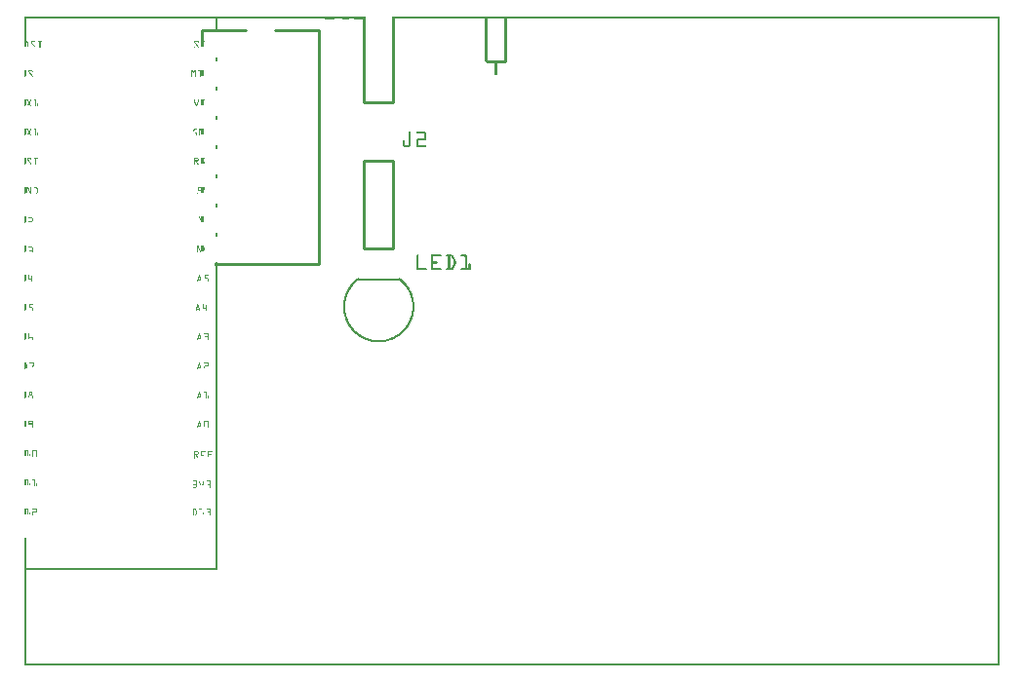
<source format=gto>
G04 MADE WITH FRITZING*
G04 WWW.FRITZING.ORG*
G04 DOUBLE SIDED*
G04 HOLES PLATED*
G04 CONTOUR ON CENTER OF CONTOUR VECTOR*
%ASAXBY*%
%FSLAX23Y23*%
%MOIN*%
%OFA0B0*%
%SFA1.0B1.0*%
%ADD10C,0.010000*%
%ADD11C,0.007874*%
%ADD12R,0.001000X0.001000*%
%LNSILK1*%
G90*
G70*
G54D10*
X1644Y2068D02*
X1578Y2068D01*
D02*
X1161Y1928D02*
X1261Y1928D01*
D02*
X1161Y1728D02*
X1161Y1428D01*
D02*
X1161Y1428D02*
X1261Y1428D01*
D02*
X1261Y1428D02*
X1261Y1728D01*
D02*
X1261Y1728D02*
X1161Y1728D01*
D02*
X1007Y1375D02*
X1007Y2175D01*
D02*
X607Y2175D02*
X757Y2175D01*
D02*
X857Y2175D02*
X1007Y2175D01*
G54D11*
X1281Y1323D02*
X1140Y1323D01*
D02*
G54D12*
X0Y2222D02*
X1166Y2222D01*
X1255Y2222D02*
X3332Y2222D01*
X0Y2221D02*
X1166Y2221D01*
X1255Y2221D02*
X3332Y2221D01*
X0Y2220D02*
X1166Y2220D01*
X1255Y2220D02*
X3332Y2220D01*
X0Y2219D02*
X1166Y2219D01*
X1255Y2219D02*
X3332Y2219D01*
X0Y2218D02*
X1166Y2218D01*
X1255Y2218D02*
X3332Y2218D01*
X0Y2217D02*
X1166Y2217D01*
X1255Y2217D02*
X3332Y2217D01*
X0Y2216D02*
X1166Y2216D01*
X1255Y2216D02*
X3332Y2216D01*
X0Y2215D02*
X1166Y2215D01*
X1255Y2215D02*
X3332Y2215D01*
X0Y2214D02*
X7Y2214D01*
X653Y2214D02*
X660Y2214D01*
X1025Y2214D02*
X1058Y2214D01*
X1085Y2214D02*
X1108Y2214D01*
X1125Y2214D02*
X1165Y2214D01*
X1256Y2214D02*
X1265Y2214D01*
X1573Y2214D02*
X1582Y2214D01*
X1639Y2214D02*
X1648Y2214D01*
X3325Y2214D02*
X3332Y2214D01*
X0Y2213D02*
X7Y2213D01*
X653Y2213D02*
X660Y2213D01*
X1025Y2213D02*
X1058Y2213D01*
X1086Y2213D02*
X1108Y2213D01*
X1125Y2213D02*
X1165Y2213D01*
X1256Y2213D02*
X1265Y2213D01*
X1573Y2213D02*
X1582Y2213D01*
X1639Y2213D02*
X1648Y2213D01*
X3325Y2213D02*
X3332Y2213D01*
X0Y2212D02*
X7Y2212D01*
X653Y2212D02*
X660Y2212D01*
X1026Y2212D02*
X1058Y2212D01*
X1088Y2212D02*
X1108Y2212D01*
X1126Y2212D02*
X1165Y2212D01*
X1256Y2212D02*
X1265Y2212D01*
X1573Y2212D02*
X1582Y2212D01*
X1639Y2212D02*
X1648Y2212D01*
X3325Y2212D02*
X3332Y2212D01*
X0Y2211D02*
X7Y2211D01*
X653Y2211D02*
X660Y2211D01*
X1027Y2211D02*
X1056Y2211D01*
X1090Y2211D02*
X1106Y2211D01*
X1127Y2211D02*
X1165Y2211D01*
X1256Y2211D02*
X1265Y2211D01*
X1573Y2211D02*
X1582Y2211D01*
X1639Y2211D02*
X1648Y2211D01*
X3325Y2211D02*
X3332Y2211D01*
X0Y2210D02*
X7Y2210D01*
X653Y2210D02*
X660Y2210D01*
X1156Y2210D02*
X1165Y2210D01*
X1256Y2210D02*
X1265Y2210D01*
X1573Y2210D02*
X1582Y2210D01*
X1639Y2210D02*
X1648Y2210D01*
X3325Y2210D02*
X3332Y2210D01*
X0Y2209D02*
X7Y2209D01*
X653Y2209D02*
X660Y2209D01*
X1156Y2209D02*
X1165Y2209D01*
X1256Y2209D02*
X1265Y2209D01*
X1573Y2209D02*
X1582Y2209D01*
X1639Y2209D02*
X1648Y2209D01*
X3325Y2209D02*
X3332Y2209D01*
X0Y2208D02*
X7Y2208D01*
X653Y2208D02*
X660Y2208D01*
X1156Y2208D02*
X1165Y2208D01*
X1256Y2208D02*
X1265Y2208D01*
X1573Y2208D02*
X1582Y2208D01*
X1639Y2208D02*
X1648Y2208D01*
X3325Y2208D02*
X3332Y2208D01*
X0Y2207D02*
X7Y2207D01*
X653Y2207D02*
X660Y2207D01*
X1156Y2207D02*
X1165Y2207D01*
X1256Y2207D02*
X1265Y2207D01*
X1573Y2207D02*
X1582Y2207D01*
X1639Y2207D02*
X1648Y2207D01*
X3325Y2207D02*
X3332Y2207D01*
X0Y2206D02*
X7Y2206D01*
X653Y2206D02*
X660Y2206D01*
X1156Y2206D02*
X1165Y2206D01*
X1256Y2206D02*
X1265Y2206D01*
X1573Y2206D02*
X1582Y2206D01*
X1639Y2206D02*
X1648Y2206D01*
X3325Y2206D02*
X3332Y2206D01*
X0Y2205D02*
X7Y2205D01*
X653Y2205D02*
X660Y2205D01*
X1156Y2205D02*
X1165Y2205D01*
X1256Y2205D02*
X1265Y2205D01*
X1573Y2205D02*
X1582Y2205D01*
X1639Y2205D02*
X1648Y2205D01*
X3325Y2205D02*
X3332Y2205D01*
X0Y2204D02*
X7Y2204D01*
X653Y2204D02*
X660Y2204D01*
X1156Y2204D02*
X1165Y2204D01*
X1256Y2204D02*
X1265Y2204D01*
X1573Y2204D02*
X1582Y2204D01*
X1639Y2204D02*
X1648Y2204D01*
X3325Y2204D02*
X3332Y2204D01*
X0Y2203D02*
X7Y2203D01*
X653Y2203D02*
X660Y2203D01*
X1156Y2203D02*
X1165Y2203D01*
X1256Y2203D02*
X1265Y2203D01*
X1573Y2203D02*
X1582Y2203D01*
X1639Y2203D02*
X1648Y2203D01*
X3325Y2203D02*
X3332Y2203D01*
X0Y2202D02*
X7Y2202D01*
X653Y2202D02*
X660Y2202D01*
X1156Y2202D02*
X1166Y2202D01*
X1256Y2202D02*
X1265Y2202D01*
X1573Y2202D02*
X1582Y2202D01*
X1639Y2202D02*
X1648Y2202D01*
X3325Y2202D02*
X3332Y2202D01*
X0Y2201D02*
X7Y2201D01*
X653Y2201D02*
X660Y2201D01*
X1156Y2201D02*
X1166Y2201D01*
X1256Y2201D02*
X1265Y2201D01*
X1573Y2201D02*
X1582Y2201D01*
X1639Y2201D02*
X1648Y2201D01*
X3325Y2201D02*
X3332Y2201D01*
X0Y2200D02*
X7Y2200D01*
X653Y2200D02*
X660Y2200D01*
X1156Y2200D02*
X1166Y2200D01*
X1256Y2200D02*
X1265Y2200D01*
X1573Y2200D02*
X1582Y2200D01*
X1639Y2200D02*
X1648Y2200D01*
X3325Y2200D02*
X3332Y2200D01*
X0Y2199D02*
X7Y2199D01*
X653Y2199D02*
X660Y2199D01*
X1156Y2199D02*
X1166Y2199D01*
X1256Y2199D02*
X1265Y2199D01*
X1573Y2199D02*
X1582Y2199D01*
X1639Y2199D02*
X1648Y2199D01*
X3325Y2199D02*
X3332Y2199D01*
X0Y2198D02*
X7Y2198D01*
X653Y2198D02*
X660Y2198D01*
X1156Y2198D02*
X1166Y2198D01*
X1256Y2198D02*
X1265Y2198D01*
X1573Y2198D02*
X1582Y2198D01*
X1639Y2198D02*
X1648Y2198D01*
X3325Y2198D02*
X3332Y2198D01*
X0Y2197D02*
X7Y2197D01*
X653Y2197D02*
X660Y2197D01*
X1156Y2197D02*
X1166Y2197D01*
X1256Y2197D02*
X1265Y2197D01*
X1573Y2197D02*
X1582Y2197D01*
X1639Y2197D02*
X1648Y2197D01*
X3325Y2197D02*
X3332Y2197D01*
X0Y2196D02*
X7Y2196D01*
X653Y2196D02*
X660Y2196D01*
X1156Y2196D02*
X1166Y2196D01*
X1256Y2196D02*
X1265Y2196D01*
X1573Y2196D02*
X1582Y2196D01*
X1639Y2196D02*
X1648Y2196D01*
X3325Y2196D02*
X3332Y2196D01*
X0Y2195D02*
X7Y2195D01*
X653Y2195D02*
X660Y2195D01*
X1156Y2195D02*
X1165Y2195D01*
X1256Y2195D02*
X1265Y2195D01*
X1573Y2195D02*
X1582Y2195D01*
X1639Y2195D02*
X1648Y2195D01*
X3325Y2195D02*
X3332Y2195D01*
X0Y2194D02*
X7Y2194D01*
X653Y2194D02*
X660Y2194D01*
X1156Y2194D02*
X1165Y2194D01*
X1256Y2194D02*
X1265Y2194D01*
X1573Y2194D02*
X1582Y2194D01*
X1639Y2194D02*
X1648Y2194D01*
X3325Y2194D02*
X3332Y2194D01*
X0Y2193D02*
X7Y2193D01*
X653Y2193D02*
X660Y2193D01*
X1156Y2193D02*
X1165Y2193D01*
X1256Y2193D02*
X1265Y2193D01*
X1573Y2193D02*
X1582Y2193D01*
X1639Y2193D02*
X1648Y2193D01*
X3325Y2193D02*
X3332Y2193D01*
X0Y2192D02*
X7Y2192D01*
X653Y2192D02*
X660Y2192D01*
X1156Y2192D02*
X1165Y2192D01*
X1256Y2192D02*
X1265Y2192D01*
X1573Y2192D02*
X1582Y2192D01*
X1639Y2192D02*
X1648Y2192D01*
X3325Y2192D02*
X3332Y2192D01*
X0Y2191D02*
X7Y2191D01*
X653Y2191D02*
X660Y2191D01*
X1156Y2191D02*
X1165Y2191D01*
X1256Y2191D02*
X1265Y2191D01*
X1573Y2191D02*
X1582Y2191D01*
X1639Y2191D02*
X1648Y2191D01*
X3325Y2191D02*
X3332Y2191D01*
X0Y2190D02*
X7Y2190D01*
X653Y2190D02*
X660Y2190D01*
X1156Y2190D02*
X1165Y2190D01*
X1256Y2190D02*
X1265Y2190D01*
X1573Y2190D02*
X1582Y2190D01*
X1639Y2190D02*
X1648Y2190D01*
X3325Y2190D02*
X3332Y2190D01*
X0Y2189D02*
X7Y2189D01*
X653Y2189D02*
X660Y2189D01*
X1156Y2189D02*
X1165Y2189D01*
X1256Y2189D02*
X1265Y2189D01*
X1573Y2189D02*
X1582Y2189D01*
X1639Y2189D02*
X1648Y2189D01*
X3325Y2189D02*
X3332Y2189D01*
X0Y2188D02*
X7Y2188D01*
X653Y2188D02*
X660Y2188D01*
X1156Y2188D02*
X1165Y2188D01*
X1256Y2188D02*
X1265Y2188D01*
X1573Y2188D02*
X1582Y2188D01*
X1639Y2188D02*
X1648Y2188D01*
X3325Y2188D02*
X3332Y2188D01*
X0Y2187D02*
X7Y2187D01*
X653Y2187D02*
X660Y2187D01*
X1156Y2187D02*
X1165Y2187D01*
X1256Y2187D02*
X1265Y2187D01*
X1573Y2187D02*
X1582Y2187D01*
X1639Y2187D02*
X1648Y2187D01*
X3325Y2187D02*
X3332Y2187D01*
X0Y2186D02*
X7Y2186D01*
X653Y2186D02*
X660Y2186D01*
X1156Y2186D02*
X1165Y2186D01*
X1256Y2186D02*
X1265Y2186D01*
X1573Y2186D02*
X1582Y2186D01*
X1639Y2186D02*
X1648Y2186D01*
X3325Y2186D02*
X3332Y2186D01*
X0Y2185D02*
X7Y2185D01*
X653Y2185D02*
X660Y2185D01*
X1156Y2185D02*
X1165Y2185D01*
X1256Y2185D02*
X1265Y2185D01*
X1573Y2185D02*
X1582Y2185D01*
X1639Y2185D02*
X1648Y2185D01*
X3325Y2185D02*
X3332Y2185D01*
X0Y2184D02*
X7Y2184D01*
X653Y2184D02*
X660Y2184D01*
X1156Y2184D02*
X1165Y2184D01*
X1256Y2184D02*
X1265Y2184D01*
X1573Y2184D02*
X1582Y2184D01*
X1639Y2184D02*
X1648Y2184D01*
X3325Y2184D02*
X3332Y2184D01*
X0Y2183D02*
X7Y2183D01*
X653Y2183D02*
X660Y2183D01*
X1156Y2183D02*
X1165Y2183D01*
X1256Y2183D02*
X1265Y2183D01*
X1573Y2183D02*
X1582Y2183D01*
X1639Y2183D02*
X1648Y2183D01*
X3325Y2183D02*
X3332Y2183D01*
X0Y2182D02*
X7Y2182D01*
X653Y2182D02*
X660Y2182D01*
X1156Y2182D02*
X1165Y2182D01*
X1256Y2182D02*
X1265Y2182D01*
X1573Y2182D02*
X1582Y2182D01*
X1639Y2182D02*
X1648Y2182D01*
X3325Y2182D02*
X3332Y2182D01*
X0Y2181D02*
X7Y2181D01*
X653Y2181D02*
X660Y2181D01*
X1156Y2181D02*
X1165Y2181D01*
X1256Y2181D02*
X1265Y2181D01*
X1573Y2181D02*
X1582Y2181D01*
X1639Y2181D02*
X1648Y2181D01*
X3325Y2181D02*
X3332Y2181D01*
X0Y2180D02*
X7Y2180D01*
X653Y2180D02*
X660Y2180D01*
X1156Y2180D02*
X1165Y2180D01*
X1256Y2180D02*
X1265Y2180D01*
X1573Y2180D02*
X1582Y2180D01*
X1639Y2180D02*
X1648Y2180D01*
X3325Y2180D02*
X3332Y2180D01*
X0Y2179D02*
X7Y2179D01*
X653Y2179D02*
X660Y2179D01*
X1156Y2179D02*
X1165Y2179D01*
X1256Y2179D02*
X1265Y2179D01*
X1573Y2179D02*
X1582Y2179D01*
X1639Y2179D02*
X1648Y2179D01*
X3325Y2179D02*
X3332Y2179D01*
X0Y2178D02*
X7Y2178D01*
X653Y2178D02*
X660Y2178D01*
X1156Y2178D02*
X1165Y2178D01*
X1256Y2178D02*
X1265Y2178D01*
X1573Y2178D02*
X1582Y2178D01*
X1639Y2178D02*
X1648Y2178D01*
X3325Y2178D02*
X3332Y2178D01*
X0Y2177D02*
X7Y2177D01*
X653Y2177D02*
X660Y2177D01*
X1156Y2177D02*
X1165Y2177D01*
X1256Y2177D02*
X1265Y2177D01*
X1573Y2177D02*
X1582Y2177D01*
X1639Y2177D02*
X1648Y2177D01*
X3325Y2177D02*
X3332Y2177D01*
X0Y2176D02*
X7Y2176D01*
X653Y2176D02*
X660Y2176D01*
X1156Y2176D02*
X1165Y2176D01*
X1256Y2176D02*
X1265Y2176D01*
X1573Y2176D02*
X1582Y2176D01*
X1639Y2176D02*
X1648Y2176D01*
X3325Y2176D02*
X3332Y2176D01*
X0Y2175D02*
X7Y2175D01*
X653Y2175D02*
X660Y2175D01*
X1156Y2175D02*
X1165Y2175D01*
X1256Y2175D02*
X1265Y2175D01*
X1573Y2175D02*
X1582Y2175D01*
X1639Y2175D02*
X1648Y2175D01*
X3325Y2175D02*
X3332Y2175D01*
X0Y2174D02*
X7Y2174D01*
X602Y2174D02*
X611Y2174D01*
X653Y2174D02*
X660Y2174D01*
X1156Y2174D02*
X1165Y2174D01*
X1256Y2174D02*
X1265Y2174D01*
X1573Y2174D02*
X1582Y2174D01*
X1639Y2174D02*
X1648Y2174D01*
X3325Y2174D02*
X3332Y2174D01*
X0Y2173D02*
X7Y2173D01*
X602Y2173D02*
X611Y2173D01*
X653Y2173D02*
X660Y2173D01*
X1156Y2173D02*
X1165Y2173D01*
X1256Y2173D02*
X1265Y2173D01*
X1573Y2173D02*
X1582Y2173D01*
X1639Y2173D02*
X1648Y2173D01*
X3325Y2173D02*
X3332Y2173D01*
X0Y2172D02*
X7Y2172D01*
X602Y2172D02*
X611Y2172D01*
X653Y2172D02*
X660Y2172D01*
X1156Y2172D02*
X1165Y2172D01*
X1256Y2172D02*
X1265Y2172D01*
X1573Y2172D02*
X1582Y2172D01*
X1639Y2172D02*
X1648Y2172D01*
X3325Y2172D02*
X3332Y2172D01*
X0Y2171D02*
X7Y2171D01*
X602Y2171D02*
X611Y2171D01*
X653Y2171D02*
X660Y2171D01*
X1156Y2171D02*
X1165Y2171D01*
X1256Y2171D02*
X1265Y2171D01*
X1573Y2171D02*
X1582Y2171D01*
X1639Y2171D02*
X1648Y2171D01*
X3325Y2171D02*
X3332Y2171D01*
X0Y2170D02*
X7Y2170D01*
X602Y2170D02*
X611Y2170D01*
X653Y2170D02*
X660Y2170D01*
X1156Y2170D02*
X1165Y2170D01*
X1256Y2170D02*
X1265Y2170D01*
X1573Y2170D02*
X1582Y2170D01*
X1639Y2170D02*
X1648Y2170D01*
X3325Y2170D02*
X3332Y2170D01*
X0Y2169D02*
X7Y2169D01*
X602Y2169D02*
X611Y2169D01*
X653Y2169D02*
X660Y2169D01*
X1156Y2169D02*
X1165Y2169D01*
X1256Y2169D02*
X1265Y2169D01*
X1573Y2169D02*
X1582Y2169D01*
X1639Y2169D02*
X1648Y2169D01*
X3325Y2169D02*
X3332Y2169D01*
X0Y2168D02*
X7Y2168D01*
X602Y2168D02*
X611Y2168D01*
X653Y2168D02*
X660Y2168D01*
X1156Y2168D02*
X1165Y2168D01*
X1256Y2168D02*
X1265Y2168D01*
X1573Y2168D02*
X1582Y2168D01*
X1639Y2168D02*
X1648Y2168D01*
X3325Y2168D02*
X3332Y2168D01*
X0Y2167D02*
X7Y2167D01*
X602Y2167D02*
X611Y2167D01*
X1156Y2167D02*
X1165Y2167D01*
X1256Y2167D02*
X1265Y2167D01*
X1573Y2167D02*
X1582Y2167D01*
X1639Y2167D02*
X1648Y2167D01*
X3325Y2167D02*
X3332Y2167D01*
X0Y2166D02*
X7Y2166D01*
X602Y2166D02*
X611Y2166D01*
X1156Y2166D02*
X1165Y2166D01*
X1256Y2166D02*
X1265Y2166D01*
X1573Y2166D02*
X1582Y2166D01*
X1639Y2166D02*
X1648Y2166D01*
X3325Y2166D02*
X3332Y2166D01*
X0Y2165D02*
X7Y2165D01*
X602Y2165D02*
X611Y2165D01*
X1156Y2165D02*
X1165Y2165D01*
X1256Y2165D02*
X1265Y2165D01*
X1573Y2165D02*
X1582Y2165D01*
X1639Y2165D02*
X1648Y2165D01*
X3325Y2165D02*
X3332Y2165D01*
X0Y2164D02*
X7Y2164D01*
X602Y2164D02*
X611Y2164D01*
X1156Y2164D02*
X1165Y2164D01*
X1256Y2164D02*
X1265Y2164D01*
X1573Y2164D02*
X1582Y2164D01*
X1639Y2164D02*
X1648Y2164D01*
X3325Y2164D02*
X3332Y2164D01*
X0Y2163D02*
X7Y2163D01*
X602Y2163D02*
X611Y2163D01*
X1156Y2163D02*
X1165Y2163D01*
X1256Y2163D02*
X1265Y2163D01*
X1573Y2163D02*
X1582Y2163D01*
X1639Y2163D02*
X1648Y2163D01*
X3325Y2163D02*
X3332Y2163D01*
X0Y2162D02*
X7Y2162D01*
X602Y2162D02*
X611Y2162D01*
X1156Y2162D02*
X1165Y2162D01*
X1256Y2162D02*
X1265Y2162D01*
X1573Y2162D02*
X1582Y2162D01*
X1639Y2162D02*
X1648Y2162D01*
X3325Y2162D02*
X3332Y2162D01*
X0Y2161D02*
X7Y2161D01*
X602Y2161D02*
X611Y2161D01*
X1156Y2161D02*
X1165Y2161D01*
X1256Y2161D02*
X1265Y2161D01*
X1573Y2161D02*
X1582Y2161D01*
X1639Y2161D02*
X1648Y2161D01*
X3325Y2161D02*
X3332Y2161D01*
X0Y2160D02*
X7Y2160D01*
X602Y2160D02*
X611Y2160D01*
X1156Y2160D02*
X1165Y2160D01*
X1256Y2160D02*
X1265Y2160D01*
X1573Y2160D02*
X1582Y2160D01*
X1639Y2160D02*
X1648Y2160D01*
X3325Y2160D02*
X3332Y2160D01*
X0Y2159D02*
X7Y2159D01*
X602Y2159D02*
X611Y2159D01*
X1156Y2159D02*
X1165Y2159D01*
X1256Y2159D02*
X1265Y2159D01*
X1573Y2159D02*
X1582Y2159D01*
X1639Y2159D02*
X1648Y2159D01*
X3325Y2159D02*
X3332Y2159D01*
X0Y2158D02*
X7Y2158D01*
X602Y2158D02*
X611Y2158D01*
X1156Y2158D02*
X1165Y2158D01*
X1256Y2158D02*
X1265Y2158D01*
X1573Y2158D02*
X1582Y2158D01*
X1639Y2158D02*
X1648Y2158D01*
X3325Y2158D02*
X3332Y2158D01*
X0Y2157D02*
X7Y2157D01*
X602Y2157D02*
X611Y2157D01*
X1156Y2157D02*
X1165Y2157D01*
X1256Y2157D02*
X1265Y2157D01*
X1573Y2157D02*
X1582Y2157D01*
X1639Y2157D02*
X1648Y2157D01*
X3325Y2157D02*
X3332Y2157D01*
X0Y2156D02*
X7Y2156D01*
X602Y2156D02*
X611Y2156D01*
X1156Y2156D02*
X1165Y2156D01*
X1256Y2156D02*
X1265Y2156D01*
X1573Y2156D02*
X1582Y2156D01*
X1639Y2156D02*
X1648Y2156D01*
X3325Y2156D02*
X3332Y2156D01*
X0Y2155D02*
X7Y2155D01*
X602Y2155D02*
X611Y2155D01*
X1156Y2155D02*
X1165Y2155D01*
X1256Y2155D02*
X1265Y2155D01*
X1573Y2155D02*
X1582Y2155D01*
X1639Y2155D02*
X1648Y2155D01*
X3325Y2155D02*
X3332Y2155D01*
X0Y2154D02*
X7Y2154D01*
X602Y2154D02*
X611Y2154D01*
X1156Y2154D02*
X1165Y2154D01*
X1256Y2154D02*
X1265Y2154D01*
X1573Y2154D02*
X1582Y2154D01*
X1639Y2154D02*
X1648Y2154D01*
X3325Y2154D02*
X3332Y2154D01*
X0Y2153D02*
X7Y2153D01*
X602Y2153D02*
X611Y2153D01*
X1156Y2153D02*
X1165Y2153D01*
X1256Y2153D02*
X1265Y2153D01*
X1573Y2153D02*
X1582Y2153D01*
X1639Y2153D02*
X1648Y2153D01*
X3325Y2153D02*
X3332Y2153D01*
X0Y2152D02*
X7Y2152D01*
X602Y2152D02*
X611Y2152D01*
X1156Y2152D02*
X1165Y2152D01*
X1256Y2152D02*
X1265Y2152D01*
X1573Y2152D02*
X1582Y2152D01*
X1639Y2152D02*
X1648Y2152D01*
X3325Y2152D02*
X3332Y2152D01*
X0Y2151D02*
X7Y2151D01*
X602Y2151D02*
X611Y2151D01*
X1156Y2151D02*
X1165Y2151D01*
X1256Y2151D02*
X1265Y2151D01*
X1573Y2151D02*
X1582Y2151D01*
X1639Y2151D02*
X1648Y2151D01*
X3325Y2151D02*
X3332Y2151D01*
X0Y2150D02*
X7Y2150D01*
X602Y2150D02*
X611Y2150D01*
X1156Y2150D02*
X1165Y2150D01*
X1256Y2150D02*
X1265Y2150D01*
X1573Y2150D02*
X1582Y2150D01*
X1639Y2150D02*
X1648Y2150D01*
X3325Y2150D02*
X3332Y2150D01*
X0Y2149D02*
X7Y2149D01*
X602Y2149D02*
X611Y2149D01*
X1156Y2149D02*
X1165Y2149D01*
X1256Y2149D02*
X1265Y2149D01*
X1573Y2149D02*
X1582Y2149D01*
X1639Y2149D02*
X1648Y2149D01*
X3325Y2149D02*
X3332Y2149D01*
X0Y2148D02*
X7Y2148D01*
X602Y2148D02*
X611Y2148D01*
X1156Y2148D02*
X1165Y2148D01*
X1256Y2148D02*
X1265Y2148D01*
X1573Y2148D02*
X1582Y2148D01*
X1639Y2148D02*
X1648Y2148D01*
X3325Y2148D02*
X3332Y2148D01*
X0Y2147D02*
X7Y2147D01*
X602Y2147D02*
X611Y2147D01*
X1156Y2147D02*
X1165Y2147D01*
X1256Y2147D02*
X1265Y2147D01*
X1573Y2147D02*
X1582Y2147D01*
X1639Y2147D02*
X1648Y2147D01*
X3325Y2147D02*
X3332Y2147D01*
X0Y2146D02*
X7Y2146D01*
X602Y2146D02*
X611Y2146D01*
X1156Y2146D02*
X1165Y2146D01*
X1256Y2146D02*
X1265Y2146D01*
X1573Y2146D02*
X1582Y2146D01*
X1639Y2146D02*
X1648Y2146D01*
X3325Y2146D02*
X3332Y2146D01*
X0Y2145D02*
X7Y2145D01*
X602Y2145D02*
X611Y2145D01*
X1156Y2145D02*
X1165Y2145D01*
X1256Y2145D02*
X1265Y2145D01*
X1573Y2145D02*
X1582Y2145D01*
X1639Y2145D02*
X1648Y2145D01*
X3325Y2145D02*
X3332Y2145D01*
X0Y2144D02*
X7Y2144D01*
X602Y2144D02*
X611Y2144D01*
X1156Y2144D02*
X1165Y2144D01*
X1256Y2144D02*
X1265Y2144D01*
X1573Y2144D02*
X1582Y2144D01*
X1639Y2144D02*
X1648Y2144D01*
X3325Y2144D02*
X3332Y2144D01*
X0Y2143D02*
X7Y2143D01*
X602Y2143D02*
X611Y2143D01*
X1156Y2143D02*
X1165Y2143D01*
X1256Y2143D02*
X1265Y2143D01*
X1573Y2143D02*
X1582Y2143D01*
X1639Y2143D02*
X1648Y2143D01*
X3325Y2143D02*
X3332Y2143D01*
X0Y2142D02*
X7Y2142D01*
X602Y2142D02*
X611Y2142D01*
X1156Y2142D02*
X1165Y2142D01*
X1256Y2142D02*
X1265Y2142D01*
X1573Y2142D02*
X1582Y2142D01*
X1639Y2142D02*
X1648Y2142D01*
X3325Y2142D02*
X3332Y2142D01*
X0Y2141D02*
X7Y2141D01*
X602Y2141D02*
X611Y2141D01*
X1156Y2141D02*
X1165Y2141D01*
X1256Y2141D02*
X1265Y2141D01*
X1573Y2141D02*
X1582Y2141D01*
X1639Y2141D02*
X1648Y2141D01*
X3325Y2141D02*
X3332Y2141D01*
X0Y2140D02*
X7Y2140D01*
X602Y2140D02*
X611Y2140D01*
X1156Y2140D02*
X1165Y2140D01*
X1256Y2140D02*
X1265Y2140D01*
X1573Y2140D02*
X1582Y2140D01*
X1639Y2140D02*
X1648Y2140D01*
X3325Y2140D02*
X3332Y2140D01*
X0Y2139D02*
X7Y2139D01*
X602Y2139D02*
X611Y2139D01*
X1156Y2139D02*
X1165Y2139D01*
X1256Y2139D02*
X1265Y2139D01*
X1573Y2139D02*
X1582Y2139D01*
X1639Y2139D02*
X1648Y2139D01*
X3325Y2139D02*
X3332Y2139D01*
X0Y2138D02*
X7Y2138D01*
X24Y2138D02*
X34Y2138D01*
X46Y2138D02*
X59Y2138D01*
X582Y2138D02*
X592Y2138D01*
X602Y2138D02*
X614Y2138D01*
X1156Y2138D02*
X1165Y2138D01*
X1256Y2138D02*
X1265Y2138D01*
X1573Y2138D02*
X1582Y2138D01*
X1639Y2138D02*
X1648Y2138D01*
X3325Y2138D02*
X3332Y2138D01*
X0Y2137D02*
X8Y2137D01*
X22Y2137D02*
X35Y2137D01*
X45Y2137D02*
X60Y2137D01*
X581Y2137D02*
X594Y2137D01*
X602Y2137D02*
X614Y2137D01*
X1156Y2137D02*
X1165Y2137D01*
X1256Y2137D02*
X1265Y2137D01*
X1573Y2137D02*
X1582Y2137D01*
X1639Y2137D02*
X1648Y2137D01*
X3325Y2137D02*
X3332Y2137D01*
X0Y2136D02*
X9Y2136D01*
X22Y2136D02*
X36Y2136D01*
X45Y2136D02*
X60Y2136D01*
X580Y2136D02*
X594Y2136D01*
X602Y2136D02*
X614Y2136D01*
X1156Y2136D02*
X1165Y2136D01*
X1256Y2136D02*
X1265Y2136D01*
X1573Y2136D02*
X1582Y2136D01*
X1639Y2136D02*
X1648Y2136D01*
X3325Y2136D02*
X3332Y2136D01*
X0Y2135D02*
X10Y2135D01*
X22Y2135D02*
X24Y2135D01*
X34Y2135D02*
X37Y2135D01*
X51Y2135D02*
X54Y2135D01*
X580Y2135D02*
X582Y2135D01*
X592Y2135D02*
X595Y2135D01*
X602Y2135D02*
X611Y2135D01*
X1156Y2135D02*
X1165Y2135D01*
X1256Y2135D02*
X1265Y2135D01*
X1573Y2135D02*
X1582Y2135D01*
X1639Y2135D02*
X1648Y2135D01*
X3325Y2135D02*
X3332Y2135D01*
X0Y2134D02*
X10Y2134D01*
X22Y2134D02*
X24Y2134D01*
X34Y2134D02*
X37Y2134D01*
X51Y2134D02*
X54Y2134D01*
X580Y2134D02*
X582Y2134D01*
X593Y2134D02*
X595Y2134D01*
X602Y2134D02*
X611Y2134D01*
X1156Y2134D02*
X1165Y2134D01*
X1256Y2134D02*
X1265Y2134D01*
X1573Y2134D02*
X1582Y2134D01*
X1639Y2134D02*
X1648Y2134D01*
X3325Y2134D02*
X3332Y2134D01*
X0Y2133D02*
X11Y2133D01*
X22Y2133D02*
X25Y2133D01*
X35Y2133D02*
X36Y2133D01*
X51Y2133D02*
X54Y2133D01*
X580Y2133D02*
X583Y2133D01*
X593Y2133D02*
X594Y2133D01*
X602Y2133D02*
X611Y2133D01*
X1156Y2133D02*
X1165Y2133D01*
X1256Y2133D02*
X1265Y2133D01*
X1573Y2133D02*
X1582Y2133D01*
X1639Y2133D02*
X1648Y2133D01*
X3325Y2133D02*
X3332Y2133D01*
X0Y2132D02*
X11Y2132D01*
X23Y2132D02*
X26Y2132D01*
X51Y2132D02*
X54Y2132D01*
X581Y2132D02*
X584Y2132D01*
X602Y2132D02*
X611Y2132D01*
X1156Y2132D02*
X1165Y2132D01*
X1256Y2132D02*
X1265Y2132D01*
X1573Y2132D02*
X1582Y2132D01*
X1639Y2132D02*
X1648Y2132D01*
X3325Y2132D02*
X3332Y2132D01*
X0Y2131D02*
X7Y2131D01*
X9Y2131D02*
X12Y2131D01*
X23Y2131D02*
X27Y2131D01*
X51Y2131D02*
X54Y2131D01*
X582Y2131D02*
X585Y2131D01*
X602Y2131D02*
X611Y2131D01*
X1156Y2131D02*
X1165Y2131D01*
X1256Y2131D02*
X1265Y2131D01*
X1573Y2131D02*
X1582Y2131D01*
X1639Y2131D02*
X1648Y2131D01*
X3325Y2131D02*
X3332Y2131D01*
X0Y2130D02*
X7Y2130D01*
X9Y2130D02*
X12Y2130D01*
X24Y2130D02*
X27Y2130D01*
X51Y2130D02*
X54Y2130D01*
X582Y2130D02*
X586Y2130D01*
X602Y2130D02*
X611Y2130D01*
X1156Y2130D02*
X1165Y2130D01*
X1256Y2130D02*
X1265Y2130D01*
X1573Y2130D02*
X1582Y2130D01*
X1639Y2130D02*
X1648Y2130D01*
X3325Y2130D02*
X3332Y2130D01*
X0Y2129D02*
X7Y2129D01*
X10Y2129D02*
X13Y2129D01*
X25Y2129D02*
X28Y2129D01*
X51Y2129D02*
X54Y2129D01*
X583Y2129D02*
X586Y2129D01*
X602Y2129D02*
X611Y2129D01*
X1156Y2129D02*
X1165Y2129D01*
X1256Y2129D02*
X1265Y2129D01*
X1573Y2129D02*
X1582Y2129D01*
X1639Y2129D02*
X1648Y2129D01*
X3325Y2129D02*
X3332Y2129D01*
X0Y2128D02*
X7Y2128D01*
X10Y2128D02*
X13Y2128D01*
X26Y2128D02*
X29Y2128D01*
X51Y2128D02*
X54Y2128D01*
X584Y2128D02*
X587Y2128D01*
X602Y2128D02*
X611Y2128D01*
X1156Y2128D02*
X1165Y2128D01*
X1256Y2128D02*
X1265Y2128D01*
X1573Y2128D02*
X1582Y2128D01*
X1639Y2128D02*
X1648Y2128D01*
X3325Y2128D02*
X3332Y2128D01*
X0Y2127D02*
X7Y2127D01*
X11Y2127D02*
X13Y2127D01*
X26Y2127D02*
X30Y2127D01*
X51Y2127D02*
X54Y2127D01*
X585Y2127D02*
X588Y2127D01*
X602Y2127D02*
X611Y2127D01*
X1156Y2127D02*
X1165Y2127D01*
X1256Y2127D02*
X1265Y2127D01*
X1573Y2127D02*
X1582Y2127D01*
X1639Y2127D02*
X1648Y2127D01*
X3325Y2127D02*
X3332Y2127D01*
X0Y2126D02*
X7Y2126D01*
X11Y2126D02*
X13Y2126D01*
X27Y2126D02*
X30Y2126D01*
X51Y2126D02*
X54Y2126D01*
X585Y2126D02*
X589Y2126D01*
X602Y2126D02*
X611Y2126D01*
X1156Y2126D02*
X1165Y2126D01*
X1256Y2126D02*
X1265Y2126D01*
X1573Y2126D02*
X1582Y2126D01*
X1639Y2126D02*
X1648Y2126D01*
X3325Y2126D02*
X3332Y2126D01*
X0Y2125D02*
X7Y2125D01*
X11Y2125D02*
X13Y2125D01*
X28Y2125D02*
X31Y2125D01*
X51Y2125D02*
X54Y2125D01*
X586Y2125D02*
X589Y2125D01*
X602Y2125D02*
X611Y2125D01*
X1156Y2125D02*
X1165Y2125D01*
X1256Y2125D02*
X1265Y2125D01*
X1573Y2125D02*
X1582Y2125D01*
X1639Y2125D02*
X1648Y2125D01*
X3325Y2125D02*
X3332Y2125D01*
X0Y2124D02*
X7Y2124D01*
X11Y2124D02*
X13Y2124D01*
X29Y2124D02*
X32Y2124D01*
X51Y2124D02*
X54Y2124D01*
X587Y2124D02*
X590Y2124D01*
X602Y2124D02*
X611Y2124D01*
X1156Y2124D02*
X1165Y2124D01*
X1256Y2124D02*
X1265Y2124D01*
X1573Y2124D02*
X1582Y2124D01*
X1639Y2124D02*
X1648Y2124D01*
X3325Y2124D02*
X3332Y2124D01*
X0Y2123D02*
X7Y2123D01*
X10Y2123D02*
X13Y2123D01*
X30Y2123D02*
X33Y2123D01*
X51Y2123D02*
X54Y2123D01*
X588Y2123D02*
X591Y2123D01*
X602Y2123D02*
X611Y2123D01*
X1156Y2123D02*
X1165Y2123D01*
X1256Y2123D02*
X1265Y2123D01*
X1573Y2123D02*
X1582Y2123D01*
X1639Y2123D02*
X1648Y2123D01*
X3325Y2123D02*
X3332Y2123D01*
X0Y2122D02*
X7Y2122D01*
X10Y2122D02*
X12Y2122D01*
X30Y2122D02*
X34Y2122D01*
X51Y2122D02*
X54Y2122D01*
X589Y2122D02*
X592Y2122D01*
X602Y2122D02*
X611Y2122D01*
X1156Y2122D02*
X1165Y2122D01*
X1256Y2122D02*
X1265Y2122D01*
X1573Y2122D02*
X1582Y2122D01*
X1639Y2122D02*
X1648Y2122D01*
X3325Y2122D02*
X3332Y2122D01*
X0Y2121D02*
X7Y2121D01*
X9Y2121D02*
X12Y2121D01*
X31Y2121D02*
X34Y2121D01*
X51Y2121D02*
X54Y2121D01*
X589Y2121D02*
X593Y2121D01*
X602Y2121D02*
X611Y2121D01*
X1156Y2121D02*
X1165Y2121D01*
X1256Y2121D02*
X1265Y2121D01*
X1573Y2121D02*
X1582Y2121D01*
X1639Y2121D02*
X1648Y2121D01*
X3325Y2121D02*
X3332Y2121D01*
X0Y2120D02*
X7Y2120D01*
X9Y2120D02*
X11Y2120D01*
X32Y2120D02*
X35Y2120D01*
X51Y2120D02*
X54Y2120D01*
X590Y2120D02*
X593Y2120D01*
X602Y2120D02*
X611Y2120D01*
X1156Y2120D02*
X1165Y2120D01*
X1256Y2120D02*
X1265Y2120D01*
X1573Y2120D02*
X1582Y2120D01*
X1639Y2120D02*
X1648Y2120D01*
X3325Y2120D02*
X3332Y2120D01*
X0Y2119D02*
X11Y2119D01*
X23Y2119D02*
X23Y2119D01*
X33Y2119D02*
X36Y2119D01*
X51Y2119D02*
X54Y2119D01*
X581Y2119D02*
X581Y2119D01*
X591Y2119D02*
X594Y2119D01*
X602Y2119D02*
X611Y2119D01*
X1156Y2119D02*
X1165Y2119D01*
X1256Y2119D02*
X1265Y2119D01*
X1573Y2119D02*
X1582Y2119D01*
X1639Y2119D02*
X1648Y2119D01*
X3325Y2119D02*
X3332Y2119D01*
X51Y2118D02*
X54Y2118D01*
X580Y2118D02*
X582Y2118D01*
X592Y2118D02*
X595Y2118D01*
X602Y2118D02*
X606Y2118D01*
X1156Y2118D02*
X1165Y2118D01*
X1256Y2118D02*
X1265Y2118D01*
X1573Y2118D02*
X1582Y2118D01*
X1639Y2118D02*
X1648Y2118D01*
X3325Y2118D02*
X3332Y2118D01*
X51Y2117D02*
X54Y2117D01*
X580Y2117D02*
X582Y2117D01*
X592Y2117D02*
X595Y2117D01*
X1156Y2117D02*
X1165Y2117D01*
X1256Y2117D02*
X1265Y2117D01*
X1573Y2117D02*
X1582Y2117D01*
X1639Y2117D02*
X1648Y2117D01*
X3325Y2117D02*
X3332Y2117D01*
X51Y2116D02*
X59Y2116D01*
X580Y2116D02*
X595Y2116D01*
X1156Y2116D02*
X1165Y2116D01*
X1256Y2116D02*
X1265Y2116D01*
X1573Y2116D02*
X1582Y2116D01*
X1639Y2116D02*
X1648Y2116D01*
X3325Y2116D02*
X3332Y2116D01*
X51Y2115D02*
X60Y2115D01*
X581Y2115D02*
X594Y2115D01*
X1156Y2115D02*
X1165Y2115D01*
X1256Y2115D02*
X1265Y2115D01*
X1573Y2115D02*
X1582Y2115D01*
X1639Y2115D02*
X1648Y2115D01*
X3325Y2115D02*
X3332Y2115D01*
X51Y2114D02*
X60Y2114D01*
X582Y2114D02*
X593Y2114D01*
X1156Y2114D02*
X1165Y2114D01*
X1256Y2114D02*
X1265Y2114D01*
X1573Y2114D02*
X1582Y2114D01*
X1639Y2114D02*
X1648Y2114D01*
X3325Y2114D02*
X3332Y2114D01*
X1156Y2113D02*
X1165Y2113D01*
X1256Y2113D02*
X1265Y2113D01*
X1573Y2113D02*
X1582Y2113D01*
X1639Y2113D02*
X1648Y2113D01*
X3325Y2113D02*
X3332Y2113D01*
X1156Y2112D02*
X1165Y2112D01*
X1256Y2112D02*
X1265Y2112D01*
X1573Y2112D02*
X1582Y2112D01*
X1639Y2112D02*
X1648Y2112D01*
X3325Y2112D02*
X3332Y2112D01*
X1156Y2111D02*
X1165Y2111D01*
X1256Y2111D02*
X1265Y2111D01*
X1573Y2111D02*
X1582Y2111D01*
X1639Y2111D02*
X1648Y2111D01*
X3325Y2111D02*
X3332Y2111D01*
X1156Y2110D02*
X1165Y2110D01*
X1256Y2110D02*
X1265Y2110D01*
X1573Y2110D02*
X1582Y2110D01*
X1639Y2110D02*
X1648Y2110D01*
X3325Y2110D02*
X3332Y2110D01*
X1156Y2109D02*
X1165Y2109D01*
X1256Y2109D02*
X1265Y2109D01*
X1573Y2109D02*
X1582Y2109D01*
X1639Y2109D02*
X1648Y2109D01*
X3325Y2109D02*
X3332Y2109D01*
X1156Y2108D02*
X1165Y2108D01*
X1256Y2108D02*
X1265Y2108D01*
X1573Y2108D02*
X1582Y2108D01*
X1639Y2108D02*
X1648Y2108D01*
X3325Y2108D02*
X3332Y2108D01*
X1156Y2107D02*
X1165Y2107D01*
X1256Y2107D02*
X1265Y2107D01*
X1573Y2107D02*
X1582Y2107D01*
X1639Y2107D02*
X1648Y2107D01*
X3325Y2107D02*
X3332Y2107D01*
X1156Y2106D02*
X1165Y2106D01*
X1256Y2106D02*
X1265Y2106D01*
X1573Y2106D02*
X1582Y2106D01*
X1639Y2106D02*
X1648Y2106D01*
X3325Y2106D02*
X3332Y2106D01*
X1156Y2105D02*
X1165Y2105D01*
X1256Y2105D02*
X1265Y2105D01*
X1573Y2105D02*
X1582Y2105D01*
X1639Y2105D02*
X1648Y2105D01*
X3325Y2105D02*
X3332Y2105D01*
X1156Y2104D02*
X1165Y2104D01*
X1256Y2104D02*
X1265Y2104D01*
X1573Y2104D02*
X1582Y2104D01*
X1639Y2104D02*
X1648Y2104D01*
X3325Y2104D02*
X3332Y2104D01*
X1156Y2103D02*
X1165Y2103D01*
X1256Y2103D02*
X1265Y2103D01*
X1573Y2103D02*
X1582Y2103D01*
X1639Y2103D02*
X1648Y2103D01*
X3325Y2103D02*
X3332Y2103D01*
X1156Y2102D02*
X1165Y2102D01*
X1256Y2102D02*
X1265Y2102D01*
X1573Y2102D02*
X1582Y2102D01*
X1639Y2102D02*
X1648Y2102D01*
X3325Y2102D02*
X3332Y2102D01*
X1156Y2101D02*
X1165Y2101D01*
X1256Y2101D02*
X1265Y2101D01*
X1573Y2101D02*
X1582Y2101D01*
X1639Y2101D02*
X1648Y2101D01*
X3325Y2101D02*
X3332Y2101D01*
X1156Y2100D02*
X1165Y2100D01*
X1256Y2100D02*
X1265Y2100D01*
X1573Y2100D02*
X1582Y2100D01*
X1639Y2100D02*
X1648Y2100D01*
X3325Y2100D02*
X3332Y2100D01*
X1156Y2099D02*
X1165Y2099D01*
X1256Y2099D02*
X1265Y2099D01*
X1573Y2099D02*
X1582Y2099D01*
X1639Y2099D02*
X1648Y2099D01*
X3325Y2099D02*
X3332Y2099D01*
X1156Y2098D02*
X1165Y2098D01*
X1256Y2098D02*
X1265Y2098D01*
X1573Y2098D02*
X1582Y2098D01*
X1639Y2098D02*
X1648Y2098D01*
X3325Y2098D02*
X3332Y2098D01*
X1156Y2097D02*
X1165Y2097D01*
X1256Y2097D02*
X1265Y2097D01*
X1573Y2097D02*
X1582Y2097D01*
X1639Y2097D02*
X1648Y2097D01*
X3325Y2097D02*
X3332Y2097D01*
X1156Y2096D02*
X1165Y2096D01*
X1256Y2096D02*
X1265Y2096D01*
X1573Y2096D02*
X1582Y2096D01*
X1639Y2096D02*
X1648Y2096D01*
X3325Y2096D02*
X3332Y2096D01*
X1156Y2095D02*
X1165Y2095D01*
X1256Y2095D02*
X1265Y2095D01*
X1573Y2095D02*
X1582Y2095D01*
X1639Y2095D02*
X1648Y2095D01*
X3325Y2095D02*
X3332Y2095D01*
X1156Y2094D02*
X1165Y2094D01*
X1256Y2094D02*
X1265Y2094D01*
X1573Y2094D02*
X1582Y2094D01*
X1639Y2094D02*
X1648Y2094D01*
X3325Y2094D02*
X3332Y2094D01*
X1156Y2093D02*
X1165Y2093D01*
X1256Y2093D02*
X1265Y2093D01*
X1573Y2093D02*
X1582Y2093D01*
X1639Y2093D02*
X1648Y2093D01*
X3325Y2093D02*
X3332Y2093D01*
X1156Y2092D02*
X1165Y2092D01*
X1256Y2092D02*
X1265Y2092D01*
X1573Y2092D02*
X1582Y2092D01*
X1639Y2092D02*
X1648Y2092D01*
X3325Y2092D02*
X3332Y2092D01*
X1156Y2091D02*
X1165Y2091D01*
X1256Y2091D02*
X1265Y2091D01*
X1573Y2091D02*
X1582Y2091D01*
X1639Y2091D02*
X1648Y2091D01*
X3325Y2091D02*
X3332Y2091D01*
X1156Y2090D02*
X1165Y2090D01*
X1256Y2090D02*
X1265Y2090D01*
X1573Y2090D02*
X1582Y2090D01*
X1639Y2090D02*
X1648Y2090D01*
X3325Y2090D02*
X3332Y2090D01*
X1156Y2089D02*
X1165Y2089D01*
X1256Y2089D02*
X1265Y2089D01*
X1573Y2089D02*
X1582Y2089D01*
X1639Y2089D02*
X1648Y2089D01*
X3325Y2089D02*
X3332Y2089D01*
X1156Y2088D02*
X1165Y2088D01*
X1256Y2088D02*
X1265Y2088D01*
X1573Y2088D02*
X1582Y2088D01*
X1639Y2088D02*
X1648Y2088D01*
X3325Y2088D02*
X3332Y2088D01*
X1156Y2087D02*
X1165Y2087D01*
X1256Y2087D02*
X1265Y2087D01*
X1573Y2087D02*
X1582Y2087D01*
X1639Y2087D02*
X1648Y2087D01*
X3325Y2087D02*
X3332Y2087D01*
X1156Y2086D02*
X1165Y2086D01*
X1256Y2086D02*
X1265Y2086D01*
X1573Y2086D02*
X1582Y2086D01*
X1639Y2086D02*
X1648Y2086D01*
X3325Y2086D02*
X3332Y2086D01*
X1156Y2085D02*
X1165Y2085D01*
X1256Y2085D02*
X1265Y2085D01*
X1573Y2085D02*
X1582Y2085D01*
X1639Y2085D02*
X1648Y2085D01*
X3325Y2085D02*
X3332Y2085D01*
X1156Y2084D02*
X1165Y2084D01*
X1256Y2084D02*
X1265Y2084D01*
X1573Y2084D02*
X1582Y2084D01*
X1639Y2084D02*
X1648Y2084D01*
X3325Y2084D02*
X3332Y2084D01*
X1156Y2083D02*
X1165Y2083D01*
X1256Y2083D02*
X1265Y2083D01*
X1573Y2083D02*
X1582Y2083D01*
X1639Y2083D02*
X1648Y2083D01*
X3325Y2083D02*
X3332Y2083D01*
X653Y2082D02*
X660Y2082D01*
X1156Y2082D02*
X1165Y2082D01*
X1256Y2082D02*
X1265Y2082D01*
X1573Y2082D02*
X1582Y2082D01*
X1639Y2082D02*
X1648Y2082D01*
X3325Y2082D02*
X3332Y2082D01*
X653Y2081D02*
X660Y2081D01*
X1156Y2081D02*
X1165Y2081D01*
X1256Y2081D02*
X1265Y2081D01*
X1573Y2081D02*
X1582Y2081D01*
X1639Y2081D02*
X1648Y2081D01*
X3325Y2081D02*
X3332Y2081D01*
X653Y2080D02*
X660Y2080D01*
X1156Y2080D02*
X1165Y2080D01*
X1256Y2080D02*
X1265Y2080D01*
X1573Y2080D02*
X1582Y2080D01*
X1639Y2080D02*
X1648Y2080D01*
X3325Y2080D02*
X3332Y2080D01*
X653Y2079D02*
X660Y2079D01*
X1156Y2079D02*
X1165Y2079D01*
X1256Y2079D02*
X1265Y2079D01*
X1573Y2079D02*
X1582Y2079D01*
X1639Y2079D02*
X1648Y2079D01*
X3325Y2079D02*
X3332Y2079D01*
X653Y2078D02*
X660Y2078D01*
X1156Y2078D02*
X1165Y2078D01*
X1256Y2078D02*
X1265Y2078D01*
X1573Y2078D02*
X1582Y2078D01*
X1639Y2078D02*
X1648Y2078D01*
X3325Y2078D02*
X3332Y2078D01*
X653Y2077D02*
X660Y2077D01*
X1156Y2077D02*
X1165Y2077D01*
X1256Y2077D02*
X1265Y2077D01*
X1573Y2077D02*
X1582Y2077D01*
X1639Y2077D02*
X1648Y2077D01*
X3325Y2077D02*
X3332Y2077D01*
X653Y2076D02*
X660Y2076D01*
X1156Y2076D02*
X1165Y2076D01*
X1256Y2076D02*
X1265Y2076D01*
X1573Y2076D02*
X1582Y2076D01*
X1639Y2076D02*
X1648Y2076D01*
X3325Y2076D02*
X3332Y2076D01*
X653Y2075D02*
X660Y2075D01*
X1156Y2075D02*
X1165Y2075D01*
X1256Y2075D02*
X1265Y2075D01*
X1573Y2075D02*
X1582Y2075D01*
X1639Y2075D02*
X1648Y2075D01*
X3325Y2075D02*
X3332Y2075D01*
X653Y2074D02*
X660Y2074D01*
X1156Y2074D02*
X1165Y2074D01*
X1256Y2074D02*
X1265Y2074D01*
X1573Y2074D02*
X1582Y2074D01*
X1639Y2074D02*
X1648Y2074D01*
X3325Y2074D02*
X3332Y2074D01*
X653Y2073D02*
X660Y2073D01*
X1156Y2073D02*
X1165Y2073D01*
X1256Y2073D02*
X1265Y2073D01*
X1573Y2073D02*
X1582Y2073D01*
X1639Y2073D02*
X1648Y2073D01*
X3325Y2073D02*
X3332Y2073D01*
X653Y2072D02*
X660Y2072D01*
X1156Y2072D02*
X1165Y2072D01*
X1256Y2072D02*
X1265Y2072D01*
X1573Y2072D02*
X1582Y2072D01*
X1639Y2072D02*
X1648Y2072D01*
X3325Y2072D02*
X3332Y2072D01*
X653Y2071D02*
X660Y2071D01*
X1156Y2071D02*
X1165Y2071D01*
X1256Y2071D02*
X1265Y2071D01*
X1573Y2071D02*
X1582Y2071D01*
X1639Y2071D02*
X1648Y2071D01*
X3325Y2071D02*
X3332Y2071D01*
X653Y2070D02*
X660Y2070D01*
X1156Y2070D02*
X1165Y2070D01*
X1256Y2070D02*
X1265Y2070D01*
X1573Y2070D02*
X1582Y2070D01*
X1639Y2070D02*
X1648Y2070D01*
X3325Y2070D02*
X3332Y2070D01*
X653Y2069D02*
X660Y2069D01*
X1156Y2069D02*
X1165Y2069D01*
X1256Y2069D02*
X1265Y2069D01*
X1573Y2069D02*
X1582Y2069D01*
X1639Y2069D02*
X1648Y2069D01*
X3325Y2069D02*
X3332Y2069D01*
X653Y2068D02*
X660Y2068D01*
X1156Y2068D02*
X1165Y2068D01*
X1256Y2068D02*
X1265Y2068D01*
X1606Y2068D02*
X1615Y2068D01*
X3325Y2068D02*
X3332Y2068D01*
X1156Y2067D02*
X1165Y2067D01*
X1256Y2067D02*
X1265Y2067D01*
X1606Y2067D02*
X1615Y2067D01*
X3325Y2067D02*
X3332Y2067D01*
X1156Y2066D02*
X1165Y2066D01*
X1256Y2066D02*
X1265Y2066D01*
X1606Y2066D02*
X1615Y2066D01*
X3325Y2066D02*
X3332Y2066D01*
X1156Y2065D02*
X1165Y2065D01*
X1256Y2065D02*
X1265Y2065D01*
X1606Y2065D02*
X1615Y2065D01*
X3325Y2065D02*
X3332Y2065D01*
X1156Y2064D02*
X1165Y2064D01*
X1256Y2064D02*
X1265Y2064D01*
X1606Y2064D02*
X1615Y2064D01*
X3325Y2064D02*
X3332Y2064D01*
X1156Y2063D02*
X1165Y2063D01*
X1256Y2063D02*
X1265Y2063D01*
X1606Y2063D02*
X1615Y2063D01*
X3325Y2063D02*
X3332Y2063D01*
X1156Y2062D02*
X1165Y2062D01*
X1256Y2062D02*
X1265Y2062D01*
X1606Y2062D02*
X1615Y2062D01*
X3325Y2062D02*
X3332Y2062D01*
X1156Y2061D02*
X1165Y2061D01*
X1256Y2061D02*
X1265Y2061D01*
X1606Y2061D02*
X1615Y2061D01*
X3325Y2061D02*
X3332Y2061D01*
X1156Y2060D02*
X1165Y2060D01*
X1256Y2060D02*
X1265Y2060D01*
X1606Y2060D02*
X1615Y2060D01*
X3325Y2060D02*
X3332Y2060D01*
X1156Y2059D02*
X1165Y2059D01*
X1256Y2059D02*
X1265Y2059D01*
X1606Y2059D02*
X1615Y2059D01*
X3325Y2059D02*
X3332Y2059D01*
X1156Y2058D02*
X1165Y2058D01*
X1256Y2058D02*
X1265Y2058D01*
X1606Y2058D02*
X1615Y2058D01*
X3325Y2058D02*
X3332Y2058D01*
X1156Y2057D02*
X1165Y2057D01*
X1256Y2057D02*
X1265Y2057D01*
X1606Y2057D02*
X1615Y2057D01*
X3325Y2057D02*
X3332Y2057D01*
X1156Y2056D02*
X1165Y2056D01*
X1256Y2056D02*
X1265Y2056D01*
X1606Y2056D02*
X1615Y2056D01*
X3325Y2056D02*
X3332Y2056D01*
X1156Y2055D02*
X1165Y2055D01*
X1256Y2055D02*
X1265Y2055D01*
X1606Y2055D02*
X1615Y2055D01*
X3325Y2055D02*
X3332Y2055D01*
X1156Y2054D02*
X1165Y2054D01*
X1256Y2054D02*
X1265Y2054D01*
X1606Y2054D02*
X1615Y2054D01*
X3325Y2054D02*
X3332Y2054D01*
X1156Y2053D02*
X1165Y2053D01*
X1256Y2053D02*
X1265Y2053D01*
X1606Y2053D02*
X1615Y2053D01*
X3325Y2053D02*
X3332Y2053D01*
X1156Y2052D02*
X1165Y2052D01*
X1256Y2052D02*
X1265Y2052D01*
X1606Y2052D02*
X1615Y2052D01*
X3325Y2052D02*
X3332Y2052D01*
X1156Y2051D02*
X1165Y2051D01*
X1256Y2051D02*
X1265Y2051D01*
X1606Y2051D02*
X1615Y2051D01*
X3325Y2051D02*
X3332Y2051D01*
X1156Y2050D02*
X1165Y2050D01*
X1256Y2050D02*
X1265Y2050D01*
X1606Y2050D02*
X1615Y2050D01*
X3325Y2050D02*
X3332Y2050D01*
X1156Y2049D02*
X1165Y2049D01*
X1256Y2049D02*
X1265Y2049D01*
X1606Y2049D02*
X1615Y2049D01*
X3325Y2049D02*
X3332Y2049D01*
X1156Y2048D02*
X1165Y2048D01*
X1256Y2048D02*
X1265Y2048D01*
X1606Y2048D02*
X1615Y2048D01*
X3325Y2048D02*
X3332Y2048D01*
X1156Y2047D02*
X1165Y2047D01*
X1256Y2047D02*
X1265Y2047D01*
X1606Y2047D02*
X1615Y2047D01*
X3325Y2047D02*
X3332Y2047D01*
X1156Y2046D02*
X1165Y2046D01*
X1256Y2046D02*
X1265Y2046D01*
X1606Y2046D02*
X1615Y2046D01*
X3325Y2046D02*
X3332Y2046D01*
X1156Y2045D02*
X1165Y2045D01*
X1256Y2045D02*
X1265Y2045D01*
X1606Y2045D02*
X1615Y2045D01*
X3325Y2045D02*
X3332Y2045D01*
X1156Y2044D02*
X1165Y2044D01*
X1256Y2044D02*
X1265Y2044D01*
X1606Y2044D02*
X1615Y2044D01*
X3325Y2044D02*
X3332Y2044D01*
X1156Y2043D02*
X1165Y2043D01*
X1256Y2043D02*
X1265Y2043D01*
X1606Y2043D02*
X1615Y2043D01*
X3325Y2043D02*
X3332Y2043D01*
X1156Y2042D02*
X1165Y2042D01*
X1256Y2042D02*
X1265Y2042D01*
X1606Y2042D02*
X1615Y2042D01*
X3325Y2042D02*
X3332Y2042D01*
X1156Y2041D02*
X1165Y2041D01*
X1256Y2041D02*
X1265Y2041D01*
X1606Y2041D02*
X1615Y2041D01*
X3325Y2041D02*
X3332Y2041D01*
X1156Y2040D02*
X1165Y2040D01*
X1256Y2040D02*
X1265Y2040D01*
X1606Y2040D02*
X1615Y2040D01*
X3325Y2040D02*
X3332Y2040D01*
X1156Y2039D02*
X1165Y2039D01*
X1256Y2039D02*
X1265Y2039D01*
X1606Y2039D02*
X1615Y2039D01*
X3325Y2039D02*
X3332Y2039D01*
X570Y2038D02*
X573Y2038D01*
X582Y2038D02*
X585Y2038D01*
X594Y2038D02*
X607Y2038D01*
X1156Y2038D02*
X1165Y2038D01*
X1256Y2038D02*
X1265Y2038D01*
X1606Y2038D02*
X1615Y2038D01*
X3325Y2038D02*
X3332Y2038D01*
X0Y2037D02*
X7Y2037D01*
X14Y2037D02*
X27Y2037D01*
X570Y2037D02*
X574Y2037D01*
X581Y2037D02*
X585Y2037D01*
X593Y2037D02*
X611Y2037D01*
X1156Y2037D02*
X1165Y2037D01*
X1256Y2037D02*
X1265Y2037D01*
X1606Y2037D02*
X1615Y2037D01*
X3325Y2037D02*
X3332Y2037D01*
X0Y2036D02*
X7Y2036D01*
X13Y2036D02*
X28Y2036D01*
X570Y2036D02*
X574Y2036D01*
X580Y2036D02*
X585Y2036D01*
X593Y2036D02*
X611Y2036D01*
X1156Y2036D02*
X1165Y2036D01*
X1256Y2036D02*
X1265Y2036D01*
X1606Y2036D02*
X1615Y2036D01*
X3325Y2036D02*
X3332Y2036D01*
X0Y2035D02*
X7Y2035D01*
X13Y2035D02*
X16Y2035D01*
X25Y2035D02*
X28Y2035D01*
X570Y2035D02*
X575Y2035D01*
X579Y2035D02*
X585Y2035D01*
X599Y2035D02*
X611Y2035D01*
X1156Y2035D02*
X1165Y2035D01*
X1256Y2035D02*
X1265Y2035D01*
X1606Y2035D02*
X1615Y2035D01*
X3325Y2035D02*
X3332Y2035D01*
X0Y2034D02*
X7Y2034D01*
X13Y2034D02*
X16Y2034D01*
X26Y2034D02*
X28Y2034D01*
X570Y2034D02*
X576Y2034D01*
X579Y2034D02*
X585Y2034D01*
X600Y2034D02*
X611Y2034D01*
X1156Y2034D02*
X1165Y2034D01*
X1256Y2034D02*
X1265Y2034D01*
X1606Y2034D02*
X1615Y2034D01*
X3325Y2034D02*
X3332Y2034D01*
X0Y2033D02*
X7Y2033D01*
X14Y2033D02*
X17Y2033D01*
X26Y2033D02*
X28Y2033D01*
X570Y2033D02*
X572Y2033D01*
X574Y2033D02*
X581Y2033D01*
X583Y2033D02*
X585Y2033D01*
X600Y2033D02*
X611Y2033D01*
X1156Y2033D02*
X1165Y2033D01*
X1256Y2033D02*
X1265Y2033D01*
X1606Y2033D02*
X1615Y2033D01*
X3325Y2033D02*
X3332Y2033D01*
X0Y2032D02*
X7Y2032D01*
X14Y2032D02*
X17Y2032D01*
X570Y2032D02*
X572Y2032D01*
X574Y2032D02*
X580Y2032D01*
X583Y2032D02*
X585Y2032D01*
X600Y2032D02*
X611Y2032D01*
X1156Y2032D02*
X1165Y2032D01*
X1256Y2032D02*
X1265Y2032D01*
X1606Y2032D02*
X1615Y2032D01*
X3325Y2032D02*
X3332Y2032D01*
X0Y2031D02*
X7Y2031D01*
X15Y2031D02*
X18Y2031D01*
X570Y2031D02*
X572Y2031D01*
X575Y2031D02*
X580Y2031D01*
X583Y2031D02*
X585Y2031D01*
X600Y2031D02*
X611Y2031D01*
X1156Y2031D02*
X1165Y2031D01*
X1256Y2031D02*
X1265Y2031D01*
X1606Y2031D02*
X1615Y2031D01*
X3325Y2031D02*
X3332Y2031D01*
X0Y2030D02*
X7Y2030D01*
X16Y2030D02*
X19Y2030D01*
X570Y2030D02*
X572Y2030D01*
X576Y2030D02*
X579Y2030D01*
X583Y2030D02*
X585Y2030D01*
X600Y2030D02*
X611Y2030D01*
X1156Y2030D02*
X1165Y2030D01*
X1256Y2030D02*
X1265Y2030D01*
X1606Y2030D02*
X1615Y2030D01*
X3325Y2030D02*
X3332Y2030D01*
X0Y2029D02*
X7Y2029D01*
X17Y2029D02*
X20Y2029D01*
X570Y2029D02*
X572Y2029D01*
X576Y2029D02*
X578Y2029D01*
X583Y2029D02*
X585Y2029D01*
X600Y2029D02*
X611Y2029D01*
X1156Y2029D02*
X1165Y2029D01*
X1256Y2029D02*
X1265Y2029D01*
X1606Y2029D02*
X1615Y2029D01*
X3325Y2029D02*
X3332Y2029D01*
X0Y2028D02*
X7Y2028D01*
X17Y2028D02*
X21Y2028D01*
X570Y2028D02*
X572Y2028D01*
X576Y2028D02*
X578Y2028D01*
X583Y2028D02*
X585Y2028D01*
X600Y2028D02*
X611Y2028D01*
X1156Y2028D02*
X1165Y2028D01*
X1256Y2028D02*
X1265Y2028D01*
X1606Y2028D02*
X1615Y2028D01*
X3325Y2028D02*
X3332Y2028D01*
X0Y2027D02*
X7Y2027D01*
X18Y2027D02*
X21Y2027D01*
X570Y2027D02*
X572Y2027D01*
X577Y2027D02*
X577Y2027D01*
X583Y2027D02*
X585Y2027D01*
X600Y2027D02*
X611Y2027D01*
X1156Y2027D02*
X1165Y2027D01*
X1256Y2027D02*
X1265Y2027D01*
X1606Y2027D02*
X1615Y2027D01*
X3325Y2027D02*
X3332Y2027D01*
X0Y2026D02*
X7Y2026D01*
X19Y2026D02*
X22Y2026D01*
X570Y2026D02*
X572Y2026D01*
X583Y2026D02*
X585Y2026D01*
X600Y2026D02*
X611Y2026D01*
X1156Y2026D02*
X1165Y2026D01*
X1256Y2026D02*
X1265Y2026D01*
X1606Y2026D02*
X1615Y2026D01*
X3325Y2026D02*
X3332Y2026D01*
X0Y2025D02*
X7Y2025D01*
X20Y2025D02*
X23Y2025D01*
X570Y2025D02*
X572Y2025D01*
X583Y2025D02*
X585Y2025D01*
X600Y2025D02*
X611Y2025D01*
X1156Y2025D02*
X1165Y2025D01*
X1256Y2025D02*
X1265Y2025D01*
X1606Y2025D02*
X1615Y2025D01*
X3325Y2025D02*
X3332Y2025D01*
X0Y2024D02*
X7Y2024D01*
X20Y2024D02*
X24Y2024D01*
X570Y2024D02*
X572Y2024D01*
X583Y2024D02*
X585Y2024D01*
X600Y2024D02*
X611Y2024D01*
X1156Y2024D02*
X1165Y2024D01*
X1256Y2024D02*
X1265Y2024D01*
X1606Y2024D02*
X1615Y2024D01*
X3325Y2024D02*
X3332Y2024D01*
X0Y2023D02*
X7Y2023D01*
X21Y2023D02*
X24Y2023D01*
X570Y2023D02*
X572Y2023D01*
X583Y2023D02*
X585Y2023D01*
X600Y2023D02*
X611Y2023D01*
X1156Y2023D02*
X1165Y2023D01*
X1256Y2023D02*
X1265Y2023D01*
X1606Y2023D02*
X1615Y2023D01*
X3325Y2023D02*
X3332Y2023D01*
X0Y2022D02*
X7Y2022D01*
X22Y2022D02*
X25Y2022D01*
X570Y2022D02*
X572Y2022D01*
X583Y2022D02*
X585Y2022D01*
X600Y2022D02*
X611Y2022D01*
X1156Y2022D02*
X1165Y2022D01*
X1256Y2022D02*
X1265Y2022D01*
X1606Y2022D02*
X1615Y2022D01*
X3325Y2022D02*
X3332Y2022D01*
X0Y2021D02*
X7Y2021D01*
X23Y2021D02*
X26Y2021D01*
X570Y2021D02*
X572Y2021D01*
X583Y2021D02*
X585Y2021D01*
X600Y2021D02*
X611Y2021D01*
X1156Y2021D02*
X1165Y2021D01*
X1256Y2021D02*
X1265Y2021D01*
X1606Y2021D02*
X1615Y2021D01*
X3325Y2021D02*
X3332Y2021D01*
X0Y2020D02*
X7Y2020D01*
X24Y2020D02*
X27Y2020D01*
X570Y2020D02*
X572Y2020D01*
X583Y2020D02*
X585Y2020D01*
X600Y2020D02*
X611Y2020D01*
X1156Y2020D02*
X1165Y2020D01*
X1256Y2020D02*
X1265Y2020D01*
X3325Y2020D02*
X3332Y2020D01*
X0Y2019D02*
X7Y2019D01*
X14Y2019D02*
X14Y2019D01*
X24Y2019D02*
X27Y2019D01*
X570Y2019D02*
X572Y2019D01*
X583Y2019D02*
X585Y2019D01*
X600Y2019D02*
X611Y2019D01*
X1156Y2019D02*
X1165Y2019D01*
X1256Y2019D02*
X1265Y2019D01*
X3325Y2019D02*
X3332Y2019D01*
X0Y2018D02*
X5Y2018D01*
X25Y2018D02*
X28Y2018D01*
X570Y2018D02*
X572Y2018D01*
X583Y2018D02*
X585Y2018D01*
X600Y2018D02*
X605Y2018D01*
X1156Y2018D02*
X1165Y2018D01*
X1256Y2018D02*
X1265Y2018D01*
X3325Y2018D02*
X3332Y2018D01*
X0Y2017D02*
X1Y2017D01*
X26Y2017D02*
X28Y2017D01*
X570Y2017D02*
X572Y2017D01*
X583Y2017D02*
X585Y2017D01*
X600Y2017D02*
X601Y2017D01*
X1156Y2017D02*
X1165Y2017D01*
X1256Y2017D02*
X1265Y2017D01*
X3325Y2017D02*
X3332Y2017D01*
X23Y2016D02*
X28Y2016D01*
X570Y2016D02*
X572Y2016D01*
X583Y2016D02*
X585Y2016D01*
X594Y2016D02*
X598Y2016D01*
X1156Y2016D02*
X1165Y2016D01*
X1256Y2016D02*
X1265Y2016D01*
X3325Y2016D02*
X3332Y2016D01*
X26Y2015D02*
X28Y2015D01*
X570Y2015D02*
X572Y2015D01*
X583Y2015D02*
X585Y2015D01*
X593Y2015D02*
X595Y2015D01*
X1156Y2015D02*
X1165Y2015D01*
X1256Y2015D02*
X1265Y2015D01*
X3325Y2015D02*
X3332Y2015D01*
X570Y2014D02*
X572Y2014D01*
X583Y2014D02*
X585Y2014D01*
X593Y2014D02*
X593Y2014D01*
X1156Y2014D02*
X1165Y2014D01*
X1256Y2014D02*
X1265Y2014D01*
X3325Y2014D02*
X3332Y2014D01*
X1156Y2013D02*
X1165Y2013D01*
X1256Y2013D02*
X1265Y2013D01*
X3325Y2013D02*
X3332Y2013D01*
X1156Y2012D02*
X1165Y2012D01*
X1256Y2012D02*
X1265Y2012D01*
X3325Y2012D02*
X3332Y2012D01*
X1156Y2011D02*
X1165Y2011D01*
X1256Y2011D02*
X1265Y2011D01*
X3325Y2011D02*
X3332Y2011D01*
X1156Y2010D02*
X1165Y2010D01*
X1256Y2010D02*
X1265Y2010D01*
X3325Y2010D02*
X3332Y2010D01*
X1156Y2009D02*
X1165Y2009D01*
X1256Y2009D02*
X1265Y2009D01*
X3325Y2009D02*
X3332Y2009D01*
X1156Y2008D02*
X1165Y2008D01*
X1256Y2008D02*
X1265Y2008D01*
X3325Y2008D02*
X3332Y2008D01*
X1156Y2007D02*
X1165Y2007D01*
X1256Y2007D02*
X1265Y2007D01*
X3325Y2007D02*
X3332Y2007D01*
X1156Y2006D02*
X1165Y2006D01*
X1256Y2006D02*
X1265Y2006D01*
X3325Y2006D02*
X3332Y2006D01*
X1156Y2005D02*
X1165Y2005D01*
X1256Y2005D02*
X1265Y2005D01*
X3325Y2005D02*
X3332Y2005D01*
X1156Y2004D02*
X1165Y2004D01*
X1256Y2004D02*
X1265Y2004D01*
X3325Y2004D02*
X3332Y2004D01*
X1156Y2003D02*
X1165Y2003D01*
X1256Y2003D02*
X1265Y2003D01*
X3325Y2003D02*
X3332Y2003D01*
X1156Y2002D02*
X1165Y2002D01*
X1256Y2002D02*
X1265Y2002D01*
X3325Y2002D02*
X3332Y2002D01*
X1156Y2001D02*
X1165Y2001D01*
X1256Y2001D02*
X1265Y2001D01*
X3325Y2001D02*
X3332Y2001D01*
X1156Y2000D02*
X1165Y2000D01*
X1256Y2000D02*
X1265Y2000D01*
X3325Y2000D02*
X3332Y2000D01*
X1156Y1999D02*
X1165Y1999D01*
X1256Y1999D02*
X1265Y1999D01*
X3325Y1999D02*
X3332Y1999D01*
X1156Y1998D02*
X1165Y1998D01*
X1256Y1998D02*
X1265Y1998D01*
X3325Y1998D02*
X3332Y1998D01*
X1156Y1997D02*
X1165Y1997D01*
X1256Y1997D02*
X1265Y1997D01*
X3325Y1997D02*
X3332Y1997D01*
X1156Y1996D02*
X1165Y1996D01*
X1256Y1996D02*
X1265Y1996D01*
X3325Y1996D02*
X3332Y1996D01*
X1156Y1995D02*
X1165Y1995D01*
X1256Y1995D02*
X1265Y1995D01*
X3325Y1995D02*
X3332Y1995D01*
X1156Y1994D02*
X1165Y1994D01*
X1256Y1994D02*
X1265Y1994D01*
X3325Y1994D02*
X3332Y1994D01*
X1156Y1993D02*
X1165Y1993D01*
X1256Y1993D02*
X1265Y1993D01*
X3325Y1993D02*
X3332Y1993D01*
X1156Y1992D02*
X1165Y1992D01*
X1256Y1992D02*
X1265Y1992D01*
X3325Y1992D02*
X3332Y1992D01*
X1156Y1991D02*
X1165Y1991D01*
X1256Y1991D02*
X1265Y1991D01*
X3325Y1991D02*
X3332Y1991D01*
X1156Y1990D02*
X1165Y1990D01*
X1256Y1990D02*
X1265Y1990D01*
X3325Y1990D02*
X3332Y1990D01*
X1156Y1989D02*
X1165Y1989D01*
X1256Y1989D02*
X1265Y1989D01*
X3325Y1989D02*
X3332Y1989D01*
X1156Y1988D02*
X1165Y1988D01*
X1256Y1988D02*
X1265Y1988D01*
X3325Y1988D02*
X3332Y1988D01*
X1156Y1987D02*
X1165Y1987D01*
X1256Y1987D02*
X1265Y1987D01*
X3325Y1987D02*
X3332Y1987D01*
X1156Y1986D02*
X1165Y1986D01*
X1256Y1986D02*
X1265Y1986D01*
X3325Y1986D02*
X3332Y1986D01*
X1156Y1985D02*
X1165Y1985D01*
X1256Y1985D02*
X1265Y1985D01*
X3325Y1985D02*
X3332Y1985D01*
X1156Y1984D02*
X1165Y1984D01*
X1256Y1984D02*
X1265Y1984D01*
X3325Y1984D02*
X3332Y1984D01*
X1156Y1983D02*
X1165Y1983D01*
X1256Y1983D02*
X1265Y1983D01*
X3325Y1983D02*
X3332Y1983D01*
X653Y1982D02*
X660Y1982D01*
X1156Y1982D02*
X1165Y1982D01*
X1256Y1982D02*
X1265Y1982D01*
X3325Y1982D02*
X3332Y1982D01*
X653Y1981D02*
X660Y1981D01*
X1156Y1981D02*
X1165Y1981D01*
X1256Y1981D02*
X1265Y1981D01*
X3325Y1981D02*
X3332Y1981D01*
X653Y1980D02*
X660Y1980D01*
X1156Y1980D02*
X1165Y1980D01*
X1256Y1980D02*
X1265Y1980D01*
X3325Y1980D02*
X3332Y1980D01*
X653Y1979D02*
X660Y1979D01*
X1156Y1979D02*
X1165Y1979D01*
X1256Y1979D02*
X1265Y1979D01*
X3325Y1979D02*
X3332Y1979D01*
X653Y1978D02*
X660Y1978D01*
X1156Y1978D02*
X1165Y1978D01*
X1256Y1978D02*
X1265Y1978D01*
X3325Y1978D02*
X3332Y1978D01*
X653Y1977D02*
X660Y1977D01*
X1156Y1977D02*
X1165Y1977D01*
X1256Y1977D02*
X1265Y1977D01*
X3325Y1977D02*
X3332Y1977D01*
X653Y1976D02*
X660Y1976D01*
X1156Y1976D02*
X1165Y1976D01*
X1256Y1976D02*
X1265Y1976D01*
X3325Y1976D02*
X3332Y1976D01*
X653Y1975D02*
X660Y1975D01*
X1156Y1975D02*
X1165Y1975D01*
X1256Y1975D02*
X1265Y1975D01*
X3325Y1975D02*
X3332Y1975D01*
X653Y1974D02*
X660Y1974D01*
X1156Y1974D02*
X1165Y1974D01*
X1256Y1974D02*
X1265Y1974D01*
X3325Y1974D02*
X3332Y1974D01*
X653Y1973D02*
X660Y1973D01*
X1156Y1973D02*
X1165Y1973D01*
X1256Y1973D02*
X1265Y1973D01*
X3325Y1973D02*
X3332Y1973D01*
X653Y1972D02*
X660Y1972D01*
X1156Y1972D02*
X1165Y1972D01*
X1256Y1972D02*
X1265Y1972D01*
X3325Y1972D02*
X3332Y1972D01*
X653Y1971D02*
X660Y1971D01*
X1156Y1971D02*
X1165Y1971D01*
X1256Y1971D02*
X1265Y1971D01*
X3325Y1971D02*
X3332Y1971D01*
X653Y1970D02*
X660Y1970D01*
X1156Y1970D02*
X1165Y1970D01*
X1256Y1970D02*
X1265Y1970D01*
X3325Y1970D02*
X3332Y1970D01*
X653Y1969D02*
X660Y1969D01*
X1156Y1969D02*
X1165Y1969D01*
X1256Y1969D02*
X1265Y1969D01*
X3325Y1969D02*
X3332Y1969D01*
X653Y1968D02*
X660Y1968D01*
X1156Y1968D02*
X1165Y1968D01*
X1256Y1968D02*
X1265Y1968D01*
X3325Y1968D02*
X3332Y1968D01*
X1156Y1967D02*
X1165Y1967D01*
X1256Y1967D02*
X1265Y1967D01*
X3325Y1967D02*
X3332Y1967D01*
X1156Y1966D02*
X1165Y1966D01*
X1256Y1966D02*
X1265Y1966D01*
X3325Y1966D02*
X3332Y1966D01*
X1156Y1965D02*
X1165Y1965D01*
X1256Y1965D02*
X1265Y1965D01*
X3325Y1965D02*
X3332Y1965D01*
X1156Y1964D02*
X1165Y1964D01*
X1256Y1964D02*
X1265Y1964D01*
X3325Y1964D02*
X3332Y1964D01*
X1156Y1963D02*
X1165Y1963D01*
X1256Y1963D02*
X1265Y1963D01*
X3325Y1963D02*
X3332Y1963D01*
X1156Y1962D02*
X1165Y1962D01*
X1256Y1962D02*
X1265Y1962D01*
X3325Y1962D02*
X3332Y1962D01*
X1156Y1961D02*
X1165Y1961D01*
X1256Y1961D02*
X1265Y1961D01*
X3325Y1961D02*
X3332Y1961D01*
X1156Y1960D02*
X1165Y1960D01*
X1256Y1960D02*
X1265Y1960D01*
X3325Y1960D02*
X3332Y1960D01*
X1156Y1959D02*
X1165Y1959D01*
X1256Y1959D02*
X1265Y1959D01*
X3325Y1959D02*
X3332Y1959D01*
X1156Y1958D02*
X1165Y1958D01*
X1256Y1958D02*
X1265Y1958D01*
X3325Y1958D02*
X3332Y1958D01*
X1156Y1957D02*
X1165Y1957D01*
X1256Y1957D02*
X1265Y1957D01*
X3325Y1957D02*
X3332Y1957D01*
X1156Y1956D02*
X1165Y1956D01*
X1256Y1956D02*
X1265Y1956D01*
X3325Y1956D02*
X3332Y1956D01*
X1156Y1955D02*
X1165Y1955D01*
X1256Y1955D02*
X1265Y1955D01*
X3325Y1955D02*
X3332Y1955D01*
X1156Y1954D02*
X1165Y1954D01*
X1256Y1954D02*
X1265Y1954D01*
X3325Y1954D02*
X3332Y1954D01*
X1156Y1953D02*
X1165Y1953D01*
X1256Y1953D02*
X1265Y1953D01*
X3325Y1953D02*
X3332Y1953D01*
X1156Y1952D02*
X1165Y1952D01*
X1256Y1952D02*
X1265Y1952D01*
X3325Y1952D02*
X3332Y1952D01*
X1156Y1951D02*
X1165Y1951D01*
X1256Y1951D02*
X1265Y1951D01*
X3325Y1951D02*
X3332Y1951D01*
X1156Y1950D02*
X1165Y1950D01*
X1256Y1950D02*
X1265Y1950D01*
X3325Y1950D02*
X3332Y1950D01*
X1156Y1949D02*
X1165Y1949D01*
X1256Y1949D02*
X1265Y1949D01*
X3325Y1949D02*
X3332Y1949D01*
X1156Y1948D02*
X1165Y1948D01*
X1256Y1948D02*
X1265Y1948D01*
X3325Y1948D02*
X3332Y1948D01*
X1156Y1947D02*
X1165Y1947D01*
X1256Y1947D02*
X1265Y1947D01*
X3325Y1947D02*
X3332Y1947D01*
X1156Y1946D02*
X1165Y1946D01*
X1256Y1946D02*
X1265Y1946D01*
X3325Y1946D02*
X3332Y1946D01*
X1156Y1945D02*
X1165Y1945D01*
X1256Y1945D02*
X1265Y1945D01*
X3325Y1945D02*
X3332Y1945D01*
X1156Y1944D02*
X1165Y1944D01*
X1256Y1944D02*
X1265Y1944D01*
X3325Y1944D02*
X3332Y1944D01*
X1156Y1943D02*
X1165Y1943D01*
X1256Y1943D02*
X1265Y1943D01*
X3325Y1943D02*
X3332Y1943D01*
X1156Y1942D02*
X1165Y1942D01*
X1256Y1942D02*
X1265Y1942D01*
X3325Y1942D02*
X3332Y1942D01*
X1156Y1941D02*
X1165Y1941D01*
X1256Y1941D02*
X1265Y1941D01*
X3325Y1941D02*
X3332Y1941D01*
X1156Y1940D02*
X1165Y1940D01*
X1256Y1940D02*
X1265Y1940D01*
X3325Y1940D02*
X3332Y1940D01*
X0Y1939D02*
X1Y1939D01*
X1156Y1939D02*
X1165Y1939D01*
X1256Y1939D02*
X1265Y1939D01*
X3325Y1939D02*
X3332Y1939D01*
X0Y1938D02*
X7Y1938D01*
X22Y1938D02*
X23Y1938D01*
X32Y1938D02*
X40Y1938D01*
X580Y1938D02*
X581Y1938D01*
X593Y1938D02*
X594Y1938D01*
X602Y1938D02*
X607Y1938D01*
X614Y1938D02*
X616Y1938D01*
X1156Y1938D02*
X1165Y1938D01*
X1256Y1938D02*
X1265Y1938D01*
X3325Y1938D02*
X3332Y1938D01*
X0Y1937D02*
X11Y1937D01*
X21Y1937D02*
X23Y1937D01*
X32Y1937D02*
X40Y1937D01*
X580Y1937D02*
X582Y1937D01*
X593Y1937D02*
X595Y1937D01*
X602Y1937D02*
X616Y1937D01*
X1156Y1937D02*
X1165Y1937D01*
X1256Y1937D02*
X1265Y1937D01*
X3325Y1937D02*
X3332Y1937D01*
X0Y1936D02*
X11Y1936D01*
X20Y1936D02*
X23Y1936D01*
X32Y1936D02*
X40Y1936D01*
X580Y1936D02*
X582Y1936D01*
X593Y1936D02*
X595Y1936D01*
X602Y1936D02*
X615Y1936D01*
X1156Y1936D02*
X1165Y1936D01*
X1256Y1936D02*
X1265Y1936D01*
X3325Y1936D02*
X3332Y1936D01*
X0Y1935D02*
X7Y1935D01*
X9Y1935D02*
X12Y1935D01*
X20Y1935D02*
X23Y1935D01*
X38Y1935D02*
X40Y1935D01*
X580Y1935D02*
X582Y1935D01*
X593Y1935D02*
X595Y1935D01*
X602Y1935D02*
X612Y1935D01*
X1156Y1935D02*
X1165Y1935D01*
X1256Y1935D02*
X1265Y1935D01*
X3325Y1935D02*
X3332Y1935D01*
X0Y1934D02*
X7Y1934D01*
X9Y1934D02*
X12Y1934D01*
X19Y1934D02*
X22Y1934D01*
X38Y1934D02*
X40Y1934D01*
X580Y1934D02*
X582Y1934D01*
X593Y1934D02*
X595Y1934D01*
X602Y1934D02*
X612Y1934D01*
X1156Y1934D02*
X1165Y1934D01*
X1256Y1934D02*
X1265Y1934D01*
X3325Y1934D02*
X3332Y1934D01*
X0Y1933D02*
X7Y1933D01*
X10Y1933D02*
X13Y1933D01*
X19Y1933D02*
X21Y1933D01*
X38Y1933D02*
X40Y1933D01*
X580Y1933D02*
X582Y1933D01*
X593Y1933D02*
X595Y1933D01*
X602Y1933D02*
X612Y1933D01*
X1156Y1933D02*
X1165Y1933D01*
X1256Y1933D02*
X1265Y1933D01*
X3325Y1933D02*
X3332Y1933D01*
X0Y1932D02*
X7Y1932D01*
X11Y1932D02*
X13Y1932D01*
X18Y1932D02*
X21Y1932D01*
X38Y1932D02*
X40Y1932D01*
X580Y1932D02*
X582Y1932D01*
X593Y1932D02*
X595Y1932D01*
X602Y1932D02*
X612Y1932D01*
X1156Y1932D02*
X1165Y1932D01*
X1256Y1932D02*
X1265Y1932D01*
X3325Y1932D02*
X3332Y1932D01*
X0Y1931D02*
X7Y1931D01*
X11Y1931D02*
X14Y1931D01*
X17Y1931D02*
X20Y1931D01*
X38Y1931D02*
X40Y1931D01*
X580Y1931D02*
X582Y1931D01*
X592Y1931D02*
X595Y1931D01*
X602Y1931D02*
X612Y1931D01*
X1156Y1931D02*
X1165Y1931D01*
X1256Y1931D02*
X1265Y1931D01*
X3325Y1931D02*
X3332Y1931D01*
X0Y1930D02*
X7Y1930D01*
X12Y1930D02*
X15Y1930D01*
X17Y1930D02*
X20Y1930D01*
X38Y1930D02*
X40Y1930D01*
X580Y1930D02*
X583Y1930D01*
X592Y1930D02*
X595Y1930D01*
X602Y1930D02*
X612Y1930D01*
X1156Y1930D02*
X1165Y1930D01*
X1256Y1930D02*
X1265Y1930D01*
X3325Y1930D02*
X3332Y1930D01*
X0Y1929D02*
X7Y1929D01*
X12Y1929D02*
X19Y1929D01*
X38Y1929D02*
X40Y1929D01*
X580Y1929D02*
X583Y1929D01*
X592Y1929D02*
X594Y1929D01*
X602Y1929D02*
X612Y1929D01*
X1156Y1929D02*
X1165Y1929D01*
X1256Y1929D02*
X1265Y1929D01*
X3325Y1929D02*
X3332Y1929D01*
X0Y1928D02*
X7Y1928D01*
X13Y1928D02*
X18Y1928D01*
X38Y1928D02*
X40Y1928D01*
X581Y1928D02*
X583Y1928D01*
X591Y1928D02*
X594Y1928D01*
X602Y1928D02*
X612Y1928D01*
X3325Y1928D02*
X3332Y1928D01*
X0Y1927D02*
X7Y1927D01*
X14Y1927D02*
X18Y1927D01*
X38Y1927D02*
X40Y1927D01*
X581Y1927D02*
X584Y1927D01*
X591Y1927D02*
X593Y1927D01*
X602Y1927D02*
X612Y1927D01*
X3325Y1927D02*
X3332Y1927D01*
X0Y1926D02*
X7Y1926D01*
X14Y1926D02*
X17Y1926D01*
X38Y1926D02*
X40Y1926D01*
X582Y1926D02*
X584Y1926D01*
X590Y1926D02*
X593Y1926D01*
X602Y1926D02*
X612Y1926D01*
X3325Y1926D02*
X3332Y1926D01*
X0Y1925D02*
X7Y1925D01*
X14Y1925D02*
X18Y1925D01*
X38Y1925D02*
X40Y1925D01*
X582Y1925D02*
X585Y1925D01*
X590Y1925D02*
X593Y1925D01*
X602Y1925D02*
X612Y1925D01*
X3325Y1925D02*
X3332Y1925D01*
X0Y1924D02*
X7Y1924D01*
X13Y1924D02*
X18Y1924D01*
X38Y1924D02*
X40Y1924D01*
X45Y1924D02*
X46Y1924D01*
X582Y1924D02*
X585Y1924D01*
X590Y1924D02*
X592Y1924D01*
X602Y1924D02*
X612Y1924D01*
X3325Y1924D02*
X3332Y1924D01*
X0Y1923D02*
X7Y1923D01*
X13Y1923D02*
X19Y1923D01*
X38Y1923D02*
X40Y1923D01*
X44Y1923D02*
X47Y1923D01*
X583Y1923D02*
X585Y1923D01*
X589Y1923D02*
X592Y1923D01*
X602Y1923D02*
X612Y1923D01*
X3325Y1923D02*
X3332Y1923D01*
X0Y1922D02*
X7Y1922D01*
X12Y1922D02*
X19Y1922D01*
X38Y1922D02*
X40Y1922D01*
X44Y1922D02*
X47Y1922D01*
X583Y1922D02*
X586Y1922D01*
X589Y1922D02*
X591Y1922D01*
X602Y1922D02*
X612Y1922D01*
X3325Y1922D02*
X3332Y1922D01*
X0Y1921D02*
X7Y1921D01*
X12Y1921D02*
X14Y1921D01*
X17Y1921D02*
X20Y1921D01*
X38Y1921D02*
X40Y1921D01*
X44Y1921D02*
X47Y1921D01*
X584Y1921D02*
X586Y1921D01*
X589Y1921D02*
X591Y1921D01*
X602Y1921D02*
X612Y1921D01*
X3325Y1921D02*
X3332Y1921D01*
X0Y1920D02*
X7Y1920D01*
X11Y1920D02*
X14Y1920D01*
X18Y1920D02*
X20Y1920D01*
X38Y1920D02*
X40Y1920D01*
X44Y1920D02*
X47Y1920D01*
X584Y1920D02*
X591Y1920D01*
X602Y1920D02*
X612Y1920D01*
X3325Y1920D02*
X3332Y1920D01*
X0Y1919D02*
X7Y1919D01*
X10Y1919D02*
X13Y1919D01*
X18Y1919D02*
X21Y1919D01*
X38Y1919D02*
X40Y1919D01*
X44Y1919D02*
X47Y1919D01*
X584Y1919D02*
X590Y1919D01*
X602Y1919D02*
X612Y1919D01*
X3325Y1919D02*
X3332Y1919D01*
X0Y1918D02*
X5Y1918D01*
X19Y1918D02*
X22Y1918D01*
X38Y1918D02*
X40Y1918D01*
X44Y1918D02*
X47Y1918D01*
X585Y1918D02*
X590Y1918D01*
X602Y1918D02*
X605Y1918D01*
X3325Y1918D02*
X3332Y1918D01*
X0Y1917D02*
X1Y1917D01*
X20Y1917D02*
X22Y1917D01*
X38Y1917D02*
X40Y1917D01*
X44Y1917D02*
X47Y1917D01*
X585Y1917D02*
X589Y1917D01*
X3325Y1917D02*
X3332Y1917D01*
X23Y1916D02*
X23Y1916D01*
X32Y1916D02*
X47Y1916D01*
X586Y1916D02*
X589Y1916D01*
X3325Y1916D02*
X3332Y1916D01*
X32Y1915D02*
X47Y1915D01*
X586Y1915D02*
X589Y1915D01*
X3325Y1915D02*
X3332Y1915D01*
X32Y1914D02*
X47Y1914D01*
X586Y1914D02*
X588Y1914D01*
X3325Y1914D02*
X3332Y1914D01*
X3325Y1913D02*
X3332Y1913D01*
X3325Y1912D02*
X3332Y1912D01*
X3325Y1911D02*
X3332Y1911D01*
X3325Y1910D02*
X3332Y1910D01*
X3325Y1909D02*
X3332Y1909D01*
X3325Y1908D02*
X3332Y1908D01*
X3325Y1907D02*
X3332Y1907D01*
X3325Y1906D02*
X3332Y1906D01*
X3325Y1905D02*
X3332Y1905D01*
X3325Y1904D02*
X3332Y1904D01*
X3325Y1903D02*
X3332Y1903D01*
X3325Y1902D02*
X3332Y1902D01*
X3325Y1901D02*
X3332Y1901D01*
X3325Y1900D02*
X3332Y1900D01*
X3325Y1899D02*
X3332Y1899D01*
X3325Y1898D02*
X3332Y1898D01*
X3325Y1897D02*
X3332Y1897D01*
X3325Y1896D02*
X3332Y1896D01*
X3325Y1895D02*
X3332Y1895D01*
X3325Y1894D02*
X3332Y1894D01*
X3325Y1893D02*
X3332Y1893D01*
X3325Y1892D02*
X3332Y1892D01*
X3325Y1891D02*
X3332Y1891D01*
X3325Y1890D02*
X3332Y1890D01*
X3325Y1889D02*
X3332Y1889D01*
X3325Y1888D02*
X3332Y1888D01*
X3325Y1887D02*
X3332Y1887D01*
X3325Y1886D02*
X3332Y1886D01*
X3325Y1885D02*
X3332Y1885D01*
X3325Y1884D02*
X3332Y1884D01*
X3325Y1883D02*
X3332Y1883D01*
X653Y1882D02*
X660Y1882D01*
X3325Y1882D02*
X3332Y1882D01*
X653Y1881D02*
X660Y1881D01*
X3325Y1881D02*
X3332Y1881D01*
X653Y1880D02*
X660Y1880D01*
X3325Y1880D02*
X3332Y1880D01*
X653Y1879D02*
X660Y1879D01*
X3325Y1879D02*
X3332Y1879D01*
X653Y1878D02*
X660Y1878D01*
X3325Y1878D02*
X3332Y1878D01*
X653Y1877D02*
X660Y1877D01*
X3325Y1877D02*
X3332Y1877D01*
X653Y1876D02*
X660Y1876D01*
X3325Y1876D02*
X3332Y1876D01*
X653Y1875D02*
X660Y1875D01*
X3325Y1875D02*
X3332Y1875D01*
X653Y1874D02*
X660Y1874D01*
X3325Y1874D02*
X3332Y1874D01*
X653Y1873D02*
X660Y1873D01*
X3325Y1873D02*
X3332Y1873D01*
X653Y1872D02*
X660Y1872D01*
X3325Y1872D02*
X3332Y1872D01*
X653Y1871D02*
X660Y1871D01*
X3325Y1871D02*
X3332Y1871D01*
X653Y1870D02*
X660Y1870D01*
X3325Y1870D02*
X3332Y1870D01*
X653Y1869D02*
X660Y1869D01*
X3325Y1869D02*
X3332Y1869D01*
X653Y1868D02*
X660Y1868D01*
X3325Y1868D02*
X3332Y1868D01*
X3325Y1867D02*
X3332Y1867D01*
X3325Y1866D02*
X3332Y1866D01*
X3325Y1865D02*
X3332Y1865D01*
X3325Y1864D02*
X3332Y1864D01*
X3325Y1863D02*
X3332Y1863D01*
X3325Y1862D02*
X3332Y1862D01*
X3325Y1861D02*
X3332Y1861D01*
X3325Y1860D02*
X3332Y1860D01*
X3325Y1859D02*
X3332Y1859D01*
X3325Y1858D02*
X3332Y1858D01*
X3325Y1857D02*
X3332Y1857D01*
X3325Y1856D02*
X3332Y1856D01*
X3325Y1855D02*
X3332Y1855D01*
X3325Y1854D02*
X3332Y1854D01*
X3325Y1853D02*
X3332Y1853D01*
X3325Y1852D02*
X3332Y1852D01*
X3325Y1851D02*
X3332Y1851D01*
X3325Y1850D02*
X3332Y1850D01*
X3325Y1849D02*
X3332Y1849D01*
X3325Y1848D02*
X3332Y1848D01*
X3325Y1847D02*
X3332Y1847D01*
X3325Y1846D02*
X3332Y1846D01*
X3325Y1845D02*
X3332Y1845D01*
X3325Y1844D02*
X3332Y1844D01*
X3325Y1843D02*
X3332Y1843D01*
X3325Y1842D02*
X3332Y1842D01*
X3325Y1841D02*
X3332Y1841D01*
X3325Y1840D02*
X3332Y1840D01*
X0Y1839D02*
X2Y1839D01*
X3325Y1839D02*
X3332Y1839D01*
X0Y1838D02*
X7Y1838D01*
X22Y1838D02*
X23Y1838D01*
X32Y1838D02*
X40Y1838D01*
X582Y1838D02*
X589Y1838D01*
X598Y1838D02*
X607Y1838D01*
X3325Y1838D02*
X3332Y1838D01*
X0Y1837D02*
X11Y1837D01*
X21Y1837D02*
X23Y1837D01*
X32Y1837D02*
X40Y1837D01*
X581Y1837D02*
X590Y1837D01*
X598Y1837D02*
X613Y1837D01*
X3325Y1837D02*
X3332Y1837D01*
X0Y1836D02*
X11Y1836D01*
X20Y1836D02*
X23Y1836D01*
X32Y1836D02*
X40Y1836D01*
X580Y1836D02*
X590Y1836D01*
X598Y1836D02*
X613Y1836D01*
X3325Y1836D02*
X3332Y1836D01*
X0Y1835D02*
X7Y1835D01*
X9Y1835D02*
X12Y1835D01*
X20Y1835D02*
X23Y1835D01*
X38Y1835D02*
X40Y1835D01*
X579Y1835D02*
X583Y1835D01*
X598Y1835D02*
X613Y1835D01*
X3325Y1835D02*
X3332Y1835D01*
X0Y1834D02*
X7Y1834D01*
X9Y1834D02*
X12Y1834D01*
X19Y1834D02*
X22Y1834D01*
X38Y1834D02*
X40Y1834D01*
X579Y1834D02*
X582Y1834D01*
X598Y1834D02*
X613Y1834D01*
X3325Y1834D02*
X3332Y1834D01*
X0Y1833D02*
X7Y1833D01*
X10Y1833D02*
X13Y1833D01*
X19Y1833D02*
X21Y1833D01*
X38Y1833D02*
X40Y1833D01*
X578Y1833D02*
X581Y1833D01*
X598Y1833D02*
X613Y1833D01*
X3325Y1833D02*
X3332Y1833D01*
X0Y1832D02*
X7Y1832D01*
X11Y1832D02*
X13Y1832D01*
X18Y1832D02*
X21Y1832D01*
X38Y1832D02*
X40Y1832D01*
X577Y1832D02*
X580Y1832D01*
X598Y1832D02*
X613Y1832D01*
X3325Y1832D02*
X3332Y1832D01*
X0Y1831D02*
X7Y1831D01*
X11Y1831D02*
X14Y1831D01*
X17Y1831D02*
X20Y1831D01*
X38Y1831D02*
X40Y1831D01*
X576Y1831D02*
X579Y1831D01*
X598Y1831D02*
X600Y1831D01*
X602Y1831D02*
X613Y1831D01*
X3325Y1831D02*
X3332Y1831D01*
X0Y1830D02*
X7Y1830D01*
X12Y1830D02*
X15Y1830D01*
X17Y1830D02*
X20Y1830D01*
X38Y1830D02*
X40Y1830D01*
X576Y1830D02*
X579Y1830D01*
X598Y1830D02*
X600Y1830D01*
X602Y1830D02*
X613Y1830D01*
X3325Y1830D02*
X3332Y1830D01*
X0Y1829D02*
X7Y1829D01*
X12Y1829D02*
X19Y1829D01*
X38Y1829D02*
X40Y1829D01*
X575Y1829D02*
X578Y1829D01*
X598Y1829D02*
X600Y1829D01*
X602Y1829D02*
X613Y1829D01*
X3325Y1829D02*
X3332Y1829D01*
X0Y1828D02*
X7Y1828D01*
X13Y1828D02*
X18Y1828D01*
X38Y1828D02*
X40Y1828D01*
X575Y1828D02*
X577Y1828D01*
X598Y1828D02*
X600Y1828D01*
X602Y1828D02*
X613Y1828D01*
X3325Y1828D02*
X3332Y1828D01*
X0Y1827D02*
X7Y1827D01*
X14Y1827D02*
X18Y1827D01*
X38Y1827D02*
X40Y1827D01*
X575Y1827D02*
X577Y1827D01*
X598Y1827D02*
X600Y1827D01*
X602Y1827D02*
X613Y1827D01*
X1314Y1827D02*
X1318Y1827D01*
X1340Y1827D02*
X1369Y1827D01*
X3325Y1827D02*
X3332Y1827D01*
X0Y1826D02*
X7Y1826D01*
X14Y1826D02*
X17Y1826D01*
X38Y1826D02*
X40Y1826D01*
X575Y1826D02*
X577Y1826D01*
X598Y1826D02*
X600Y1826D01*
X602Y1826D02*
X613Y1826D01*
X1313Y1826D02*
X1319Y1826D01*
X1339Y1826D02*
X1370Y1826D01*
X3325Y1826D02*
X3332Y1826D01*
X0Y1825D02*
X7Y1825D01*
X14Y1825D02*
X18Y1825D01*
X38Y1825D02*
X40Y1825D01*
X575Y1825D02*
X577Y1825D01*
X598Y1825D02*
X600Y1825D01*
X602Y1825D02*
X613Y1825D01*
X1313Y1825D02*
X1319Y1825D01*
X1339Y1825D02*
X1371Y1825D01*
X3325Y1825D02*
X3332Y1825D01*
X0Y1824D02*
X7Y1824D01*
X13Y1824D02*
X18Y1824D01*
X38Y1824D02*
X40Y1824D01*
X45Y1824D02*
X46Y1824D01*
X575Y1824D02*
X577Y1824D01*
X583Y1824D02*
X590Y1824D01*
X598Y1824D02*
X600Y1824D01*
X602Y1824D02*
X613Y1824D01*
X1313Y1824D02*
X1319Y1824D01*
X1339Y1824D02*
X1372Y1824D01*
X3325Y1824D02*
X3332Y1824D01*
X0Y1823D02*
X7Y1823D01*
X13Y1823D02*
X19Y1823D01*
X38Y1823D02*
X40Y1823D01*
X44Y1823D02*
X47Y1823D01*
X575Y1823D02*
X577Y1823D01*
X583Y1823D02*
X590Y1823D01*
X598Y1823D02*
X600Y1823D01*
X602Y1823D02*
X613Y1823D01*
X1313Y1823D02*
X1319Y1823D01*
X1339Y1823D02*
X1372Y1823D01*
X3325Y1823D02*
X3332Y1823D01*
X0Y1822D02*
X7Y1822D01*
X12Y1822D02*
X19Y1822D01*
X38Y1822D02*
X40Y1822D01*
X44Y1822D02*
X47Y1822D01*
X575Y1822D02*
X577Y1822D01*
X583Y1822D02*
X590Y1822D01*
X598Y1822D02*
X600Y1822D01*
X602Y1822D02*
X613Y1822D01*
X1313Y1822D02*
X1319Y1822D01*
X1340Y1822D02*
X1372Y1822D01*
X3325Y1822D02*
X3332Y1822D01*
X0Y1821D02*
X7Y1821D01*
X12Y1821D02*
X14Y1821D01*
X17Y1821D02*
X20Y1821D01*
X38Y1821D02*
X40Y1821D01*
X44Y1821D02*
X47Y1821D01*
X575Y1821D02*
X577Y1821D01*
X588Y1821D02*
X590Y1821D01*
X598Y1821D02*
X600Y1821D01*
X602Y1821D02*
X613Y1821D01*
X1313Y1821D02*
X1319Y1821D01*
X1342Y1821D02*
X1372Y1821D01*
X3325Y1821D02*
X3332Y1821D01*
X0Y1820D02*
X7Y1820D01*
X11Y1820D02*
X14Y1820D01*
X18Y1820D02*
X20Y1820D01*
X38Y1820D02*
X40Y1820D01*
X44Y1820D02*
X47Y1820D01*
X575Y1820D02*
X577Y1820D01*
X588Y1820D02*
X590Y1820D01*
X598Y1820D02*
X600Y1820D01*
X602Y1820D02*
X613Y1820D01*
X1313Y1820D02*
X1319Y1820D01*
X1366Y1820D02*
X1372Y1820D01*
X3325Y1820D02*
X3332Y1820D01*
X0Y1819D02*
X7Y1819D01*
X10Y1819D02*
X13Y1819D01*
X18Y1819D02*
X21Y1819D01*
X38Y1819D02*
X40Y1819D01*
X44Y1819D02*
X47Y1819D01*
X575Y1819D02*
X577Y1819D01*
X588Y1819D02*
X590Y1819D01*
X598Y1819D02*
X600Y1819D01*
X602Y1819D02*
X613Y1819D01*
X1313Y1819D02*
X1319Y1819D01*
X1366Y1819D02*
X1372Y1819D01*
X3325Y1819D02*
X3332Y1819D01*
X0Y1818D02*
X5Y1818D01*
X19Y1818D02*
X22Y1818D01*
X38Y1818D02*
X40Y1818D01*
X44Y1818D02*
X47Y1818D01*
X575Y1818D02*
X577Y1818D01*
X588Y1818D02*
X590Y1818D01*
X598Y1818D02*
X600Y1818D01*
X602Y1818D02*
X605Y1818D01*
X1313Y1818D02*
X1319Y1818D01*
X1366Y1818D02*
X1372Y1818D01*
X3325Y1818D02*
X3332Y1818D01*
X0Y1817D02*
X1Y1817D01*
X20Y1817D02*
X22Y1817D01*
X38Y1817D02*
X40Y1817D01*
X44Y1817D02*
X47Y1817D01*
X575Y1817D02*
X577Y1817D01*
X587Y1817D02*
X590Y1817D01*
X598Y1817D02*
X600Y1817D01*
X1313Y1817D02*
X1319Y1817D01*
X1366Y1817D02*
X1372Y1817D01*
X3325Y1817D02*
X3332Y1817D01*
X23Y1816D02*
X23Y1816D01*
X32Y1816D02*
X47Y1816D01*
X575Y1816D02*
X589Y1816D01*
X598Y1816D02*
X598Y1816D01*
X1313Y1816D02*
X1319Y1816D01*
X1366Y1816D02*
X1372Y1816D01*
X3325Y1816D02*
X3332Y1816D01*
X32Y1815D02*
X47Y1815D01*
X576Y1815D02*
X589Y1815D01*
X1313Y1815D02*
X1319Y1815D01*
X1366Y1815D02*
X1372Y1815D01*
X3325Y1815D02*
X3332Y1815D01*
X32Y1814D02*
X46Y1814D01*
X577Y1814D02*
X588Y1814D01*
X1313Y1814D02*
X1319Y1814D01*
X1366Y1814D02*
X1372Y1814D01*
X3325Y1814D02*
X3332Y1814D01*
X1313Y1813D02*
X1319Y1813D01*
X1366Y1813D02*
X1372Y1813D01*
X3325Y1813D02*
X3332Y1813D01*
X1313Y1812D02*
X1319Y1812D01*
X1366Y1812D02*
X1372Y1812D01*
X3325Y1812D02*
X3332Y1812D01*
X1313Y1811D02*
X1319Y1811D01*
X1366Y1811D02*
X1372Y1811D01*
X3325Y1811D02*
X3332Y1811D01*
X1313Y1810D02*
X1319Y1810D01*
X1366Y1810D02*
X1372Y1810D01*
X3325Y1810D02*
X3332Y1810D01*
X1313Y1809D02*
X1319Y1809D01*
X1366Y1809D02*
X1372Y1809D01*
X3325Y1809D02*
X3332Y1809D01*
X1313Y1808D02*
X1319Y1808D01*
X1366Y1808D02*
X1372Y1808D01*
X3325Y1808D02*
X3332Y1808D01*
X1313Y1807D02*
X1319Y1807D01*
X1366Y1807D02*
X1372Y1807D01*
X3325Y1807D02*
X3332Y1807D01*
X1313Y1806D02*
X1319Y1806D01*
X1366Y1806D02*
X1372Y1806D01*
X3325Y1806D02*
X3332Y1806D01*
X1313Y1805D02*
X1319Y1805D01*
X1366Y1805D02*
X1372Y1805D01*
X3325Y1805D02*
X3332Y1805D01*
X1313Y1804D02*
X1319Y1804D01*
X1344Y1804D02*
X1372Y1804D01*
X3325Y1804D02*
X3332Y1804D01*
X1313Y1803D02*
X1319Y1803D01*
X1342Y1803D02*
X1372Y1803D01*
X3325Y1803D02*
X3332Y1803D01*
X1313Y1802D02*
X1319Y1802D01*
X1341Y1802D02*
X1372Y1802D01*
X3325Y1802D02*
X3332Y1802D01*
X1313Y1801D02*
X1319Y1801D01*
X1340Y1801D02*
X1371Y1801D01*
X3325Y1801D02*
X3332Y1801D01*
X1313Y1800D02*
X1319Y1800D01*
X1339Y1800D02*
X1371Y1800D01*
X3325Y1800D02*
X3332Y1800D01*
X1313Y1799D02*
X1319Y1799D01*
X1339Y1799D02*
X1370Y1799D01*
X3325Y1799D02*
X3332Y1799D01*
X1294Y1798D02*
X1296Y1798D01*
X1313Y1798D02*
X1319Y1798D01*
X1339Y1798D02*
X1368Y1798D01*
X3325Y1798D02*
X3332Y1798D01*
X1293Y1797D02*
X1298Y1797D01*
X1313Y1797D02*
X1319Y1797D01*
X1339Y1797D02*
X1345Y1797D01*
X3325Y1797D02*
X3332Y1797D01*
X1292Y1796D02*
X1298Y1796D01*
X1313Y1796D02*
X1319Y1796D01*
X1339Y1796D02*
X1345Y1796D01*
X3325Y1796D02*
X3332Y1796D01*
X1292Y1795D02*
X1298Y1795D01*
X1313Y1795D02*
X1319Y1795D01*
X1339Y1795D02*
X1345Y1795D01*
X3325Y1795D02*
X3332Y1795D01*
X1292Y1794D02*
X1298Y1794D01*
X1313Y1794D02*
X1319Y1794D01*
X1339Y1794D02*
X1345Y1794D01*
X3325Y1794D02*
X3332Y1794D01*
X1292Y1793D02*
X1298Y1793D01*
X1313Y1793D02*
X1319Y1793D01*
X1339Y1793D02*
X1345Y1793D01*
X3325Y1793D02*
X3332Y1793D01*
X1292Y1792D02*
X1298Y1792D01*
X1313Y1792D02*
X1319Y1792D01*
X1339Y1792D02*
X1345Y1792D01*
X3325Y1792D02*
X3332Y1792D01*
X1292Y1791D02*
X1298Y1791D01*
X1313Y1791D02*
X1319Y1791D01*
X1339Y1791D02*
X1345Y1791D01*
X3325Y1791D02*
X3332Y1791D01*
X1292Y1790D02*
X1298Y1790D01*
X1313Y1790D02*
X1319Y1790D01*
X1339Y1790D02*
X1345Y1790D01*
X3325Y1790D02*
X3332Y1790D01*
X1292Y1789D02*
X1298Y1789D01*
X1313Y1789D02*
X1319Y1789D01*
X1339Y1789D02*
X1345Y1789D01*
X3325Y1789D02*
X3332Y1789D01*
X1292Y1788D02*
X1298Y1788D01*
X1313Y1788D02*
X1319Y1788D01*
X1339Y1788D02*
X1345Y1788D01*
X3325Y1788D02*
X3332Y1788D01*
X1292Y1787D02*
X1298Y1787D01*
X1313Y1787D02*
X1319Y1787D01*
X1339Y1787D02*
X1345Y1787D01*
X3325Y1787D02*
X3332Y1787D01*
X1292Y1786D02*
X1298Y1786D01*
X1313Y1786D02*
X1319Y1786D01*
X1339Y1786D02*
X1345Y1786D01*
X3325Y1786D02*
X3332Y1786D01*
X1292Y1785D02*
X1298Y1785D01*
X1313Y1785D02*
X1319Y1785D01*
X1339Y1785D02*
X1345Y1785D01*
X3325Y1785D02*
X3332Y1785D01*
X1292Y1784D02*
X1298Y1784D01*
X1313Y1784D02*
X1319Y1784D01*
X1339Y1784D02*
X1345Y1784D01*
X3325Y1784D02*
X3332Y1784D01*
X1292Y1783D02*
X1299Y1783D01*
X1313Y1783D02*
X1319Y1783D01*
X1339Y1783D02*
X1345Y1783D01*
X3325Y1783D02*
X3332Y1783D01*
X653Y1782D02*
X660Y1782D01*
X1292Y1782D02*
X1299Y1782D01*
X1312Y1782D02*
X1319Y1782D01*
X1339Y1782D02*
X1345Y1782D01*
X3325Y1782D02*
X3332Y1782D01*
X653Y1781D02*
X660Y1781D01*
X1293Y1781D02*
X1301Y1781D01*
X1310Y1781D02*
X1318Y1781D01*
X1339Y1781D02*
X1345Y1781D01*
X3325Y1781D02*
X3332Y1781D01*
X653Y1780D02*
X660Y1780D01*
X1293Y1780D02*
X1318Y1780D01*
X1339Y1780D02*
X1371Y1780D01*
X3325Y1780D02*
X3332Y1780D01*
X653Y1779D02*
X660Y1779D01*
X1294Y1779D02*
X1317Y1779D01*
X1339Y1779D02*
X1372Y1779D01*
X3325Y1779D02*
X3332Y1779D01*
X653Y1778D02*
X660Y1778D01*
X1294Y1778D02*
X1317Y1778D01*
X1339Y1778D02*
X1372Y1778D01*
X3325Y1778D02*
X3332Y1778D01*
X653Y1777D02*
X660Y1777D01*
X1295Y1777D02*
X1316Y1777D01*
X1339Y1777D02*
X1372Y1777D01*
X3325Y1777D02*
X3332Y1777D01*
X653Y1776D02*
X660Y1776D01*
X1296Y1776D02*
X1315Y1776D01*
X1339Y1776D02*
X1372Y1776D01*
X3325Y1776D02*
X3332Y1776D01*
X653Y1775D02*
X660Y1775D01*
X1298Y1775D02*
X1313Y1775D01*
X1339Y1775D02*
X1371Y1775D01*
X3325Y1775D02*
X3332Y1775D01*
X653Y1774D02*
X660Y1774D01*
X1301Y1774D02*
X1310Y1774D01*
X1339Y1774D02*
X1370Y1774D01*
X3325Y1774D02*
X3332Y1774D01*
X653Y1773D02*
X660Y1773D01*
X3325Y1773D02*
X3332Y1773D01*
X653Y1772D02*
X660Y1772D01*
X3325Y1772D02*
X3332Y1772D01*
X653Y1771D02*
X660Y1771D01*
X3325Y1771D02*
X3332Y1771D01*
X653Y1770D02*
X660Y1770D01*
X3325Y1770D02*
X3332Y1770D01*
X653Y1769D02*
X660Y1769D01*
X3325Y1769D02*
X3332Y1769D01*
X653Y1768D02*
X660Y1768D01*
X3325Y1768D02*
X3332Y1768D01*
X3325Y1767D02*
X3332Y1767D01*
X3325Y1766D02*
X3332Y1766D01*
X3325Y1765D02*
X3332Y1765D01*
X3325Y1764D02*
X3332Y1764D01*
X3325Y1763D02*
X3332Y1763D01*
X3325Y1762D02*
X3332Y1762D01*
X3325Y1761D02*
X3332Y1761D01*
X3325Y1760D02*
X3332Y1760D01*
X3325Y1759D02*
X3332Y1759D01*
X3325Y1758D02*
X3332Y1758D01*
X3325Y1757D02*
X3332Y1757D01*
X3325Y1756D02*
X3332Y1756D01*
X3325Y1755D02*
X3332Y1755D01*
X3325Y1754D02*
X3332Y1754D01*
X3325Y1753D02*
X3332Y1753D01*
X3325Y1752D02*
X3332Y1752D01*
X3325Y1751D02*
X3332Y1751D01*
X3325Y1750D02*
X3332Y1750D01*
X3325Y1749D02*
X3332Y1749D01*
X3325Y1748D02*
X3332Y1748D01*
X3325Y1747D02*
X3332Y1747D01*
X3325Y1746D02*
X3332Y1746D01*
X3325Y1745D02*
X3332Y1745D01*
X3325Y1744D02*
X3332Y1744D01*
X3325Y1743D02*
X3332Y1743D01*
X3325Y1742D02*
X3332Y1742D01*
X3325Y1741D02*
X3332Y1741D01*
X3325Y1740D02*
X3332Y1740D01*
X0Y1739D02*
X2Y1739D01*
X602Y1739D02*
X602Y1739D01*
X3325Y1739D02*
X3332Y1739D01*
X0Y1738D02*
X7Y1738D01*
X14Y1738D02*
X21Y1738D01*
X32Y1738D02*
X47Y1738D01*
X580Y1738D02*
X592Y1738D01*
X602Y1738D02*
X607Y1738D01*
X614Y1738D02*
X616Y1738D01*
X3325Y1738D02*
X3332Y1738D01*
X0Y1737D02*
X7Y1737D01*
X9Y1737D02*
X22Y1737D01*
X32Y1737D02*
X47Y1737D01*
X580Y1737D02*
X593Y1737D01*
X602Y1737D02*
X616Y1737D01*
X3325Y1737D02*
X3332Y1737D01*
X0Y1736D02*
X23Y1736D01*
X32Y1736D02*
X47Y1736D01*
X580Y1736D02*
X594Y1736D01*
X602Y1736D02*
X615Y1736D01*
X3325Y1736D02*
X3332Y1736D01*
X0Y1735D02*
X11Y1735D01*
X20Y1735D02*
X23Y1735D01*
X32Y1735D02*
X34Y1735D01*
X38Y1735D02*
X41Y1735D01*
X44Y1735D02*
X47Y1735D01*
X580Y1735D02*
X582Y1735D01*
X591Y1735D02*
X595Y1735D01*
X602Y1735D02*
X611Y1735D01*
X615Y1735D02*
X615Y1735D01*
X3325Y1735D02*
X3332Y1735D01*
X0Y1734D02*
X11Y1734D01*
X21Y1734D02*
X23Y1734D01*
X32Y1734D02*
X34Y1734D01*
X38Y1734D02*
X40Y1734D01*
X44Y1734D02*
X47Y1734D01*
X580Y1734D02*
X582Y1734D01*
X592Y1734D02*
X595Y1734D01*
X602Y1734D02*
X611Y1734D01*
X3325Y1734D02*
X3332Y1734D01*
X0Y1733D02*
X7Y1733D01*
X9Y1733D02*
X12Y1733D01*
X21Y1733D02*
X23Y1733D01*
X32Y1733D02*
X33Y1733D01*
X38Y1733D02*
X40Y1733D01*
X45Y1733D02*
X46Y1733D01*
X580Y1733D02*
X582Y1733D01*
X593Y1733D02*
X595Y1733D01*
X602Y1733D02*
X611Y1733D01*
X3325Y1733D02*
X3332Y1733D01*
X0Y1732D02*
X7Y1732D01*
X9Y1732D02*
X12Y1732D01*
X38Y1732D02*
X40Y1732D01*
X580Y1732D02*
X582Y1732D01*
X593Y1732D02*
X595Y1732D01*
X602Y1732D02*
X611Y1732D01*
X3325Y1732D02*
X3332Y1732D01*
X0Y1731D02*
X7Y1731D01*
X10Y1731D02*
X13Y1731D01*
X38Y1731D02*
X40Y1731D01*
X580Y1731D02*
X582Y1731D01*
X592Y1731D02*
X595Y1731D01*
X602Y1731D02*
X611Y1731D01*
X3325Y1731D02*
X3332Y1731D01*
X0Y1730D02*
X7Y1730D01*
X11Y1730D02*
X14Y1730D01*
X38Y1730D02*
X40Y1730D01*
X580Y1730D02*
X595Y1730D01*
X602Y1730D02*
X611Y1730D01*
X3325Y1730D02*
X3332Y1730D01*
X0Y1729D02*
X7Y1729D01*
X12Y1729D02*
X15Y1729D01*
X38Y1729D02*
X40Y1729D01*
X580Y1729D02*
X594Y1729D01*
X602Y1729D02*
X611Y1729D01*
X1193Y1729D02*
X1194Y1729D01*
X3325Y1729D02*
X3332Y1729D01*
X0Y1728D02*
X7Y1728D01*
X12Y1728D02*
X16Y1728D01*
X38Y1728D02*
X40Y1728D01*
X580Y1728D02*
X593Y1728D01*
X602Y1728D02*
X611Y1728D01*
X1192Y1728D02*
X1195Y1728D01*
X3325Y1728D02*
X3332Y1728D01*
X0Y1727D02*
X7Y1727D01*
X13Y1727D02*
X16Y1727D01*
X38Y1727D02*
X40Y1727D01*
X580Y1727D02*
X591Y1727D01*
X602Y1727D02*
X611Y1727D01*
X1191Y1727D02*
X1196Y1727D01*
X3325Y1727D02*
X3332Y1727D01*
X0Y1726D02*
X7Y1726D01*
X14Y1726D02*
X17Y1726D01*
X38Y1726D02*
X40Y1726D01*
X580Y1726D02*
X582Y1726D01*
X586Y1726D02*
X589Y1726D01*
X602Y1726D02*
X612Y1726D01*
X1190Y1726D02*
X1196Y1726D01*
X3325Y1726D02*
X3332Y1726D01*
X0Y1725D02*
X7Y1725D01*
X15Y1725D02*
X18Y1725D01*
X38Y1725D02*
X40Y1725D01*
X580Y1725D02*
X582Y1725D01*
X586Y1725D02*
X589Y1725D01*
X602Y1725D02*
X613Y1725D01*
X1189Y1725D02*
X1195Y1725D01*
X3325Y1725D02*
X3332Y1725D01*
X0Y1724D02*
X7Y1724D01*
X15Y1724D02*
X19Y1724D01*
X38Y1724D02*
X40Y1724D01*
X580Y1724D02*
X582Y1724D01*
X587Y1724D02*
X590Y1724D01*
X602Y1724D02*
X614Y1724D01*
X1188Y1724D02*
X1194Y1724D01*
X3325Y1724D02*
X3332Y1724D01*
X0Y1723D02*
X7Y1723D01*
X16Y1723D02*
X19Y1723D01*
X38Y1723D02*
X40Y1723D01*
X580Y1723D02*
X582Y1723D01*
X588Y1723D02*
X590Y1723D01*
X602Y1723D02*
X614Y1723D01*
X1187Y1723D02*
X1193Y1723D01*
X3325Y1723D02*
X3332Y1723D01*
X0Y1722D02*
X7Y1722D01*
X17Y1722D02*
X20Y1722D01*
X38Y1722D02*
X40Y1722D01*
X580Y1722D02*
X582Y1722D01*
X588Y1722D02*
X591Y1722D01*
X602Y1722D02*
X614Y1722D01*
X3325Y1722D02*
X3332Y1722D01*
X0Y1721D02*
X7Y1721D01*
X18Y1721D02*
X21Y1721D01*
X38Y1721D02*
X40Y1721D01*
X580Y1721D02*
X582Y1721D01*
X589Y1721D02*
X592Y1721D01*
X602Y1721D02*
X611Y1721D01*
X613Y1721D02*
X614Y1721D01*
X3325Y1721D02*
X3332Y1721D01*
X0Y1720D02*
X7Y1720D01*
X19Y1720D02*
X22Y1720D01*
X38Y1720D02*
X40Y1720D01*
X580Y1720D02*
X582Y1720D01*
X589Y1720D02*
X592Y1720D01*
X602Y1720D02*
X611Y1720D01*
X614Y1720D02*
X614Y1720D01*
X3325Y1720D02*
X3332Y1720D01*
X0Y1719D02*
X7Y1719D01*
X9Y1719D02*
X9Y1719D01*
X19Y1719D02*
X23Y1719D01*
X38Y1719D02*
X40Y1719D01*
X580Y1719D02*
X582Y1719D01*
X590Y1719D02*
X593Y1719D01*
X602Y1719D02*
X611Y1719D01*
X614Y1719D02*
X614Y1719D01*
X3325Y1719D02*
X3332Y1719D01*
X0Y1718D02*
X5Y1718D01*
X20Y1718D02*
X23Y1718D01*
X38Y1718D02*
X40Y1718D01*
X580Y1718D02*
X582Y1718D01*
X590Y1718D02*
X593Y1718D01*
X602Y1718D02*
X605Y1718D01*
X3325Y1718D02*
X3332Y1718D01*
X0Y1717D02*
X1Y1717D01*
X21Y1717D02*
X23Y1717D01*
X38Y1717D02*
X40Y1717D01*
X580Y1717D02*
X582Y1717D01*
X591Y1717D02*
X594Y1717D01*
X3325Y1717D02*
X3332Y1717D01*
X23Y1716D02*
X23Y1716D01*
X38Y1716D02*
X40Y1716D01*
X580Y1716D02*
X582Y1716D01*
X592Y1716D02*
X594Y1716D01*
X3325Y1716D02*
X3332Y1716D01*
X38Y1715D02*
X40Y1715D01*
X580Y1715D02*
X582Y1715D01*
X592Y1715D02*
X595Y1715D01*
X3325Y1715D02*
X3332Y1715D01*
X38Y1714D02*
X40Y1714D01*
X580Y1714D02*
X582Y1714D01*
X593Y1714D02*
X593Y1714D01*
X3325Y1714D02*
X3332Y1714D01*
X3325Y1713D02*
X3332Y1713D01*
X3325Y1712D02*
X3332Y1712D01*
X3325Y1711D02*
X3332Y1711D01*
X3325Y1710D02*
X3332Y1710D01*
X3325Y1709D02*
X3332Y1709D01*
X3325Y1708D02*
X3332Y1708D01*
X3325Y1707D02*
X3332Y1707D01*
X3325Y1706D02*
X3332Y1706D01*
X3325Y1705D02*
X3332Y1705D01*
X3325Y1704D02*
X3332Y1704D01*
X3325Y1703D02*
X3332Y1703D01*
X1166Y1702D02*
X1166Y1702D01*
X3325Y1702D02*
X3332Y1702D01*
X1165Y1701D02*
X1166Y1701D01*
X3325Y1701D02*
X3332Y1701D01*
X1164Y1700D02*
X1166Y1700D01*
X3325Y1700D02*
X3332Y1700D01*
X1163Y1699D02*
X1166Y1699D01*
X3325Y1699D02*
X3332Y1699D01*
X1162Y1698D02*
X1166Y1698D01*
X3325Y1698D02*
X3332Y1698D01*
X1161Y1697D02*
X1166Y1697D01*
X3325Y1697D02*
X3332Y1697D01*
X1160Y1696D02*
X1166Y1696D01*
X3325Y1696D02*
X3332Y1696D01*
X1159Y1695D02*
X1165Y1695D01*
X3325Y1695D02*
X3332Y1695D01*
X1160Y1694D02*
X1164Y1694D01*
X3325Y1694D02*
X3332Y1694D01*
X1161Y1693D02*
X1163Y1693D01*
X3325Y1693D02*
X3332Y1693D01*
X1162Y1692D02*
X1162Y1692D01*
X3325Y1692D02*
X3332Y1692D01*
X3325Y1691D02*
X3332Y1691D01*
X3325Y1690D02*
X3332Y1690D01*
X3325Y1689D02*
X3332Y1689D01*
X3325Y1688D02*
X3332Y1688D01*
X3325Y1687D02*
X3332Y1687D01*
X3325Y1686D02*
X3332Y1686D01*
X3325Y1685D02*
X3332Y1685D01*
X3325Y1684D02*
X3332Y1684D01*
X3325Y1683D02*
X3332Y1683D01*
X653Y1682D02*
X660Y1682D01*
X3325Y1682D02*
X3332Y1682D01*
X653Y1681D02*
X660Y1681D01*
X3325Y1681D02*
X3332Y1681D01*
X653Y1680D02*
X660Y1680D01*
X3325Y1680D02*
X3332Y1680D01*
X653Y1679D02*
X660Y1679D01*
X3325Y1679D02*
X3332Y1679D01*
X653Y1678D02*
X660Y1678D01*
X3325Y1678D02*
X3332Y1678D01*
X653Y1677D02*
X660Y1677D01*
X3325Y1677D02*
X3332Y1677D01*
X653Y1676D02*
X660Y1676D01*
X3325Y1676D02*
X3332Y1676D01*
X653Y1675D02*
X660Y1675D01*
X3325Y1675D02*
X3332Y1675D01*
X653Y1674D02*
X660Y1674D01*
X3325Y1674D02*
X3332Y1674D01*
X653Y1673D02*
X660Y1673D01*
X3325Y1673D02*
X3332Y1673D01*
X653Y1672D02*
X660Y1672D01*
X3325Y1672D02*
X3332Y1672D01*
X653Y1671D02*
X660Y1671D01*
X3325Y1671D02*
X3332Y1671D01*
X653Y1670D02*
X660Y1670D01*
X3325Y1670D02*
X3332Y1670D01*
X653Y1669D02*
X660Y1669D01*
X3325Y1669D02*
X3332Y1669D01*
X653Y1668D02*
X660Y1668D01*
X3325Y1668D02*
X3332Y1668D01*
X3325Y1667D02*
X3332Y1667D01*
X3325Y1666D02*
X3332Y1666D01*
X3325Y1665D02*
X3332Y1665D01*
X3325Y1664D02*
X3332Y1664D01*
X3325Y1663D02*
X3332Y1663D01*
X3325Y1662D02*
X3332Y1662D01*
X3325Y1661D02*
X3332Y1661D01*
X3325Y1660D02*
X3332Y1660D01*
X3325Y1659D02*
X3332Y1659D01*
X3325Y1658D02*
X3332Y1658D01*
X3325Y1657D02*
X3332Y1657D01*
X3325Y1656D02*
X3332Y1656D01*
X3325Y1655D02*
X3332Y1655D01*
X3325Y1654D02*
X3332Y1654D01*
X3325Y1653D02*
X3332Y1653D01*
X3325Y1652D02*
X3332Y1652D01*
X3325Y1651D02*
X3332Y1651D01*
X3325Y1650D02*
X3332Y1650D01*
X3325Y1649D02*
X3332Y1649D01*
X3325Y1648D02*
X3332Y1648D01*
X3325Y1647D02*
X3332Y1647D01*
X3325Y1646D02*
X3332Y1646D01*
X3325Y1645D02*
X3332Y1645D01*
X3325Y1644D02*
X3332Y1644D01*
X3325Y1643D02*
X3332Y1643D01*
X3325Y1642D02*
X3332Y1642D01*
X3325Y1641D02*
X3332Y1641D01*
X3325Y1640D02*
X3332Y1640D01*
X0Y1639D02*
X2Y1639D01*
X602Y1639D02*
X602Y1639D01*
X3325Y1639D02*
X3332Y1639D01*
X0Y1638D02*
X8Y1638D01*
X22Y1638D02*
X23Y1638D01*
X32Y1638D02*
X40Y1638D01*
X593Y1638D02*
X607Y1638D01*
X614Y1638D02*
X615Y1638D01*
X3325Y1638D02*
X3332Y1638D01*
X0Y1637D02*
X12Y1637D01*
X21Y1637D02*
X23Y1637D01*
X32Y1637D02*
X42Y1637D01*
X593Y1637D02*
X611Y1637D01*
X613Y1637D02*
X615Y1637D01*
X3325Y1637D02*
X3332Y1637D01*
X0Y1636D02*
X13Y1636D01*
X21Y1636D02*
X23Y1636D01*
X32Y1636D02*
X42Y1636D01*
X593Y1636D02*
X611Y1636D01*
X613Y1636D02*
X615Y1636D01*
X3325Y1636D02*
X3332Y1636D01*
X0Y1635D02*
X13Y1635D01*
X21Y1635D02*
X23Y1635D01*
X34Y1635D02*
X37Y1635D01*
X40Y1635D02*
X43Y1635D01*
X593Y1635D02*
X595Y1635D01*
X602Y1635D02*
X611Y1635D01*
X613Y1635D02*
X615Y1635D01*
X3325Y1635D02*
X3332Y1635D01*
X0Y1634D02*
X13Y1634D01*
X21Y1634D02*
X23Y1634D01*
X35Y1634D02*
X37Y1634D01*
X41Y1634D02*
X43Y1634D01*
X593Y1634D02*
X595Y1634D01*
X602Y1634D02*
X611Y1634D01*
X613Y1634D02*
X615Y1634D01*
X3325Y1634D02*
X3332Y1634D01*
X0Y1633D02*
X14Y1633D01*
X21Y1633D02*
X23Y1633D01*
X35Y1633D02*
X37Y1633D01*
X41Y1633D02*
X44Y1633D01*
X593Y1633D02*
X595Y1633D01*
X602Y1633D02*
X611Y1633D01*
X613Y1633D02*
X614Y1633D01*
X3325Y1633D02*
X3332Y1633D01*
X0Y1632D02*
X14Y1632D01*
X21Y1632D02*
X23Y1632D01*
X35Y1632D02*
X37Y1632D01*
X42Y1632D02*
X44Y1632D01*
X593Y1632D02*
X595Y1632D01*
X602Y1632D02*
X611Y1632D01*
X613Y1632D02*
X614Y1632D01*
X3325Y1632D02*
X3332Y1632D01*
X0Y1631D02*
X10Y1631D01*
X12Y1631D02*
X15Y1631D01*
X21Y1631D02*
X23Y1631D01*
X35Y1631D02*
X37Y1631D01*
X42Y1631D02*
X45Y1631D01*
X593Y1631D02*
X595Y1631D01*
X602Y1631D02*
X611Y1631D01*
X613Y1631D02*
X614Y1631D01*
X3325Y1631D02*
X3332Y1631D01*
X0Y1630D02*
X10Y1630D01*
X13Y1630D02*
X15Y1630D01*
X21Y1630D02*
X23Y1630D01*
X35Y1630D02*
X37Y1630D01*
X43Y1630D02*
X45Y1630D01*
X593Y1630D02*
X595Y1630D01*
X602Y1630D02*
X611Y1630D01*
X613Y1630D02*
X614Y1630D01*
X3325Y1630D02*
X3332Y1630D01*
X0Y1629D02*
X10Y1629D01*
X13Y1629D02*
X16Y1629D01*
X21Y1629D02*
X23Y1629D01*
X35Y1629D02*
X37Y1629D01*
X43Y1629D02*
X46Y1629D01*
X593Y1629D02*
X595Y1629D01*
X602Y1629D02*
X611Y1629D01*
X614Y1629D02*
X614Y1629D01*
X3325Y1629D02*
X3332Y1629D01*
X0Y1628D02*
X10Y1628D01*
X13Y1628D02*
X16Y1628D01*
X21Y1628D02*
X23Y1628D01*
X35Y1628D02*
X37Y1628D01*
X44Y1628D02*
X46Y1628D01*
X593Y1628D02*
X595Y1628D01*
X602Y1628D02*
X611Y1628D01*
X614Y1628D02*
X614Y1628D01*
X3325Y1628D02*
X3332Y1628D01*
X0Y1627D02*
X10Y1627D01*
X14Y1627D02*
X17Y1627D01*
X21Y1627D02*
X23Y1627D01*
X35Y1627D02*
X37Y1627D01*
X44Y1627D02*
X47Y1627D01*
X593Y1627D02*
X611Y1627D01*
X3325Y1627D02*
X3332Y1627D01*
X0Y1626D02*
X10Y1626D01*
X14Y1626D02*
X17Y1626D01*
X21Y1626D02*
X23Y1626D01*
X35Y1626D02*
X37Y1626D01*
X44Y1626D02*
X47Y1626D01*
X593Y1626D02*
X611Y1626D01*
X3325Y1626D02*
X3332Y1626D01*
X0Y1625D02*
X10Y1625D01*
X15Y1625D02*
X17Y1625D01*
X21Y1625D02*
X23Y1625D01*
X35Y1625D02*
X37Y1625D01*
X44Y1625D02*
X47Y1625D01*
X593Y1625D02*
X611Y1625D01*
X3325Y1625D02*
X3332Y1625D01*
X0Y1624D02*
X10Y1624D01*
X15Y1624D02*
X18Y1624D01*
X21Y1624D02*
X23Y1624D01*
X35Y1624D02*
X37Y1624D01*
X44Y1624D02*
X46Y1624D01*
X602Y1624D02*
X611Y1624D01*
X3325Y1624D02*
X3332Y1624D01*
X0Y1623D02*
X10Y1623D01*
X16Y1623D02*
X18Y1623D01*
X21Y1623D02*
X23Y1623D01*
X35Y1623D02*
X37Y1623D01*
X44Y1623D02*
X46Y1623D01*
X602Y1623D02*
X611Y1623D01*
X3325Y1623D02*
X3332Y1623D01*
X0Y1622D02*
X10Y1622D01*
X16Y1622D02*
X19Y1622D01*
X21Y1622D02*
X23Y1622D01*
X35Y1622D02*
X37Y1622D01*
X43Y1622D02*
X46Y1622D01*
X602Y1622D02*
X611Y1622D01*
X3325Y1622D02*
X3332Y1622D01*
X0Y1621D02*
X10Y1621D01*
X17Y1621D02*
X19Y1621D01*
X21Y1621D02*
X23Y1621D01*
X35Y1621D02*
X37Y1621D01*
X43Y1621D02*
X45Y1621D01*
X602Y1621D02*
X611Y1621D01*
X3325Y1621D02*
X3332Y1621D01*
X0Y1620D02*
X10Y1620D01*
X17Y1620D02*
X23Y1620D01*
X35Y1620D02*
X37Y1620D01*
X42Y1620D02*
X45Y1620D01*
X602Y1620D02*
X611Y1620D01*
X3325Y1620D02*
X3332Y1620D01*
X0Y1619D02*
X10Y1619D01*
X17Y1619D02*
X23Y1619D01*
X35Y1619D02*
X37Y1619D01*
X42Y1619D02*
X44Y1619D01*
X602Y1619D02*
X611Y1619D01*
X3325Y1619D02*
X3332Y1619D01*
X0Y1618D02*
X5Y1618D01*
X18Y1618D02*
X23Y1618D01*
X35Y1618D02*
X37Y1618D01*
X41Y1618D02*
X44Y1618D01*
X602Y1618D02*
X605Y1618D01*
X3325Y1618D02*
X3332Y1618D01*
X0Y1617D02*
X1Y1617D01*
X20Y1617D02*
X23Y1617D01*
X35Y1617D02*
X37Y1617D01*
X40Y1617D02*
X43Y1617D01*
X590Y1617D02*
X592Y1617D01*
X3325Y1617D02*
X3332Y1617D01*
X23Y1616D02*
X23Y1616D01*
X32Y1616D02*
X43Y1616D01*
X590Y1616D02*
X598Y1616D01*
X3325Y1616D02*
X3332Y1616D01*
X32Y1615D02*
X42Y1615D01*
X590Y1615D02*
X595Y1615D01*
X3325Y1615D02*
X3332Y1615D01*
X32Y1614D02*
X41Y1614D01*
X592Y1614D02*
X593Y1614D01*
X3325Y1614D02*
X3332Y1614D01*
X3325Y1613D02*
X3332Y1613D01*
X3325Y1612D02*
X3332Y1612D01*
X3325Y1611D02*
X3332Y1611D01*
X3325Y1610D02*
X3332Y1610D01*
X3325Y1609D02*
X3332Y1609D01*
X3325Y1608D02*
X3332Y1608D01*
X3325Y1607D02*
X3332Y1607D01*
X3325Y1606D02*
X3332Y1606D01*
X3325Y1605D02*
X3332Y1605D01*
X3325Y1604D02*
X3332Y1604D01*
X3325Y1603D02*
X3332Y1603D01*
X3325Y1602D02*
X3332Y1602D01*
X3325Y1601D02*
X3332Y1601D01*
X3325Y1600D02*
X3332Y1600D01*
X3325Y1599D02*
X3332Y1599D01*
X3325Y1598D02*
X3332Y1598D01*
X3325Y1597D02*
X3332Y1597D01*
X3325Y1596D02*
X3332Y1596D01*
X3325Y1595D02*
X3332Y1595D01*
X3325Y1594D02*
X3332Y1594D01*
X3325Y1593D02*
X3332Y1593D01*
X3325Y1592D02*
X3332Y1592D01*
X3325Y1591D02*
X3332Y1591D01*
X3325Y1590D02*
X3332Y1590D01*
X3325Y1589D02*
X3332Y1589D01*
X3325Y1588D02*
X3332Y1588D01*
X3325Y1587D02*
X3332Y1587D01*
X3325Y1586D02*
X3332Y1586D01*
X3325Y1585D02*
X3332Y1585D01*
X3325Y1584D02*
X3332Y1584D01*
X3325Y1583D02*
X3332Y1583D01*
X653Y1582D02*
X660Y1582D01*
X3325Y1582D02*
X3332Y1582D01*
X653Y1581D02*
X660Y1581D01*
X3325Y1581D02*
X3332Y1581D01*
X653Y1580D02*
X660Y1580D01*
X3325Y1580D02*
X3332Y1580D01*
X653Y1579D02*
X660Y1579D01*
X3325Y1579D02*
X3332Y1579D01*
X653Y1578D02*
X660Y1578D01*
X3325Y1578D02*
X3332Y1578D01*
X653Y1577D02*
X660Y1577D01*
X3325Y1577D02*
X3332Y1577D01*
X653Y1576D02*
X660Y1576D01*
X3325Y1576D02*
X3332Y1576D01*
X653Y1575D02*
X660Y1575D01*
X3325Y1575D02*
X3332Y1575D01*
X653Y1574D02*
X660Y1574D01*
X3325Y1574D02*
X3332Y1574D01*
X653Y1573D02*
X660Y1573D01*
X3325Y1573D02*
X3332Y1573D01*
X653Y1572D02*
X660Y1572D01*
X3325Y1572D02*
X3332Y1572D01*
X653Y1571D02*
X660Y1571D01*
X3325Y1571D02*
X3332Y1571D01*
X653Y1570D02*
X660Y1570D01*
X3325Y1570D02*
X3332Y1570D01*
X653Y1569D02*
X660Y1569D01*
X3325Y1569D02*
X3332Y1569D01*
X653Y1568D02*
X660Y1568D01*
X3325Y1568D02*
X3332Y1568D01*
X3325Y1567D02*
X3332Y1567D01*
X3325Y1566D02*
X3332Y1566D01*
X3325Y1565D02*
X3332Y1565D01*
X3325Y1564D02*
X3332Y1564D01*
X3325Y1563D02*
X3332Y1563D01*
X3325Y1562D02*
X3332Y1562D01*
X3325Y1561D02*
X3332Y1561D01*
X3325Y1560D02*
X3332Y1560D01*
X3325Y1559D02*
X3332Y1559D01*
X3325Y1558D02*
X3332Y1558D01*
X3325Y1557D02*
X3332Y1557D01*
X3325Y1556D02*
X3332Y1556D01*
X3325Y1555D02*
X3332Y1555D01*
X3325Y1554D02*
X3332Y1554D01*
X3325Y1553D02*
X3332Y1553D01*
X3325Y1552D02*
X3332Y1552D01*
X3325Y1551D02*
X3332Y1551D01*
X3325Y1550D02*
X3332Y1550D01*
X3325Y1549D02*
X3332Y1549D01*
X3325Y1548D02*
X3332Y1548D01*
X3325Y1547D02*
X3332Y1547D01*
X3325Y1546D02*
X3332Y1546D01*
X3325Y1545D02*
X3332Y1545D01*
X3325Y1544D02*
X3332Y1544D01*
X3325Y1543D02*
X3332Y1543D01*
X3325Y1542D02*
X3332Y1542D01*
X3325Y1541D02*
X3332Y1541D01*
X3325Y1540D02*
X3332Y1540D01*
X0Y1539D02*
X2Y1539D01*
X602Y1539D02*
X602Y1539D01*
X3325Y1539D02*
X3332Y1539D01*
X0Y1538D02*
X7Y1538D01*
X595Y1538D02*
X598Y1538D01*
X602Y1538D02*
X608Y1538D01*
X3325Y1538D02*
X3332Y1538D01*
X0Y1537D02*
X7Y1537D01*
X595Y1537D02*
X599Y1537D01*
X602Y1537D02*
X611Y1537D01*
X3325Y1537D02*
X3332Y1537D01*
X0Y1536D02*
X7Y1536D01*
X595Y1536D02*
X599Y1536D01*
X602Y1536D02*
X611Y1536D01*
X3325Y1536D02*
X3332Y1536D01*
X0Y1535D02*
X7Y1535D01*
X595Y1535D02*
X600Y1535D01*
X602Y1535D02*
X611Y1535D01*
X3325Y1535D02*
X3332Y1535D01*
X0Y1534D02*
X7Y1534D01*
X595Y1534D02*
X600Y1534D01*
X602Y1534D02*
X611Y1534D01*
X3325Y1534D02*
X3332Y1534D01*
X0Y1533D02*
X7Y1533D01*
X14Y1533D02*
X26Y1533D01*
X595Y1533D02*
X600Y1533D01*
X602Y1533D02*
X611Y1533D01*
X3325Y1533D02*
X3332Y1533D01*
X0Y1532D02*
X7Y1532D01*
X13Y1532D02*
X28Y1532D01*
X595Y1532D02*
X611Y1532D01*
X3325Y1532D02*
X3332Y1532D01*
X0Y1531D02*
X7Y1531D01*
X13Y1531D02*
X28Y1531D01*
X595Y1531D02*
X597Y1531D01*
X599Y1531D02*
X611Y1531D01*
X3325Y1531D02*
X3332Y1531D01*
X0Y1530D02*
X7Y1530D01*
X26Y1530D02*
X28Y1530D01*
X595Y1530D02*
X597Y1530D01*
X599Y1530D02*
X611Y1530D01*
X3325Y1530D02*
X3332Y1530D01*
X0Y1529D02*
X7Y1529D01*
X26Y1529D02*
X28Y1529D01*
X595Y1529D02*
X597Y1529D01*
X600Y1529D02*
X611Y1529D01*
X3325Y1529D02*
X3332Y1529D01*
X0Y1528D02*
X7Y1528D01*
X26Y1528D02*
X28Y1528D01*
X595Y1528D02*
X597Y1528D01*
X600Y1528D02*
X611Y1528D01*
X3325Y1528D02*
X3332Y1528D01*
X0Y1527D02*
X7Y1527D01*
X26Y1527D02*
X28Y1527D01*
X595Y1527D02*
X597Y1527D01*
X600Y1527D02*
X611Y1527D01*
X3325Y1527D02*
X3332Y1527D01*
X0Y1526D02*
X7Y1526D01*
X26Y1526D02*
X28Y1526D01*
X595Y1526D02*
X597Y1526D01*
X601Y1526D02*
X611Y1526D01*
X3325Y1526D02*
X3332Y1526D01*
X0Y1525D02*
X7Y1525D01*
X26Y1525D02*
X28Y1525D01*
X595Y1525D02*
X597Y1525D01*
X601Y1525D02*
X611Y1525D01*
X3325Y1525D02*
X3332Y1525D01*
X0Y1524D02*
X7Y1524D01*
X26Y1524D02*
X28Y1524D01*
X595Y1524D02*
X597Y1524D01*
X602Y1524D02*
X611Y1524D01*
X3325Y1524D02*
X3332Y1524D01*
X0Y1523D02*
X7Y1523D01*
X26Y1523D02*
X28Y1523D01*
X595Y1523D02*
X597Y1523D01*
X602Y1523D02*
X611Y1523D01*
X3325Y1523D02*
X3332Y1523D01*
X0Y1522D02*
X7Y1522D01*
X15Y1522D02*
X28Y1522D01*
X595Y1522D02*
X597Y1522D01*
X602Y1522D02*
X611Y1522D01*
X3325Y1522D02*
X3332Y1522D01*
X0Y1521D02*
X7Y1521D01*
X14Y1521D02*
X28Y1521D01*
X595Y1521D02*
X597Y1521D01*
X602Y1521D02*
X611Y1521D01*
X3325Y1521D02*
X3332Y1521D01*
X0Y1520D02*
X7Y1520D01*
X13Y1520D02*
X27Y1520D01*
X595Y1520D02*
X597Y1520D01*
X602Y1520D02*
X611Y1520D01*
X3325Y1520D02*
X3332Y1520D01*
X0Y1519D02*
X7Y1519D01*
X13Y1519D02*
X16Y1519D01*
X595Y1519D02*
X597Y1519D01*
X602Y1519D02*
X611Y1519D01*
X3325Y1519D02*
X3332Y1519D01*
X0Y1518D02*
X5Y1518D01*
X595Y1518D02*
X597Y1518D01*
X602Y1518D02*
X605Y1518D01*
X3325Y1518D02*
X3332Y1518D01*
X0Y1517D02*
X1Y1517D01*
X595Y1517D02*
X597Y1517D01*
X3325Y1517D02*
X3332Y1517D01*
X595Y1516D02*
X597Y1516D01*
X3325Y1516D02*
X3332Y1516D01*
X595Y1515D02*
X595Y1515D01*
X3325Y1515D02*
X3332Y1515D01*
X3325Y1514D02*
X3332Y1514D01*
X3325Y1513D02*
X3332Y1513D01*
X3325Y1512D02*
X3332Y1512D01*
X3325Y1511D02*
X3332Y1511D01*
X3325Y1510D02*
X3332Y1510D01*
X3325Y1509D02*
X3332Y1509D01*
X3325Y1508D02*
X3332Y1508D01*
X3325Y1507D02*
X3332Y1507D01*
X3325Y1506D02*
X3332Y1506D01*
X3325Y1505D02*
X3332Y1505D01*
X3325Y1504D02*
X3332Y1504D01*
X3325Y1503D02*
X3332Y1503D01*
X3325Y1502D02*
X3332Y1502D01*
X3325Y1501D02*
X3332Y1501D01*
X3325Y1500D02*
X3332Y1500D01*
X3325Y1499D02*
X3332Y1499D01*
X3325Y1498D02*
X3332Y1498D01*
X3325Y1497D02*
X3332Y1497D01*
X3325Y1496D02*
X3332Y1496D01*
X3325Y1495D02*
X3332Y1495D01*
X3325Y1494D02*
X3332Y1494D01*
X3325Y1493D02*
X3332Y1493D01*
X3325Y1492D02*
X3332Y1492D01*
X3325Y1491D02*
X3332Y1491D01*
X3325Y1490D02*
X3332Y1490D01*
X3325Y1489D02*
X3332Y1489D01*
X3325Y1488D02*
X3332Y1488D01*
X3325Y1487D02*
X3332Y1487D01*
X3325Y1486D02*
X3332Y1486D01*
X3325Y1485D02*
X3332Y1485D01*
X3325Y1484D02*
X3332Y1484D01*
X3325Y1483D02*
X3332Y1483D01*
X653Y1482D02*
X660Y1482D01*
X3325Y1482D02*
X3332Y1482D01*
X653Y1481D02*
X660Y1481D01*
X3325Y1481D02*
X3332Y1481D01*
X653Y1480D02*
X660Y1480D01*
X3325Y1480D02*
X3332Y1480D01*
X653Y1479D02*
X660Y1479D01*
X3325Y1479D02*
X3332Y1479D01*
X653Y1478D02*
X660Y1478D01*
X3325Y1478D02*
X3332Y1478D01*
X653Y1477D02*
X660Y1477D01*
X3325Y1477D02*
X3332Y1477D01*
X653Y1476D02*
X660Y1476D01*
X3325Y1476D02*
X3332Y1476D01*
X653Y1475D02*
X660Y1475D01*
X3325Y1475D02*
X3332Y1475D01*
X653Y1474D02*
X660Y1474D01*
X3325Y1474D02*
X3332Y1474D01*
X653Y1473D02*
X660Y1473D01*
X3325Y1473D02*
X3332Y1473D01*
X653Y1472D02*
X660Y1472D01*
X3325Y1472D02*
X3332Y1472D01*
X653Y1471D02*
X660Y1471D01*
X3325Y1471D02*
X3332Y1471D01*
X653Y1470D02*
X660Y1470D01*
X3325Y1470D02*
X3332Y1470D01*
X653Y1469D02*
X660Y1469D01*
X3325Y1469D02*
X3332Y1469D01*
X653Y1468D02*
X660Y1468D01*
X3325Y1468D02*
X3332Y1468D01*
X3325Y1467D02*
X3332Y1467D01*
X3325Y1466D02*
X3332Y1466D01*
X3325Y1465D02*
X3332Y1465D01*
X3325Y1464D02*
X3332Y1464D01*
X3325Y1463D02*
X3332Y1463D01*
X3325Y1462D02*
X3332Y1462D01*
X3325Y1461D02*
X3332Y1461D01*
X3325Y1460D02*
X3332Y1460D01*
X3325Y1459D02*
X3332Y1459D01*
X3325Y1458D02*
X3332Y1458D01*
X3325Y1457D02*
X3332Y1457D01*
X3325Y1456D02*
X3332Y1456D01*
X3325Y1455D02*
X3332Y1455D01*
X3325Y1454D02*
X3332Y1454D01*
X3325Y1453D02*
X3332Y1453D01*
X3325Y1452D02*
X3332Y1452D01*
X3325Y1451D02*
X3332Y1451D01*
X3325Y1450D02*
X3332Y1450D01*
X3325Y1449D02*
X3332Y1449D01*
X3325Y1448D02*
X3332Y1448D01*
X3325Y1447D02*
X3332Y1447D01*
X3325Y1446D02*
X3332Y1446D01*
X3325Y1445D02*
X3332Y1445D01*
X3325Y1444D02*
X3332Y1444D01*
X3325Y1443D02*
X3332Y1443D01*
X3325Y1442D02*
X3332Y1442D01*
X3325Y1441D02*
X3332Y1441D01*
X3325Y1440D02*
X3332Y1440D01*
X0Y1439D02*
X2Y1439D01*
X602Y1439D02*
X602Y1439D01*
X3325Y1439D02*
X3332Y1439D01*
X0Y1438D02*
X7Y1438D01*
X590Y1438D02*
X593Y1438D01*
X602Y1438D02*
X608Y1438D01*
X3325Y1438D02*
X3332Y1438D01*
X0Y1437D02*
X7Y1437D01*
X590Y1437D02*
X594Y1437D01*
X602Y1437D02*
X611Y1437D01*
X3325Y1437D02*
X3332Y1437D01*
X0Y1436D02*
X7Y1436D01*
X590Y1436D02*
X594Y1436D01*
X602Y1436D02*
X611Y1436D01*
X3325Y1436D02*
X3332Y1436D01*
X0Y1435D02*
X7Y1435D01*
X590Y1435D02*
X595Y1435D01*
X602Y1435D02*
X611Y1435D01*
X3325Y1435D02*
X3332Y1435D01*
X0Y1434D02*
X7Y1434D01*
X590Y1434D02*
X595Y1434D01*
X602Y1434D02*
X611Y1434D01*
X3325Y1434D02*
X3332Y1434D01*
X0Y1433D02*
X7Y1433D01*
X14Y1433D02*
X27Y1433D01*
X590Y1433D02*
X595Y1433D01*
X602Y1433D02*
X611Y1433D01*
X3325Y1433D02*
X3332Y1433D01*
X0Y1432D02*
X7Y1432D01*
X13Y1432D02*
X28Y1432D01*
X590Y1432D02*
X596Y1432D01*
X602Y1432D02*
X611Y1432D01*
X3325Y1432D02*
X3332Y1432D01*
X0Y1431D02*
X7Y1431D01*
X13Y1431D02*
X28Y1431D01*
X590Y1431D02*
X592Y1431D01*
X594Y1431D02*
X596Y1431D01*
X602Y1431D02*
X611Y1431D01*
X3325Y1431D02*
X3332Y1431D01*
X0Y1430D02*
X7Y1430D01*
X26Y1430D02*
X28Y1430D01*
X590Y1430D02*
X592Y1430D01*
X594Y1430D02*
X597Y1430D01*
X602Y1430D02*
X611Y1430D01*
X614Y1430D02*
X614Y1430D01*
X3325Y1430D02*
X3332Y1430D01*
X0Y1429D02*
X7Y1429D01*
X26Y1429D02*
X28Y1429D01*
X590Y1429D02*
X592Y1429D01*
X595Y1429D02*
X597Y1429D01*
X602Y1429D02*
X611Y1429D01*
X614Y1429D02*
X614Y1429D01*
X3325Y1429D02*
X3332Y1429D01*
X0Y1428D02*
X7Y1428D01*
X26Y1428D02*
X28Y1428D01*
X590Y1428D02*
X592Y1428D01*
X595Y1428D02*
X598Y1428D01*
X602Y1428D02*
X611Y1428D01*
X613Y1428D02*
X614Y1428D01*
X3325Y1428D02*
X3332Y1428D01*
X0Y1427D02*
X7Y1427D01*
X26Y1427D02*
X28Y1427D01*
X590Y1427D02*
X592Y1427D01*
X595Y1427D02*
X598Y1427D01*
X602Y1427D02*
X611Y1427D01*
X613Y1427D02*
X614Y1427D01*
X3325Y1427D02*
X3332Y1427D01*
X0Y1426D02*
X7Y1426D01*
X26Y1426D02*
X28Y1426D01*
X590Y1426D02*
X592Y1426D01*
X596Y1426D02*
X599Y1426D01*
X602Y1426D02*
X611Y1426D01*
X613Y1426D02*
X614Y1426D01*
X3325Y1426D02*
X3332Y1426D01*
X0Y1425D02*
X7Y1425D01*
X26Y1425D02*
X28Y1425D01*
X590Y1425D02*
X592Y1425D01*
X596Y1425D02*
X599Y1425D01*
X602Y1425D02*
X611Y1425D01*
X613Y1425D02*
X614Y1425D01*
X3325Y1425D02*
X3332Y1425D01*
X0Y1424D02*
X7Y1424D01*
X26Y1424D02*
X28Y1424D01*
X590Y1424D02*
X592Y1424D01*
X597Y1424D02*
X599Y1424D01*
X602Y1424D02*
X611Y1424D01*
X613Y1424D02*
X614Y1424D01*
X3325Y1424D02*
X3332Y1424D01*
X0Y1423D02*
X7Y1423D01*
X26Y1423D02*
X28Y1423D01*
X590Y1423D02*
X592Y1423D01*
X597Y1423D02*
X600Y1423D01*
X602Y1423D02*
X611Y1423D01*
X614Y1423D02*
X614Y1423D01*
X3325Y1423D02*
X3332Y1423D01*
X0Y1422D02*
X7Y1422D01*
X17Y1422D02*
X28Y1422D01*
X590Y1422D02*
X592Y1422D01*
X598Y1422D02*
X600Y1422D01*
X602Y1422D02*
X611Y1422D01*
X614Y1422D02*
X614Y1422D01*
X3325Y1422D02*
X3332Y1422D01*
X0Y1421D02*
X7Y1421D01*
X16Y1421D02*
X27Y1421D01*
X590Y1421D02*
X592Y1421D01*
X598Y1421D02*
X611Y1421D01*
X3325Y1421D02*
X3332Y1421D01*
X0Y1420D02*
X7Y1420D01*
X17Y1420D02*
X28Y1420D01*
X590Y1420D02*
X592Y1420D01*
X599Y1420D02*
X611Y1420D01*
X3325Y1420D02*
X3332Y1420D01*
X0Y1419D02*
X7Y1419D01*
X25Y1419D02*
X28Y1419D01*
X590Y1419D02*
X592Y1419D01*
X599Y1419D02*
X611Y1419D01*
X3325Y1419D02*
X3332Y1419D01*
X0Y1418D02*
X5Y1418D01*
X26Y1418D02*
X28Y1418D01*
X590Y1418D02*
X592Y1418D01*
X599Y1418D02*
X605Y1418D01*
X3325Y1418D02*
X3332Y1418D01*
X0Y1417D02*
X1Y1417D01*
X26Y1417D02*
X28Y1417D01*
X590Y1417D02*
X592Y1417D01*
X600Y1417D02*
X601Y1417D01*
X3325Y1417D02*
X3332Y1417D01*
X26Y1416D02*
X28Y1416D01*
X590Y1416D02*
X592Y1416D01*
X3325Y1416D02*
X3332Y1416D01*
X26Y1415D02*
X28Y1415D01*
X590Y1415D02*
X592Y1415D01*
X3325Y1415D02*
X3332Y1415D01*
X28Y1414D02*
X28Y1414D01*
X590Y1414D02*
X592Y1414D01*
X3325Y1414D02*
X3332Y1414D01*
X3325Y1413D02*
X3332Y1413D01*
X3325Y1412D02*
X3332Y1412D01*
X3325Y1411D02*
X3332Y1411D01*
X3325Y1410D02*
X3332Y1410D01*
X3325Y1409D02*
X3332Y1409D01*
X3325Y1408D02*
X3332Y1408D01*
X1343Y1407D02*
X1345Y1407D01*
X1391Y1407D02*
X1422Y1407D01*
X1443Y1407D02*
X1458Y1407D01*
X1493Y1407D02*
X1510Y1407D01*
X3325Y1407D02*
X3332Y1407D01*
X1342Y1406D02*
X1346Y1406D01*
X1391Y1406D02*
X1424Y1406D01*
X1442Y1406D02*
X1461Y1406D01*
X1492Y1406D02*
X1511Y1406D01*
X3325Y1406D02*
X3332Y1406D01*
X1341Y1405D02*
X1347Y1405D01*
X1391Y1405D02*
X1424Y1405D01*
X1441Y1405D02*
X1463Y1405D01*
X1491Y1405D02*
X1511Y1405D01*
X3325Y1405D02*
X3332Y1405D01*
X1341Y1404D02*
X1347Y1404D01*
X1391Y1404D02*
X1424Y1404D01*
X1441Y1404D02*
X1464Y1404D01*
X1491Y1404D02*
X1511Y1404D01*
X3325Y1404D02*
X3332Y1404D01*
X1341Y1403D02*
X1347Y1403D01*
X1391Y1403D02*
X1424Y1403D01*
X1441Y1403D02*
X1465Y1403D01*
X1491Y1403D02*
X1511Y1403D01*
X3325Y1403D02*
X3332Y1403D01*
X1341Y1402D02*
X1347Y1402D01*
X1391Y1402D02*
X1424Y1402D01*
X1441Y1402D02*
X1465Y1402D01*
X1491Y1402D02*
X1511Y1402D01*
X3325Y1402D02*
X3332Y1402D01*
X1341Y1401D02*
X1347Y1401D01*
X1391Y1401D02*
X1423Y1401D01*
X1442Y1401D02*
X1466Y1401D01*
X1492Y1401D02*
X1511Y1401D01*
X3325Y1401D02*
X3332Y1401D01*
X1341Y1400D02*
X1347Y1400D01*
X1391Y1400D02*
X1397Y1400D01*
X1448Y1400D02*
X1454Y1400D01*
X1459Y1400D02*
X1466Y1400D01*
X1504Y1400D02*
X1511Y1400D01*
X3325Y1400D02*
X3332Y1400D01*
X1341Y1399D02*
X1347Y1399D01*
X1391Y1399D02*
X1397Y1399D01*
X1448Y1399D02*
X1454Y1399D01*
X1460Y1399D02*
X1467Y1399D01*
X1505Y1399D02*
X1511Y1399D01*
X3325Y1399D02*
X3332Y1399D01*
X1341Y1398D02*
X1347Y1398D01*
X1391Y1398D02*
X1397Y1398D01*
X1448Y1398D02*
X1454Y1398D01*
X1460Y1398D02*
X1467Y1398D01*
X1505Y1398D02*
X1511Y1398D01*
X3325Y1398D02*
X3332Y1398D01*
X1341Y1397D02*
X1347Y1397D01*
X1391Y1397D02*
X1397Y1397D01*
X1448Y1397D02*
X1454Y1397D01*
X1461Y1397D02*
X1468Y1397D01*
X1505Y1397D02*
X1511Y1397D01*
X3325Y1397D02*
X3332Y1397D01*
X1341Y1396D02*
X1347Y1396D01*
X1391Y1396D02*
X1397Y1396D01*
X1448Y1396D02*
X1454Y1396D01*
X1461Y1396D02*
X1468Y1396D01*
X1505Y1396D02*
X1511Y1396D01*
X3325Y1396D02*
X3332Y1396D01*
X1341Y1395D02*
X1347Y1395D01*
X1391Y1395D02*
X1397Y1395D01*
X1448Y1395D02*
X1454Y1395D01*
X1462Y1395D02*
X1469Y1395D01*
X1505Y1395D02*
X1511Y1395D01*
X3325Y1395D02*
X3332Y1395D01*
X1341Y1394D02*
X1347Y1394D01*
X1391Y1394D02*
X1397Y1394D01*
X1448Y1394D02*
X1454Y1394D01*
X1462Y1394D02*
X1469Y1394D01*
X1505Y1394D02*
X1511Y1394D01*
X3325Y1394D02*
X3332Y1394D01*
X1341Y1393D02*
X1347Y1393D01*
X1391Y1393D02*
X1397Y1393D01*
X1448Y1393D02*
X1454Y1393D01*
X1463Y1393D02*
X1470Y1393D01*
X1505Y1393D02*
X1511Y1393D01*
X3325Y1393D02*
X3332Y1393D01*
X1341Y1392D02*
X1347Y1392D01*
X1391Y1392D02*
X1397Y1392D01*
X1448Y1392D02*
X1454Y1392D01*
X1463Y1392D02*
X1470Y1392D01*
X1505Y1392D02*
X1511Y1392D01*
X3325Y1392D02*
X3332Y1392D01*
X1341Y1391D02*
X1347Y1391D01*
X1391Y1391D02*
X1397Y1391D01*
X1448Y1391D02*
X1454Y1391D01*
X1464Y1391D02*
X1471Y1391D01*
X1505Y1391D02*
X1511Y1391D01*
X3325Y1391D02*
X3332Y1391D01*
X1341Y1390D02*
X1347Y1390D01*
X1391Y1390D02*
X1397Y1390D01*
X1448Y1390D02*
X1454Y1390D01*
X1465Y1390D02*
X1471Y1390D01*
X1505Y1390D02*
X1511Y1390D01*
X3325Y1390D02*
X3332Y1390D01*
X1341Y1389D02*
X1347Y1389D01*
X1391Y1389D02*
X1397Y1389D01*
X1448Y1389D02*
X1454Y1389D01*
X1465Y1389D02*
X1472Y1389D01*
X1505Y1389D02*
X1511Y1389D01*
X3325Y1389D02*
X3332Y1389D01*
X1341Y1388D02*
X1347Y1388D01*
X1391Y1388D02*
X1397Y1388D01*
X1448Y1388D02*
X1454Y1388D01*
X1466Y1388D02*
X1472Y1388D01*
X1505Y1388D02*
X1511Y1388D01*
X3325Y1388D02*
X3332Y1388D01*
X1341Y1387D02*
X1347Y1387D01*
X1391Y1387D02*
X1397Y1387D01*
X1448Y1387D02*
X1454Y1387D01*
X1466Y1387D02*
X1473Y1387D01*
X1505Y1387D02*
X1511Y1387D01*
X3325Y1387D02*
X3332Y1387D01*
X1341Y1386D02*
X1347Y1386D01*
X1391Y1386D02*
X1397Y1386D01*
X1448Y1386D02*
X1454Y1386D01*
X1467Y1386D02*
X1473Y1386D01*
X1505Y1386D02*
X1511Y1386D01*
X3325Y1386D02*
X3332Y1386D01*
X1341Y1385D02*
X1347Y1385D01*
X1391Y1385D02*
X1397Y1385D01*
X1448Y1385D02*
X1454Y1385D01*
X1467Y1385D02*
X1474Y1385D01*
X1505Y1385D02*
X1511Y1385D01*
X3325Y1385D02*
X3332Y1385D01*
X1341Y1384D02*
X1347Y1384D01*
X1391Y1384D02*
X1397Y1384D01*
X1448Y1384D02*
X1454Y1384D01*
X1468Y1384D02*
X1474Y1384D01*
X1505Y1384D02*
X1511Y1384D01*
X3325Y1384D02*
X3332Y1384D01*
X1341Y1383D02*
X1347Y1383D01*
X1391Y1383D02*
X1409Y1383D01*
X1448Y1383D02*
X1454Y1383D01*
X1468Y1383D02*
X1474Y1383D01*
X1505Y1383D02*
X1511Y1383D01*
X3325Y1383D02*
X3332Y1383D01*
X653Y1382D02*
X660Y1382D01*
X1341Y1382D02*
X1347Y1382D01*
X1391Y1382D02*
X1410Y1382D01*
X1448Y1382D02*
X1454Y1382D01*
X1468Y1382D02*
X1474Y1382D01*
X1505Y1382D02*
X1511Y1382D01*
X3325Y1382D02*
X3332Y1382D01*
X653Y1381D02*
X660Y1381D01*
X1341Y1381D02*
X1347Y1381D01*
X1391Y1381D02*
X1410Y1381D01*
X1448Y1381D02*
X1454Y1381D01*
X1468Y1381D02*
X1474Y1381D01*
X1505Y1381D02*
X1511Y1381D01*
X3325Y1381D02*
X3332Y1381D01*
X653Y1380D02*
X660Y1380D01*
X1341Y1380D02*
X1347Y1380D01*
X1391Y1380D02*
X1411Y1380D01*
X1448Y1380D02*
X1454Y1380D01*
X1468Y1380D02*
X1474Y1380D01*
X1505Y1380D02*
X1511Y1380D01*
X3325Y1380D02*
X3332Y1380D01*
X651Y1379D02*
X1006Y1379D01*
X1341Y1379D02*
X1347Y1379D01*
X1391Y1379D02*
X1410Y1379D01*
X1448Y1379D02*
X1454Y1379D01*
X1468Y1379D02*
X1474Y1379D01*
X1505Y1379D02*
X1511Y1379D01*
X3325Y1379D02*
X3332Y1379D01*
X651Y1378D02*
X1006Y1378D01*
X1341Y1378D02*
X1347Y1378D01*
X1391Y1378D02*
X1410Y1378D01*
X1448Y1378D02*
X1454Y1378D01*
X1468Y1378D02*
X1474Y1378D01*
X1505Y1378D02*
X1511Y1378D01*
X3325Y1378D02*
X3332Y1378D01*
X651Y1377D02*
X1006Y1377D01*
X1341Y1377D02*
X1347Y1377D01*
X1391Y1377D02*
X1408Y1377D01*
X1448Y1377D02*
X1454Y1377D01*
X1468Y1377D02*
X1474Y1377D01*
X1505Y1377D02*
X1511Y1377D01*
X1520Y1377D02*
X1523Y1377D01*
X3325Y1377D02*
X3332Y1377D01*
X651Y1376D02*
X1006Y1376D01*
X1341Y1376D02*
X1347Y1376D01*
X1391Y1376D02*
X1397Y1376D01*
X1448Y1376D02*
X1454Y1376D01*
X1467Y1376D02*
X1474Y1376D01*
X1505Y1376D02*
X1511Y1376D01*
X1519Y1376D02*
X1524Y1376D01*
X3325Y1376D02*
X3332Y1376D01*
X651Y1375D02*
X1006Y1375D01*
X1341Y1375D02*
X1347Y1375D01*
X1391Y1375D02*
X1397Y1375D01*
X1448Y1375D02*
X1454Y1375D01*
X1467Y1375D02*
X1473Y1375D01*
X1505Y1375D02*
X1511Y1375D01*
X1519Y1375D02*
X1524Y1375D01*
X3325Y1375D02*
X3332Y1375D01*
X651Y1374D02*
X1006Y1374D01*
X1341Y1374D02*
X1347Y1374D01*
X1391Y1374D02*
X1397Y1374D01*
X1448Y1374D02*
X1454Y1374D01*
X1466Y1374D02*
X1473Y1374D01*
X1505Y1374D02*
X1511Y1374D01*
X1518Y1374D02*
X1524Y1374D01*
X3325Y1374D02*
X3332Y1374D01*
X651Y1373D02*
X1006Y1373D01*
X1341Y1373D02*
X1347Y1373D01*
X1391Y1373D02*
X1397Y1373D01*
X1448Y1373D02*
X1454Y1373D01*
X1466Y1373D02*
X1473Y1373D01*
X1505Y1373D02*
X1511Y1373D01*
X1518Y1373D02*
X1524Y1373D01*
X3325Y1373D02*
X3332Y1373D01*
X651Y1372D02*
X1006Y1372D01*
X1341Y1372D02*
X1347Y1372D01*
X1391Y1372D02*
X1397Y1372D01*
X1448Y1372D02*
X1454Y1372D01*
X1465Y1372D02*
X1472Y1372D01*
X1505Y1372D02*
X1511Y1372D01*
X1518Y1372D02*
X1524Y1372D01*
X3325Y1372D02*
X3332Y1372D01*
X651Y1371D02*
X1006Y1371D01*
X1341Y1371D02*
X1347Y1371D01*
X1391Y1371D02*
X1397Y1371D01*
X1448Y1371D02*
X1454Y1371D01*
X1465Y1371D02*
X1472Y1371D01*
X1505Y1371D02*
X1511Y1371D01*
X1518Y1371D02*
X1524Y1371D01*
X3325Y1371D02*
X3332Y1371D01*
X650Y1370D02*
X1006Y1370D01*
X1341Y1370D02*
X1347Y1370D01*
X1391Y1370D02*
X1397Y1370D01*
X1448Y1370D02*
X1454Y1370D01*
X1464Y1370D02*
X1471Y1370D01*
X1505Y1370D02*
X1511Y1370D01*
X1518Y1370D02*
X1524Y1370D01*
X3325Y1370D02*
X3332Y1370D01*
X653Y1369D02*
X660Y1369D01*
X1341Y1369D02*
X1347Y1369D01*
X1391Y1369D02*
X1397Y1369D01*
X1448Y1369D02*
X1454Y1369D01*
X1464Y1369D02*
X1471Y1369D01*
X1505Y1369D02*
X1511Y1369D01*
X1518Y1369D02*
X1524Y1369D01*
X3325Y1369D02*
X3332Y1369D01*
X653Y1368D02*
X660Y1368D01*
X1341Y1368D02*
X1347Y1368D01*
X1391Y1368D02*
X1397Y1368D01*
X1448Y1368D02*
X1454Y1368D01*
X1463Y1368D02*
X1470Y1368D01*
X1505Y1368D02*
X1511Y1368D01*
X1518Y1368D02*
X1524Y1368D01*
X3325Y1368D02*
X3332Y1368D01*
X653Y1367D02*
X660Y1367D01*
X1341Y1367D02*
X1347Y1367D01*
X1391Y1367D02*
X1397Y1367D01*
X1448Y1367D02*
X1454Y1367D01*
X1463Y1367D02*
X1470Y1367D01*
X1505Y1367D02*
X1511Y1367D01*
X1518Y1367D02*
X1524Y1367D01*
X3325Y1367D02*
X3332Y1367D01*
X653Y1366D02*
X660Y1366D01*
X1341Y1366D02*
X1347Y1366D01*
X1391Y1366D02*
X1397Y1366D01*
X1448Y1366D02*
X1454Y1366D01*
X1462Y1366D02*
X1469Y1366D01*
X1505Y1366D02*
X1511Y1366D01*
X1518Y1366D02*
X1524Y1366D01*
X3325Y1366D02*
X3332Y1366D01*
X653Y1365D02*
X660Y1365D01*
X1341Y1365D02*
X1347Y1365D01*
X1391Y1365D02*
X1397Y1365D01*
X1448Y1365D02*
X1454Y1365D01*
X1462Y1365D02*
X1469Y1365D01*
X1505Y1365D02*
X1511Y1365D01*
X1518Y1365D02*
X1524Y1365D01*
X3325Y1365D02*
X3332Y1365D01*
X653Y1364D02*
X660Y1364D01*
X1341Y1364D02*
X1347Y1364D01*
X1391Y1364D02*
X1397Y1364D01*
X1448Y1364D02*
X1454Y1364D01*
X1461Y1364D02*
X1468Y1364D01*
X1505Y1364D02*
X1511Y1364D01*
X1518Y1364D02*
X1524Y1364D01*
X3325Y1364D02*
X3332Y1364D01*
X653Y1363D02*
X660Y1363D01*
X1341Y1363D02*
X1347Y1363D01*
X1391Y1363D02*
X1397Y1363D01*
X1448Y1363D02*
X1454Y1363D01*
X1461Y1363D02*
X1468Y1363D01*
X1505Y1363D02*
X1511Y1363D01*
X1518Y1363D02*
X1524Y1363D01*
X3325Y1363D02*
X3332Y1363D01*
X653Y1362D02*
X660Y1362D01*
X1341Y1362D02*
X1347Y1362D01*
X1391Y1362D02*
X1397Y1362D01*
X1448Y1362D02*
X1454Y1362D01*
X1460Y1362D02*
X1467Y1362D01*
X1505Y1362D02*
X1511Y1362D01*
X1518Y1362D02*
X1524Y1362D01*
X3325Y1362D02*
X3332Y1362D01*
X653Y1361D02*
X660Y1361D01*
X1341Y1361D02*
X1347Y1361D01*
X1391Y1361D02*
X1397Y1361D01*
X1448Y1361D02*
X1454Y1361D01*
X1460Y1361D02*
X1467Y1361D01*
X1505Y1361D02*
X1511Y1361D01*
X1518Y1361D02*
X1524Y1361D01*
X3325Y1361D02*
X3332Y1361D01*
X653Y1360D02*
X660Y1360D01*
X1341Y1360D02*
X1372Y1360D01*
X1391Y1360D02*
X1422Y1360D01*
X1444Y1360D02*
X1466Y1360D01*
X1494Y1360D02*
X1524Y1360D01*
X3325Y1360D02*
X3332Y1360D01*
X653Y1359D02*
X660Y1359D01*
X1341Y1359D02*
X1373Y1359D01*
X1391Y1359D02*
X1423Y1359D01*
X1442Y1359D02*
X1466Y1359D01*
X1492Y1359D02*
X1524Y1359D01*
X3325Y1359D02*
X3332Y1359D01*
X653Y1358D02*
X660Y1358D01*
X1341Y1358D02*
X1374Y1358D01*
X1391Y1358D02*
X1424Y1358D01*
X1441Y1358D02*
X1465Y1358D01*
X1491Y1358D02*
X1524Y1358D01*
X3325Y1358D02*
X3332Y1358D01*
X653Y1357D02*
X660Y1357D01*
X1341Y1357D02*
X1374Y1357D01*
X1391Y1357D02*
X1424Y1357D01*
X1441Y1357D02*
X1464Y1357D01*
X1491Y1357D02*
X1524Y1357D01*
X3325Y1357D02*
X3332Y1357D01*
X653Y1356D02*
X660Y1356D01*
X1341Y1356D02*
X1374Y1356D01*
X1391Y1356D02*
X1424Y1356D01*
X1441Y1356D02*
X1464Y1356D01*
X1491Y1356D02*
X1524Y1356D01*
X3325Y1356D02*
X3332Y1356D01*
X653Y1355D02*
X660Y1355D01*
X1341Y1355D02*
X1374Y1355D01*
X1391Y1355D02*
X1424Y1355D01*
X1441Y1355D02*
X1462Y1355D01*
X1491Y1355D02*
X1524Y1355D01*
X3325Y1355D02*
X3332Y1355D01*
X653Y1354D02*
X660Y1354D01*
X1341Y1354D02*
X1373Y1354D01*
X1391Y1354D02*
X1423Y1354D01*
X1442Y1354D02*
X1460Y1354D01*
X1492Y1354D02*
X1523Y1354D01*
X3325Y1354D02*
X3332Y1354D01*
X653Y1353D02*
X660Y1353D01*
X3325Y1353D02*
X3332Y1353D01*
X653Y1352D02*
X660Y1352D01*
X3325Y1352D02*
X3332Y1352D01*
X653Y1351D02*
X660Y1351D01*
X3325Y1351D02*
X3332Y1351D01*
X653Y1350D02*
X660Y1350D01*
X3325Y1350D02*
X3332Y1350D01*
X653Y1349D02*
X660Y1349D01*
X3325Y1349D02*
X3332Y1349D01*
X653Y1348D02*
X660Y1348D01*
X3325Y1348D02*
X3332Y1348D01*
X653Y1347D02*
X660Y1347D01*
X3325Y1347D02*
X3332Y1347D01*
X653Y1346D02*
X660Y1346D01*
X3325Y1346D02*
X3332Y1346D01*
X653Y1345D02*
X660Y1345D01*
X3325Y1345D02*
X3332Y1345D01*
X653Y1344D02*
X660Y1344D01*
X3325Y1344D02*
X3332Y1344D01*
X653Y1343D02*
X660Y1343D01*
X3325Y1343D02*
X3332Y1343D01*
X653Y1342D02*
X660Y1342D01*
X3325Y1342D02*
X3332Y1342D01*
X653Y1341D02*
X660Y1341D01*
X3325Y1341D02*
X3332Y1341D01*
X653Y1340D02*
X660Y1340D01*
X3325Y1340D02*
X3332Y1340D01*
X0Y1339D02*
X2Y1339D01*
X653Y1339D02*
X660Y1339D01*
X3325Y1339D02*
X3332Y1339D01*
X0Y1338D02*
X7Y1338D01*
X15Y1338D02*
X16Y1338D01*
X597Y1338D02*
X598Y1338D01*
X616Y1338D02*
X628Y1338D01*
X653Y1338D02*
X660Y1338D01*
X3325Y1338D02*
X3332Y1338D01*
X0Y1337D02*
X7Y1337D01*
X14Y1337D02*
X16Y1337D01*
X596Y1337D02*
X598Y1337D01*
X616Y1337D02*
X628Y1337D01*
X653Y1337D02*
X660Y1337D01*
X3325Y1337D02*
X3332Y1337D01*
X0Y1336D02*
X7Y1336D01*
X14Y1336D02*
X16Y1336D01*
X596Y1336D02*
X599Y1336D01*
X616Y1336D02*
X628Y1336D01*
X653Y1336D02*
X660Y1336D01*
X3325Y1336D02*
X3332Y1336D01*
X0Y1335D02*
X7Y1335D01*
X14Y1335D02*
X16Y1335D01*
X24Y1335D02*
X26Y1335D01*
X596Y1335D02*
X599Y1335D01*
X616Y1335D02*
X619Y1335D01*
X653Y1335D02*
X660Y1335D01*
X3325Y1335D02*
X3332Y1335D01*
X0Y1334D02*
X7Y1334D01*
X14Y1334D02*
X16Y1334D01*
X24Y1334D02*
X26Y1334D01*
X595Y1334D02*
X599Y1334D01*
X616Y1334D02*
X619Y1334D01*
X653Y1334D02*
X660Y1334D01*
X3325Y1334D02*
X3332Y1334D01*
X0Y1333D02*
X7Y1333D01*
X14Y1333D02*
X16Y1333D01*
X24Y1333D02*
X26Y1333D01*
X595Y1333D02*
X600Y1333D01*
X616Y1333D02*
X619Y1333D01*
X653Y1333D02*
X660Y1333D01*
X3325Y1333D02*
X3332Y1333D01*
X0Y1332D02*
X7Y1332D01*
X14Y1332D02*
X16Y1332D01*
X24Y1332D02*
X26Y1332D01*
X595Y1332D02*
X600Y1332D01*
X616Y1332D02*
X619Y1332D01*
X653Y1332D02*
X660Y1332D01*
X3325Y1332D02*
X3332Y1332D01*
X0Y1331D02*
X7Y1331D01*
X14Y1331D02*
X16Y1331D01*
X24Y1331D02*
X26Y1331D01*
X594Y1331D02*
X600Y1331D01*
X616Y1331D02*
X619Y1331D01*
X653Y1331D02*
X660Y1331D01*
X3325Y1331D02*
X3332Y1331D01*
X0Y1330D02*
X7Y1330D01*
X14Y1330D02*
X16Y1330D01*
X24Y1330D02*
X26Y1330D01*
X594Y1330D02*
X601Y1330D01*
X616Y1330D02*
X619Y1330D01*
X653Y1330D02*
X660Y1330D01*
X3325Y1330D02*
X3332Y1330D01*
X0Y1329D02*
X7Y1329D01*
X14Y1329D02*
X16Y1329D01*
X24Y1329D02*
X26Y1329D01*
X594Y1329D02*
X596Y1329D01*
X598Y1329D02*
X601Y1329D01*
X616Y1329D02*
X619Y1329D01*
X653Y1329D02*
X660Y1329D01*
X3325Y1329D02*
X3332Y1329D01*
X0Y1328D02*
X7Y1328D01*
X14Y1328D02*
X16Y1328D01*
X24Y1328D02*
X26Y1328D01*
X593Y1328D02*
X596Y1328D01*
X599Y1328D02*
X601Y1328D01*
X616Y1328D02*
X619Y1328D01*
X653Y1328D02*
X660Y1328D01*
X3325Y1328D02*
X3332Y1328D01*
X0Y1327D02*
X7Y1327D01*
X14Y1327D02*
X16Y1327D01*
X24Y1327D02*
X26Y1327D01*
X593Y1327D02*
X596Y1327D01*
X599Y1327D02*
X601Y1327D01*
X616Y1327D02*
X626Y1327D01*
X653Y1327D02*
X660Y1327D01*
X1139Y1327D02*
X1141Y1327D01*
X1281Y1327D02*
X1282Y1327D01*
X3325Y1327D02*
X3332Y1327D01*
X0Y1326D02*
X7Y1326D01*
X14Y1326D02*
X16Y1326D01*
X24Y1326D02*
X26Y1326D01*
X593Y1326D02*
X595Y1326D01*
X599Y1326D02*
X602Y1326D01*
X616Y1326D02*
X628Y1326D01*
X653Y1326D02*
X660Y1326D01*
X1137Y1326D02*
X1142Y1326D01*
X1280Y1326D02*
X1284Y1326D01*
X3325Y1326D02*
X3332Y1326D01*
X0Y1325D02*
X7Y1325D01*
X14Y1325D02*
X16Y1325D01*
X24Y1325D02*
X26Y1325D01*
X593Y1325D02*
X595Y1325D01*
X600Y1325D02*
X602Y1325D01*
X616Y1325D02*
X628Y1325D01*
X653Y1325D02*
X660Y1325D01*
X1136Y1325D02*
X1143Y1325D01*
X1279Y1325D02*
X1285Y1325D01*
X3325Y1325D02*
X3332Y1325D01*
X0Y1324D02*
X7Y1324D01*
X14Y1324D02*
X27Y1324D01*
X592Y1324D02*
X595Y1324D01*
X600Y1324D02*
X602Y1324D01*
X626Y1324D02*
X628Y1324D01*
X653Y1324D02*
X660Y1324D01*
X1135Y1324D02*
X1143Y1324D01*
X1278Y1324D02*
X1286Y1324D01*
X3325Y1324D02*
X3332Y1324D01*
X0Y1323D02*
X7Y1323D01*
X14Y1323D02*
X27Y1323D01*
X592Y1323D02*
X594Y1323D01*
X600Y1323D02*
X603Y1323D01*
X626Y1323D02*
X628Y1323D01*
X653Y1323D02*
X660Y1323D01*
X1133Y1323D02*
X1143Y1323D01*
X1278Y1323D02*
X1288Y1323D01*
X3325Y1323D02*
X3332Y1323D01*
X0Y1322D02*
X7Y1322D01*
X14Y1322D02*
X27Y1322D01*
X592Y1322D02*
X595Y1322D01*
X600Y1322D02*
X603Y1322D01*
X626Y1322D02*
X628Y1322D01*
X653Y1322D02*
X660Y1322D01*
X1132Y1322D02*
X1143Y1322D01*
X1278Y1322D02*
X1289Y1322D01*
X3325Y1322D02*
X3332Y1322D01*
X0Y1321D02*
X7Y1321D01*
X24Y1321D02*
X26Y1321D01*
X591Y1321D02*
X603Y1321D01*
X626Y1321D02*
X628Y1321D01*
X653Y1321D02*
X660Y1321D01*
X1131Y1321D02*
X1142Y1321D01*
X1279Y1321D02*
X1290Y1321D01*
X3325Y1321D02*
X3332Y1321D01*
X0Y1320D02*
X7Y1320D01*
X24Y1320D02*
X26Y1320D01*
X591Y1320D02*
X603Y1320D01*
X626Y1320D02*
X628Y1320D01*
X653Y1320D02*
X660Y1320D01*
X1130Y1320D02*
X1141Y1320D01*
X1280Y1320D02*
X1291Y1320D01*
X3325Y1320D02*
X3332Y1320D01*
X0Y1319D02*
X7Y1319D01*
X24Y1319D02*
X26Y1319D01*
X591Y1319D02*
X604Y1319D01*
X626Y1319D02*
X628Y1319D01*
X653Y1319D02*
X660Y1319D01*
X1129Y1319D02*
X1140Y1319D01*
X1281Y1319D02*
X1292Y1319D01*
X3325Y1319D02*
X3332Y1319D01*
X0Y1318D02*
X5Y1318D01*
X24Y1318D02*
X26Y1318D01*
X591Y1318D02*
X593Y1318D01*
X602Y1318D02*
X604Y1318D01*
X626Y1318D02*
X628Y1318D01*
X653Y1318D02*
X660Y1318D01*
X1128Y1318D02*
X1139Y1318D01*
X1282Y1318D02*
X1293Y1318D01*
X3325Y1318D02*
X3332Y1318D01*
X0Y1317D02*
X1Y1317D01*
X24Y1317D02*
X26Y1317D01*
X590Y1317D02*
X593Y1317D01*
X626Y1317D02*
X628Y1317D01*
X653Y1317D02*
X660Y1317D01*
X1127Y1317D02*
X1137Y1317D01*
X1284Y1317D02*
X1294Y1317D01*
X3325Y1317D02*
X3332Y1317D01*
X24Y1316D02*
X26Y1316D01*
X590Y1316D02*
X592Y1316D01*
X623Y1316D02*
X628Y1316D01*
X653Y1316D02*
X660Y1316D01*
X1126Y1316D02*
X1136Y1316D01*
X1285Y1316D02*
X1295Y1316D01*
X3325Y1316D02*
X3332Y1316D01*
X26Y1315D02*
X26Y1315D01*
X590Y1315D02*
X592Y1315D01*
X626Y1315D02*
X628Y1315D01*
X653Y1315D02*
X660Y1315D01*
X1124Y1315D02*
X1135Y1315D01*
X1286Y1315D02*
X1296Y1315D01*
X3325Y1315D02*
X3332Y1315D01*
X590Y1314D02*
X592Y1314D01*
X653Y1314D02*
X660Y1314D01*
X1124Y1314D02*
X1134Y1314D01*
X1287Y1314D02*
X1297Y1314D01*
X3325Y1314D02*
X3332Y1314D01*
X653Y1313D02*
X660Y1313D01*
X1123Y1313D02*
X1133Y1313D01*
X1288Y1313D02*
X1298Y1313D01*
X3325Y1313D02*
X3332Y1313D01*
X653Y1312D02*
X660Y1312D01*
X1122Y1312D02*
X1132Y1312D01*
X1289Y1312D02*
X1299Y1312D01*
X3325Y1312D02*
X3332Y1312D01*
X653Y1311D02*
X660Y1311D01*
X1121Y1311D02*
X1131Y1311D01*
X1290Y1311D02*
X1300Y1311D01*
X3325Y1311D02*
X3332Y1311D01*
X653Y1310D02*
X660Y1310D01*
X1120Y1310D02*
X1130Y1310D01*
X1291Y1310D02*
X1301Y1310D01*
X3325Y1310D02*
X3332Y1310D01*
X653Y1309D02*
X660Y1309D01*
X1119Y1309D02*
X1129Y1309D01*
X1292Y1309D02*
X1302Y1309D01*
X3325Y1309D02*
X3332Y1309D01*
X653Y1308D02*
X660Y1308D01*
X1118Y1308D02*
X1128Y1308D01*
X1293Y1308D02*
X1303Y1308D01*
X3325Y1308D02*
X3332Y1308D01*
X653Y1307D02*
X660Y1307D01*
X1117Y1307D02*
X1127Y1307D01*
X1294Y1307D02*
X1304Y1307D01*
X3325Y1307D02*
X3332Y1307D01*
X653Y1306D02*
X660Y1306D01*
X1116Y1306D02*
X1126Y1306D01*
X1295Y1306D02*
X1305Y1306D01*
X3325Y1306D02*
X3332Y1306D01*
X653Y1305D02*
X660Y1305D01*
X1116Y1305D02*
X1125Y1305D01*
X1296Y1305D02*
X1305Y1305D01*
X3325Y1305D02*
X3332Y1305D01*
X653Y1304D02*
X660Y1304D01*
X1115Y1304D02*
X1124Y1304D01*
X1297Y1304D02*
X1306Y1304D01*
X3325Y1304D02*
X3332Y1304D01*
X653Y1303D02*
X660Y1303D01*
X1114Y1303D02*
X1123Y1303D01*
X1298Y1303D02*
X1307Y1303D01*
X3325Y1303D02*
X3332Y1303D01*
X653Y1302D02*
X660Y1302D01*
X1113Y1302D02*
X1122Y1302D01*
X1299Y1302D02*
X1308Y1302D01*
X3325Y1302D02*
X3332Y1302D01*
X653Y1301D02*
X660Y1301D01*
X1113Y1301D02*
X1122Y1301D01*
X1300Y1301D02*
X1308Y1301D01*
X3325Y1301D02*
X3332Y1301D01*
X653Y1300D02*
X660Y1300D01*
X1112Y1300D02*
X1121Y1300D01*
X1300Y1300D02*
X1309Y1300D01*
X3325Y1300D02*
X3332Y1300D01*
X653Y1299D02*
X660Y1299D01*
X1111Y1299D02*
X1120Y1299D01*
X1301Y1299D02*
X1310Y1299D01*
X3325Y1299D02*
X3332Y1299D01*
X653Y1298D02*
X660Y1298D01*
X1110Y1298D02*
X1119Y1298D01*
X1302Y1298D02*
X1310Y1298D01*
X3325Y1298D02*
X3332Y1298D01*
X653Y1297D02*
X660Y1297D01*
X1110Y1297D02*
X1118Y1297D01*
X1303Y1297D02*
X1311Y1297D01*
X3325Y1297D02*
X3332Y1297D01*
X653Y1296D02*
X660Y1296D01*
X1109Y1296D02*
X1118Y1296D01*
X1304Y1296D02*
X1312Y1296D01*
X3325Y1296D02*
X3332Y1296D01*
X653Y1295D02*
X660Y1295D01*
X1108Y1295D02*
X1117Y1295D01*
X1304Y1295D02*
X1312Y1295D01*
X3325Y1295D02*
X3332Y1295D01*
X653Y1294D02*
X660Y1294D01*
X1108Y1294D02*
X1116Y1294D01*
X1305Y1294D02*
X1313Y1294D01*
X3325Y1294D02*
X3332Y1294D01*
X653Y1293D02*
X660Y1293D01*
X1107Y1293D02*
X1116Y1293D01*
X1306Y1293D02*
X1314Y1293D01*
X3325Y1293D02*
X3332Y1293D01*
X653Y1292D02*
X660Y1292D01*
X1107Y1292D02*
X1115Y1292D01*
X1306Y1292D02*
X1314Y1292D01*
X3325Y1292D02*
X3332Y1292D01*
X653Y1291D02*
X660Y1291D01*
X1106Y1291D02*
X1114Y1291D01*
X1307Y1291D02*
X1315Y1291D01*
X3325Y1291D02*
X3332Y1291D01*
X653Y1290D02*
X660Y1290D01*
X1105Y1290D02*
X1114Y1290D01*
X1308Y1290D02*
X1315Y1290D01*
X3325Y1290D02*
X3332Y1290D01*
X653Y1289D02*
X660Y1289D01*
X1105Y1289D02*
X1113Y1289D01*
X1308Y1289D02*
X1316Y1289D01*
X3325Y1289D02*
X3332Y1289D01*
X653Y1288D02*
X660Y1288D01*
X1104Y1288D02*
X1112Y1288D01*
X1309Y1288D02*
X1317Y1288D01*
X3325Y1288D02*
X3332Y1288D01*
X653Y1287D02*
X660Y1287D01*
X1104Y1287D02*
X1112Y1287D01*
X1309Y1287D02*
X1317Y1287D01*
X3325Y1287D02*
X3332Y1287D01*
X653Y1286D02*
X660Y1286D01*
X1103Y1286D02*
X1111Y1286D01*
X1310Y1286D02*
X1318Y1286D01*
X3325Y1286D02*
X3332Y1286D01*
X653Y1285D02*
X660Y1285D01*
X1103Y1285D02*
X1111Y1285D01*
X1311Y1285D02*
X1318Y1285D01*
X3325Y1285D02*
X3332Y1285D01*
X653Y1284D02*
X660Y1284D01*
X1102Y1284D02*
X1110Y1284D01*
X1311Y1284D02*
X1319Y1284D01*
X3325Y1284D02*
X3332Y1284D01*
X653Y1283D02*
X660Y1283D01*
X1102Y1283D02*
X1109Y1283D01*
X1312Y1283D02*
X1319Y1283D01*
X3325Y1283D02*
X3332Y1283D01*
X653Y1282D02*
X660Y1282D01*
X1101Y1282D02*
X1109Y1282D01*
X1312Y1282D02*
X1320Y1282D01*
X3325Y1282D02*
X3332Y1282D01*
X653Y1281D02*
X660Y1281D01*
X1101Y1281D02*
X1108Y1281D01*
X1313Y1281D02*
X1320Y1281D01*
X3325Y1281D02*
X3332Y1281D01*
X653Y1280D02*
X660Y1280D01*
X1100Y1280D02*
X1108Y1280D01*
X1313Y1280D02*
X1321Y1280D01*
X3325Y1280D02*
X3332Y1280D01*
X653Y1279D02*
X660Y1279D01*
X1100Y1279D02*
X1107Y1279D01*
X1314Y1279D02*
X1321Y1279D01*
X3325Y1279D02*
X3332Y1279D01*
X653Y1278D02*
X660Y1278D01*
X1099Y1278D02*
X1107Y1278D01*
X1314Y1278D02*
X1321Y1278D01*
X3325Y1278D02*
X3332Y1278D01*
X653Y1277D02*
X660Y1277D01*
X1099Y1277D02*
X1106Y1277D01*
X1315Y1277D02*
X1322Y1277D01*
X3325Y1277D02*
X3332Y1277D01*
X653Y1276D02*
X660Y1276D01*
X1098Y1276D02*
X1106Y1276D01*
X1315Y1276D02*
X1322Y1276D01*
X3325Y1276D02*
X3332Y1276D01*
X653Y1275D02*
X660Y1275D01*
X1098Y1275D02*
X1105Y1275D01*
X1316Y1275D02*
X1323Y1275D01*
X3325Y1275D02*
X3332Y1275D01*
X653Y1274D02*
X660Y1274D01*
X1098Y1274D02*
X1105Y1274D01*
X1316Y1274D02*
X1323Y1274D01*
X3325Y1274D02*
X3332Y1274D01*
X653Y1273D02*
X660Y1273D01*
X1097Y1273D02*
X1105Y1273D01*
X1317Y1273D02*
X1324Y1273D01*
X3325Y1273D02*
X3332Y1273D01*
X653Y1272D02*
X660Y1272D01*
X1097Y1272D02*
X1104Y1272D01*
X1317Y1272D02*
X1324Y1272D01*
X3325Y1272D02*
X3332Y1272D01*
X653Y1271D02*
X660Y1271D01*
X1097Y1271D02*
X1104Y1271D01*
X1317Y1271D02*
X1324Y1271D01*
X3325Y1271D02*
X3332Y1271D01*
X653Y1270D02*
X660Y1270D01*
X1096Y1270D02*
X1103Y1270D01*
X1318Y1270D02*
X1325Y1270D01*
X3325Y1270D02*
X3332Y1270D01*
X653Y1269D02*
X660Y1269D01*
X1096Y1269D02*
X1103Y1269D01*
X1318Y1269D02*
X1325Y1269D01*
X3325Y1269D02*
X3332Y1269D01*
X653Y1268D02*
X660Y1268D01*
X1095Y1268D02*
X1103Y1268D01*
X1318Y1268D02*
X1325Y1268D01*
X3325Y1268D02*
X3332Y1268D01*
X653Y1267D02*
X660Y1267D01*
X1095Y1267D02*
X1102Y1267D01*
X1319Y1267D02*
X1326Y1267D01*
X3325Y1267D02*
X3332Y1267D01*
X653Y1266D02*
X660Y1266D01*
X1095Y1266D02*
X1102Y1266D01*
X1319Y1266D02*
X1326Y1266D01*
X3325Y1266D02*
X3332Y1266D01*
X653Y1265D02*
X660Y1265D01*
X1095Y1265D02*
X1102Y1265D01*
X1320Y1265D02*
X1326Y1265D01*
X3325Y1265D02*
X3332Y1265D01*
X653Y1264D02*
X660Y1264D01*
X1094Y1264D02*
X1101Y1264D01*
X1320Y1264D02*
X1327Y1264D01*
X3325Y1264D02*
X3332Y1264D01*
X653Y1263D02*
X660Y1263D01*
X1094Y1263D02*
X1101Y1263D01*
X1320Y1263D02*
X1327Y1263D01*
X3325Y1263D02*
X3332Y1263D01*
X653Y1262D02*
X660Y1262D01*
X1094Y1262D02*
X1101Y1262D01*
X1320Y1262D02*
X1327Y1262D01*
X3325Y1262D02*
X3332Y1262D01*
X653Y1261D02*
X660Y1261D01*
X1093Y1261D02*
X1100Y1261D01*
X1321Y1261D02*
X1327Y1261D01*
X3325Y1261D02*
X3332Y1261D01*
X653Y1260D02*
X660Y1260D01*
X1093Y1260D02*
X1100Y1260D01*
X1321Y1260D02*
X1328Y1260D01*
X3325Y1260D02*
X3332Y1260D01*
X653Y1259D02*
X660Y1259D01*
X1093Y1259D02*
X1100Y1259D01*
X1321Y1259D02*
X1328Y1259D01*
X3325Y1259D02*
X3332Y1259D01*
X653Y1258D02*
X660Y1258D01*
X1093Y1258D02*
X1099Y1258D01*
X1322Y1258D02*
X1328Y1258D01*
X3325Y1258D02*
X3332Y1258D01*
X653Y1257D02*
X660Y1257D01*
X1092Y1257D02*
X1099Y1257D01*
X1322Y1257D02*
X1328Y1257D01*
X3325Y1257D02*
X3332Y1257D01*
X653Y1256D02*
X660Y1256D01*
X1092Y1256D02*
X1099Y1256D01*
X1322Y1256D02*
X1329Y1256D01*
X3325Y1256D02*
X3332Y1256D01*
X653Y1255D02*
X660Y1255D01*
X1092Y1255D02*
X1099Y1255D01*
X1322Y1255D02*
X1329Y1255D01*
X3325Y1255D02*
X3332Y1255D01*
X653Y1254D02*
X660Y1254D01*
X1092Y1254D02*
X1098Y1254D01*
X1323Y1254D02*
X1329Y1254D01*
X3325Y1254D02*
X3332Y1254D01*
X653Y1253D02*
X660Y1253D01*
X1092Y1253D02*
X1098Y1253D01*
X1323Y1253D02*
X1329Y1253D01*
X3325Y1253D02*
X3332Y1253D01*
X653Y1252D02*
X660Y1252D01*
X1091Y1252D02*
X1098Y1252D01*
X1323Y1252D02*
X1330Y1252D01*
X3325Y1252D02*
X3332Y1252D01*
X653Y1251D02*
X660Y1251D01*
X1091Y1251D02*
X1098Y1251D01*
X1323Y1251D02*
X1330Y1251D01*
X3325Y1251D02*
X3332Y1251D01*
X653Y1250D02*
X660Y1250D01*
X1091Y1250D02*
X1098Y1250D01*
X1323Y1250D02*
X1330Y1250D01*
X3325Y1250D02*
X3332Y1250D01*
X653Y1249D02*
X660Y1249D01*
X1091Y1249D02*
X1097Y1249D01*
X1324Y1249D02*
X1330Y1249D01*
X3325Y1249D02*
X3332Y1249D01*
X653Y1248D02*
X660Y1248D01*
X1091Y1248D02*
X1097Y1248D01*
X1324Y1248D02*
X1330Y1248D01*
X3325Y1248D02*
X3332Y1248D01*
X653Y1247D02*
X660Y1247D01*
X1090Y1247D02*
X1097Y1247D01*
X1324Y1247D02*
X1330Y1247D01*
X3325Y1247D02*
X3332Y1247D01*
X653Y1246D02*
X660Y1246D01*
X1090Y1246D02*
X1097Y1246D01*
X1324Y1246D02*
X1331Y1246D01*
X3325Y1246D02*
X3332Y1246D01*
X653Y1245D02*
X660Y1245D01*
X1090Y1245D02*
X1097Y1245D01*
X1324Y1245D02*
X1331Y1245D01*
X3325Y1245D02*
X3332Y1245D01*
X653Y1244D02*
X660Y1244D01*
X1090Y1244D02*
X1097Y1244D01*
X1324Y1244D02*
X1331Y1244D01*
X3325Y1244D02*
X3332Y1244D01*
X653Y1243D02*
X660Y1243D01*
X1090Y1243D02*
X1096Y1243D01*
X1325Y1243D02*
X1331Y1243D01*
X3325Y1243D02*
X3332Y1243D01*
X653Y1242D02*
X660Y1242D01*
X1090Y1242D02*
X1096Y1242D01*
X1325Y1242D02*
X1331Y1242D01*
X3325Y1242D02*
X3332Y1242D01*
X653Y1241D02*
X660Y1241D01*
X1090Y1241D02*
X1096Y1241D01*
X1325Y1241D02*
X1331Y1241D01*
X3325Y1241D02*
X3332Y1241D01*
X653Y1240D02*
X660Y1240D01*
X1090Y1240D02*
X1096Y1240D01*
X1325Y1240D02*
X1331Y1240D01*
X3325Y1240D02*
X3332Y1240D01*
X0Y1239D02*
X2Y1239D01*
X653Y1239D02*
X660Y1239D01*
X1090Y1239D02*
X1096Y1239D01*
X1325Y1239D02*
X1331Y1239D01*
X3325Y1239D02*
X3332Y1239D01*
X0Y1238D02*
X7Y1238D01*
X16Y1238D02*
X28Y1238D01*
X592Y1238D02*
X593Y1238D01*
X653Y1238D02*
X660Y1238D01*
X1090Y1238D02*
X1096Y1238D01*
X1325Y1238D02*
X1331Y1238D01*
X3325Y1238D02*
X3332Y1238D01*
X0Y1237D02*
X7Y1237D01*
X16Y1237D02*
X28Y1237D01*
X591Y1237D02*
X593Y1237D01*
X609Y1237D02*
X611Y1237D01*
X653Y1237D02*
X660Y1237D01*
X1089Y1237D02*
X1096Y1237D01*
X1325Y1237D02*
X1331Y1237D01*
X3325Y1237D02*
X3332Y1237D01*
X0Y1236D02*
X7Y1236D01*
X16Y1236D02*
X28Y1236D01*
X591Y1236D02*
X594Y1236D01*
X609Y1236D02*
X611Y1236D01*
X653Y1236D02*
X660Y1236D01*
X1089Y1236D02*
X1096Y1236D01*
X1325Y1236D02*
X1331Y1236D01*
X3325Y1236D02*
X3332Y1236D01*
X0Y1235D02*
X7Y1235D01*
X16Y1235D02*
X19Y1235D01*
X591Y1235D02*
X594Y1235D01*
X609Y1235D02*
X611Y1235D01*
X619Y1235D02*
X620Y1235D01*
X653Y1235D02*
X660Y1235D01*
X1089Y1235D02*
X1096Y1235D01*
X1325Y1235D02*
X1332Y1235D01*
X3325Y1235D02*
X3332Y1235D01*
X0Y1234D02*
X7Y1234D01*
X16Y1234D02*
X19Y1234D01*
X590Y1234D02*
X594Y1234D01*
X609Y1234D02*
X611Y1234D01*
X619Y1234D02*
X621Y1234D01*
X653Y1234D02*
X660Y1234D01*
X1089Y1234D02*
X1096Y1234D01*
X1325Y1234D02*
X1332Y1234D01*
X3325Y1234D02*
X3332Y1234D01*
X0Y1233D02*
X7Y1233D01*
X16Y1233D02*
X19Y1233D01*
X590Y1233D02*
X595Y1233D01*
X609Y1233D02*
X611Y1233D01*
X619Y1233D02*
X621Y1233D01*
X653Y1233D02*
X660Y1233D01*
X1089Y1233D02*
X1096Y1233D01*
X1325Y1233D02*
X1332Y1233D01*
X3325Y1233D02*
X3332Y1233D01*
X0Y1232D02*
X7Y1232D01*
X16Y1232D02*
X19Y1232D01*
X590Y1232D02*
X595Y1232D01*
X609Y1232D02*
X611Y1232D01*
X619Y1232D02*
X621Y1232D01*
X653Y1232D02*
X660Y1232D01*
X1089Y1232D02*
X1096Y1232D01*
X1325Y1232D02*
X1332Y1232D01*
X3325Y1232D02*
X3332Y1232D01*
X0Y1231D02*
X7Y1231D01*
X16Y1231D02*
X19Y1231D01*
X589Y1231D02*
X595Y1231D01*
X609Y1231D02*
X611Y1231D01*
X619Y1231D02*
X621Y1231D01*
X653Y1231D02*
X660Y1231D01*
X1089Y1231D02*
X1096Y1231D01*
X1325Y1231D02*
X1332Y1231D01*
X3325Y1231D02*
X3332Y1231D01*
X0Y1230D02*
X7Y1230D01*
X16Y1230D02*
X19Y1230D01*
X589Y1230D02*
X596Y1230D01*
X609Y1230D02*
X611Y1230D01*
X619Y1230D02*
X621Y1230D01*
X653Y1230D02*
X660Y1230D01*
X1089Y1230D02*
X1096Y1230D01*
X1325Y1230D02*
X1332Y1230D01*
X3325Y1230D02*
X3332Y1230D01*
X0Y1229D02*
X7Y1229D01*
X16Y1229D02*
X19Y1229D01*
X589Y1229D02*
X591Y1229D01*
X593Y1229D02*
X596Y1229D01*
X609Y1229D02*
X611Y1229D01*
X619Y1229D02*
X621Y1229D01*
X653Y1229D02*
X660Y1229D01*
X1089Y1229D02*
X1096Y1229D01*
X1325Y1229D02*
X1332Y1229D01*
X3325Y1229D02*
X3332Y1229D01*
X0Y1228D02*
X7Y1228D01*
X16Y1228D02*
X19Y1228D01*
X589Y1228D02*
X591Y1228D01*
X594Y1228D02*
X596Y1228D01*
X609Y1228D02*
X611Y1228D01*
X619Y1228D02*
X621Y1228D01*
X653Y1228D02*
X660Y1228D01*
X1089Y1228D02*
X1096Y1228D01*
X1325Y1228D02*
X1332Y1228D01*
X3325Y1228D02*
X3332Y1228D01*
X0Y1227D02*
X7Y1227D01*
X16Y1227D02*
X27Y1227D01*
X588Y1227D02*
X591Y1227D01*
X594Y1227D02*
X596Y1227D01*
X609Y1227D02*
X611Y1227D01*
X619Y1227D02*
X621Y1227D01*
X653Y1227D02*
X660Y1227D01*
X1089Y1227D02*
X1096Y1227D01*
X1325Y1227D02*
X1332Y1227D01*
X3325Y1227D02*
X3332Y1227D01*
X0Y1226D02*
X7Y1226D01*
X16Y1226D02*
X28Y1226D01*
X588Y1226D02*
X590Y1226D01*
X594Y1226D02*
X597Y1226D01*
X609Y1226D02*
X611Y1226D01*
X619Y1226D02*
X621Y1226D01*
X653Y1226D02*
X660Y1226D01*
X1089Y1226D02*
X1096Y1226D01*
X1325Y1226D02*
X1332Y1226D01*
X3325Y1226D02*
X3332Y1226D01*
X0Y1225D02*
X7Y1225D01*
X16Y1225D02*
X28Y1225D01*
X588Y1225D02*
X590Y1225D01*
X595Y1225D02*
X597Y1225D01*
X609Y1225D02*
X611Y1225D01*
X618Y1225D02*
X621Y1225D01*
X653Y1225D02*
X660Y1225D01*
X1089Y1225D02*
X1096Y1225D01*
X1325Y1225D02*
X1332Y1225D01*
X3325Y1225D02*
X3332Y1225D01*
X0Y1224D02*
X7Y1224D01*
X26Y1224D02*
X28Y1224D01*
X587Y1224D02*
X590Y1224D01*
X595Y1224D02*
X597Y1224D01*
X609Y1224D02*
X622Y1224D01*
X653Y1224D02*
X660Y1224D01*
X1089Y1224D02*
X1096Y1224D01*
X1325Y1224D02*
X1332Y1224D01*
X3325Y1224D02*
X3332Y1224D01*
X0Y1223D02*
X7Y1223D01*
X26Y1223D02*
X28Y1223D01*
X587Y1223D02*
X589Y1223D01*
X595Y1223D02*
X598Y1223D01*
X609Y1223D02*
X622Y1223D01*
X653Y1223D02*
X660Y1223D01*
X1089Y1223D02*
X1096Y1223D01*
X1325Y1223D02*
X1332Y1223D01*
X3325Y1223D02*
X3332Y1223D01*
X0Y1222D02*
X7Y1222D01*
X26Y1222D02*
X28Y1222D01*
X587Y1222D02*
X590Y1222D01*
X595Y1222D02*
X598Y1222D01*
X609Y1222D02*
X622Y1222D01*
X653Y1222D02*
X660Y1222D01*
X1089Y1222D02*
X1096Y1222D01*
X1325Y1222D02*
X1332Y1222D01*
X3325Y1222D02*
X3332Y1222D01*
X0Y1221D02*
X7Y1221D01*
X26Y1221D02*
X28Y1221D01*
X586Y1221D02*
X598Y1221D01*
X619Y1221D02*
X621Y1221D01*
X653Y1221D02*
X660Y1221D01*
X1090Y1221D02*
X1096Y1221D01*
X1325Y1221D02*
X1331Y1221D01*
X3325Y1221D02*
X3332Y1221D01*
X0Y1220D02*
X7Y1220D01*
X26Y1220D02*
X28Y1220D01*
X586Y1220D02*
X598Y1220D01*
X619Y1220D02*
X621Y1220D01*
X653Y1220D02*
X660Y1220D01*
X1090Y1220D02*
X1096Y1220D01*
X1325Y1220D02*
X1331Y1220D01*
X3325Y1220D02*
X3332Y1220D01*
X0Y1219D02*
X7Y1219D01*
X26Y1219D02*
X28Y1219D01*
X586Y1219D02*
X599Y1219D01*
X619Y1219D02*
X621Y1219D01*
X653Y1219D02*
X660Y1219D01*
X1090Y1219D02*
X1096Y1219D01*
X1325Y1219D02*
X1331Y1219D01*
X3325Y1219D02*
X3332Y1219D01*
X0Y1218D02*
X5Y1218D01*
X26Y1218D02*
X28Y1218D01*
X586Y1218D02*
X588Y1218D01*
X597Y1218D02*
X599Y1218D01*
X619Y1218D02*
X621Y1218D01*
X653Y1218D02*
X660Y1218D01*
X1090Y1218D02*
X1096Y1218D01*
X1325Y1218D02*
X1331Y1218D01*
X3325Y1218D02*
X3332Y1218D01*
X0Y1217D02*
X1Y1217D01*
X26Y1217D02*
X28Y1217D01*
X585Y1217D02*
X588Y1217D01*
X597Y1217D02*
X599Y1217D01*
X621Y1217D02*
X621Y1217D01*
X653Y1217D02*
X660Y1217D01*
X1090Y1217D02*
X1096Y1217D01*
X1325Y1217D02*
X1331Y1217D01*
X3325Y1217D02*
X3332Y1217D01*
X24Y1216D02*
X28Y1216D01*
X585Y1216D02*
X587Y1216D01*
X597Y1216D02*
X598Y1216D01*
X653Y1216D02*
X660Y1216D01*
X1090Y1216D02*
X1096Y1216D01*
X1325Y1216D02*
X1331Y1216D01*
X3325Y1216D02*
X3332Y1216D01*
X26Y1215D02*
X28Y1215D01*
X585Y1215D02*
X587Y1215D01*
X653Y1215D02*
X660Y1215D01*
X1090Y1215D02*
X1096Y1215D01*
X1324Y1215D02*
X1331Y1215D01*
X3325Y1215D02*
X3332Y1215D01*
X585Y1214D02*
X587Y1214D01*
X653Y1214D02*
X660Y1214D01*
X1090Y1214D02*
X1097Y1214D01*
X1324Y1214D02*
X1331Y1214D01*
X3325Y1214D02*
X3332Y1214D01*
X653Y1213D02*
X660Y1213D01*
X1090Y1213D02*
X1097Y1213D01*
X1324Y1213D02*
X1331Y1213D01*
X3325Y1213D02*
X3332Y1213D01*
X653Y1212D02*
X660Y1212D01*
X1090Y1212D02*
X1097Y1212D01*
X1324Y1212D02*
X1331Y1212D01*
X3325Y1212D02*
X3332Y1212D01*
X653Y1211D02*
X660Y1211D01*
X1091Y1211D02*
X1097Y1211D01*
X1324Y1211D02*
X1330Y1211D01*
X3325Y1211D02*
X3332Y1211D01*
X653Y1210D02*
X660Y1210D01*
X1091Y1210D02*
X1097Y1210D01*
X1324Y1210D02*
X1330Y1210D01*
X3325Y1210D02*
X3332Y1210D01*
X653Y1209D02*
X660Y1209D01*
X1091Y1209D02*
X1097Y1209D01*
X1324Y1209D02*
X1330Y1209D01*
X3325Y1209D02*
X3332Y1209D01*
X653Y1208D02*
X660Y1208D01*
X1091Y1208D02*
X1097Y1208D01*
X1323Y1208D02*
X1330Y1208D01*
X3325Y1208D02*
X3332Y1208D01*
X653Y1207D02*
X660Y1207D01*
X1091Y1207D02*
X1098Y1207D01*
X1323Y1207D02*
X1330Y1207D01*
X3325Y1207D02*
X3332Y1207D01*
X653Y1206D02*
X660Y1206D01*
X1091Y1206D02*
X1098Y1206D01*
X1323Y1206D02*
X1330Y1206D01*
X3325Y1206D02*
X3332Y1206D01*
X653Y1205D02*
X660Y1205D01*
X1092Y1205D02*
X1098Y1205D01*
X1323Y1205D02*
X1329Y1205D01*
X3325Y1205D02*
X3332Y1205D01*
X653Y1204D02*
X660Y1204D01*
X1092Y1204D02*
X1098Y1204D01*
X1323Y1204D02*
X1329Y1204D01*
X3325Y1204D02*
X3332Y1204D01*
X653Y1203D02*
X660Y1203D01*
X1092Y1203D02*
X1099Y1203D01*
X1322Y1203D02*
X1329Y1203D01*
X3325Y1203D02*
X3332Y1203D01*
X653Y1202D02*
X660Y1202D01*
X1092Y1202D02*
X1099Y1202D01*
X1322Y1202D02*
X1329Y1202D01*
X3325Y1202D02*
X3332Y1202D01*
X653Y1201D02*
X660Y1201D01*
X1092Y1201D02*
X1099Y1201D01*
X1322Y1201D02*
X1329Y1201D01*
X3325Y1201D02*
X3332Y1201D01*
X653Y1200D02*
X660Y1200D01*
X1093Y1200D02*
X1099Y1200D01*
X1322Y1200D02*
X1328Y1200D01*
X3325Y1200D02*
X3332Y1200D01*
X653Y1199D02*
X660Y1199D01*
X1093Y1199D02*
X1100Y1199D01*
X1321Y1199D02*
X1328Y1199D01*
X3325Y1199D02*
X3332Y1199D01*
X653Y1198D02*
X660Y1198D01*
X1093Y1198D02*
X1100Y1198D01*
X1321Y1198D02*
X1328Y1198D01*
X3325Y1198D02*
X3332Y1198D01*
X653Y1197D02*
X660Y1197D01*
X1094Y1197D02*
X1100Y1197D01*
X1321Y1197D02*
X1328Y1197D01*
X3325Y1197D02*
X3332Y1197D01*
X653Y1196D02*
X660Y1196D01*
X1094Y1196D02*
X1100Y1196D01*
X1320Y1196D02*
X1327Y1196D01*
X3325Y1196D02*
X3332Y1196D01*
X653Y1195D02*
X660Y1195D01*
X1094Y1195D02*
X1101Y1195D01*
X1320Y1195D02*
X1327Y1195D01*
X3325Y1195D02*
X3332Y1195D01*
X653Y1194D02*
X660Y1194D01*
X1094Y1194D02*
X1101Y1194D01*
X1320Y1194D02*
X1327Y1194D01*
X3325Y1194D02*
X3332Y1194D01*
X653Y1193D02*
X660Y1193D01*
X1095Y1193D02*
X1101Y1193D01*
X1319Y1193D02*
X1326Y1193D01*
X3325Y1193D02*
X3332Y1193D01*
X653Y1192D02*
X660Y1192D01*
X1095Y1192D02*
X1102Y1192D01*
X1319Y1192D02*
X1326Y1192D01*
X3325Y1192D02*
X3332Y1192D01*
X653Y1191D02*
X660Y1191D01*
X1095Y1191D02*
X1102Y1191D01*
X1319Y1191D02*
X1326Y1191D01*
X3325Y1191D02*
X3332Y1191D01*
X653Y1190D02*
X660Y1190D01*
X1096Y1190D02*
X1102Y1190D01*
X1318Y1190D02*
X1325Y1190D01*
X3325Y1190D02*
X3332Y1190D01*
X653Y1189D02*
X660Y1189D01*
X1096Y1189D02*
X1103Y1189D01*
X1318Y1189D02*
X1325Y1189D01*
X3325Y1189D02*
X3332Y1189D01*
X653Y1188D02*
X660Y1188D01*
X1096Y1188D02*
X1103Y1188D01*
X1318Y1188D02*
X1325Y1188D01*
X3325Y1188D02*
X3332Y1188D01*
X653Y1187D02*
X660Y1187D01*
X1097Y1187D02*
X1104Y1187D01*
X1317Y1187D02*
X1324Y1187D01*
X3325Y1187D02*
X3332Y1187D01*
X653Y1186D02*
X660Y1186D01*
X1097Y1186D02*
X1104Y1186D01*
X1317Y1186D02*
X1324Y1186D01*
X3325Y1186D02*
X3332Y1186D01*
X653Y1185D02*
X660Y1185D01*
X1097Y1185D02*
X1104Y1185D01*
X1316Y1185D02*
X1324Y1185D01*
X3325Y1185D02*
X3332Y1185D01*
X653Y1184D02*
X660Y1184D01*
X1098Y1184D02*
X1105Y1184D01*
X1316Y1184D02*
X1323Y1184D01*
X3325Y1184D02*
X3332Y1184D01*
X653Y1183D02*
X660Y1183D01*
X1098Y1183D02*
X1105Y1183D01*
X1316Y1183D02*
X1323Y1183D01*
X3325Y1183D02*
X3332Y1183D01*
X653Y1182D02*
X660Y1182D01*
X1099Y1182D02*
X1106Y1182D01*
X1315Y1182D02*
X1323Y1182D01*
X3325Y1182D02*
X3332Y1182D01*
X653Y1181D02*
X660Y1181D01*
X1099Y1181D02*
X1106Y1181D01*
X1315Y1181D02*
X1322Y1181D01*
X3325Y1181D02*
X3332Y1181D01*
X653Y1180D02*
X660Y1180D01*
X1099Y1180D02*
X1107Y1180D01*
X1314Y1180D02*
X1322Y1180D01*
X3325Y1180D02*
X3332Y1180D01*
X653Y1179D02*
X660Y1179D01*
X1100Y1179D02*
X1107Y1179D01*
X1314Y1179D02*
X1321Y1179D01*
X3325Y1179D02*
X3332Y1179D01*
X653Y1178D02*
X660Y1178D01*
X1100Y1178D02*
X1108Y1178D01*
X1313Y1178D02*
X1321Y1178D01*
X3325Y1178D02*
X3332Y1178D01*
X653Y1177D02*
X660Y1177D01*
X1101Y1177D02*
X1108Y1177D01*
X1313Y1177D02*
X1320Y1177D01*
X3325Y1177D02*
X3332Y1177D01*
X653Y1176D02*
X660Y1176D01*
X1101Y1176D02*
X1109Y1176D01*
X1312Y1176D02*
X1320Y1176D01*
X3325Y1176D02*
X3332Y1176D01*
X653Y1175D02*
X660Y1175D01*
X1102Y1175D02*
X1109Y1175D01*
X1312Y1175D02*
X1319Y1175D01*
X3325Y1175D02*
X3332Y1175D01*
X653Y1174D02*
X660Y1174D01*
X1102Y1174D02*
X1110Y1174D01*
X1311Y1174D02*
X1319Y1174D01*
X3325Y1174D02*
X3332Y1174D01*
X653Y1173D02*
X660Y1173D01*
X1103Y1173D02*
X1110Y1173D01*
X1310Y1173D02*
X1318Y1173D01*
X3325Y1173D02*
X3332Y1173D01*
X653Y1172D02*
X660Y1172D01*
X1103Y1172D02*
X1111Y1172D01*
X1310Y1172D02*
X1318Y1172D01*
X3325Y1172D02*
X3332Y1172D01*
X653Y1171D02*
X660Y1171D01*
X1104Y1171D02*
X1111Y1171D01*
X1309Y1171D02*
X1317Y1171D01*
X3325Y1171D02*
X3332Y1171D01*
X653Y1170D02*
X660Y1170D01*
X1104Y1170D02*
X1112Y1170D01*
X1309Y1170D02*
X1317Y1170D01*
X3325Y1170D02*
X3332Y1170D01*
X653Y1169D02*
X660Y1169D01*
X1105Y1169D02*
X1113Y1169D01*
X1308Y1169D02*
X1316Y1169D01*
X3325Y1169D02*
X3332Y1169D01*
X653Y1168D02*
X660Y1168D01*
X1105Y1168D02*
X1113Y1168D01*
X1307Y1168D02*
X1316Y1168D01*
X3325Y1168D02*
X3332Y1168D01*
X653Y1167D02*
X660Y1167D01*
X1106Y1167D02*
X1114Y1167D01*
X1307Y1167D02*
X1315Y1167D01*
X3325Y1167D02*
X3332Y1167D01*
X653Y1166D02*
X660Y1166D01*
X1107Y1166D02*
X1115Y1166D01*
X1306Y1166D02*
X1315Y1166D01*
X3325Y1166D02*
X3332Y1166D01*
X653Y1165D02*
X660Y1165D01*
X1107Y1165D02*
X1115Y1165D01*
X1306Y1165D02*
X1314Y1165D01*
X3325Y1165D02*
X3332Y1165D01*
X653Y1164D02*
X660Y1164D01*
X1108Y1164D02*
X1116Y1164D01*
X1305Y1164D02*
X1313Y1164D01*
X3325Y1164D02*
X3332Y1164D01*
X653Y1163D02*
X660Y1163D01*
X1108Y1163D02*
X1117Y1163D01*
X1304Y1163D02*
X1313Y1163D01*
X3325Y1163D02*
X3332Y1163D01*
X653Y1162D02*
X660Y1162D01*
X1109Y1162D02*
X1117Y1162D01*
X1303Y1162D02*
X1312Y1162D01*
X3325Y1162D02*
X3332Y1162D01*
X653Y1161D02*
X660Y1161D01*
X1110Y1161D02*
X1118Y1161D01*
X1303Y1161D02*
X1311Y1161D01*
X3325Y1161D02*
X3332Y1161D01*
X653Y1160D02*
X660Y1160D01*
X1110Y1160D02*
X1119Y1160D01*
X1302Y1160D02*
X1311Y1160D01*
X3325Y1160D02*
X3332Y1160D01*
X653Y1159D02*
X660Y1159D01*
X1111Y1159D02*
X1120Y1159D01*
X1301Y1159D02*
X1310Y1159D01*
X3325Y1159D02*
X3332Y1159D01*
X653Y1158D02*
X660Y1158D01*
X1112Y1158D02*
X1120Y1158D01*
X1300Y1158D02*
X1309Y1158D01*
X3325Y1158D02*
X3332Y1158D01*
X653Y1157D02*
X660Y1157D01*
X1112Y1157D02*
X1121Y1157D01*
X1300Y1157D02*
X1309Y1157D01*
X3325Y1157D02*
X3332Y1157D01*
X653Y1156D02*
X660Y1156D01*
X1113Y1156D02*
X1122Y1156D01*
X1299Y1156D02*
X1308Y1156D01*
X3325Y1156D02*
X3332Y1156D01*
X653Y1155D02*
X660Y1155D01*
X1114Y1155D02*
X1123Y1155D01*
X1298Y1155D02*
X1307Y1155D01*
X3325Y1155D02*
X3332Y1155D01*
X653Y1154D02*
X660Y1154D01*
X1115Y1154D02*
X1124Y1154D01*
X1297Y1154D02*
X1306Y1154D01*
X3325Y1154D02*
X3332Y1154D01*
X653Y1153D02*
X660Y1153D01*
X1116Y1153D02*
X1125Y1153D01*
X1296Y1153D02*
X1305Y1153D01*
X3325Y1153D02*
X3332Y1153D01*
X653Y1152D02*
X660Y1152D01*
X1116Y1152D02*
X1126Y1152D01*
X1295Y1152D02*
X1305Y1152D01*
X3325Y1152D02*
X3332Y1152D01*
X653Y1151D02*
X660Y1151D01*
X1117Y1151D02*
X1127Y1151D01*
X1294Y1151D02*
X1304Y1151D01*
X3325Y1151D02*
X3332Y1151D01*
X653Y1150D02*
X660Y1150D01*
X1118Y1150D02*
X1127Y1150D01*
X1293Y1150D02*
X1303Y1150D01*
X3325Y1150D02*
X3332Y1150D01*
X653Y1149D02*
X660Y1149D01*
X1119Y1149D02*
X1128Y1149D01*
X1292Y1149D02*
X1302Y1149D01*
X3325Y1149D02*
X3332Y1149D01*
X653Y1148D02*
X660Y1148D01*
X1120Y1148D02*
X1129Y1148D01*
X1292Y1148D02*
X1301Y1148D01*
X3325Y1148D02*
X3332Y1148D01*
X653Y1147D02*
X660Y1147D01*
X1121Y1147D02*
X1130Y1147D01*
X1291Y1147D02*
X1300Y1147D01*
X3325Y1147D02*
X3332Y1147D01*
X653Y1146D02*
X660Y1146D01*
X1122Y1146D02*
X1132Y1146D01*
X1289Y1146D02*
X1299Y1146D01*
X3325Y1146D02*
X3332Y1146D01*
X653Y1145D02*
X660Y1145D01*
X1122Y1145D02*
X1133Y1145D01*
X1288Y1145D02*
X1299Y1145D01*
X3325Y1145D02*
X3332Y1145D01*
X653Y1144D02*
X660Y1144D01*
X1123Y1144D02*
X1134Y1144D01*
X1287Y1144D02*
X1298Y1144D01*
X3325Y1144D02*
X3332Y1144D01*
X653Y1143D02*
X660Y1143D01*
X1124Y1143D02*
X1135Y1143D01*
X1286Y1143D02*
X1297Y1143D01*
X3325Y1143D02*
X3332Y1143D01*
X653Y1142D02*
X660Y1142D01*
X1125Y1142D02*
X1136Y1142D01*
X1285Y1142D02*
X1296Y1142D01*
X3325Y1142D02*
X3332Y1142D01*
X653Y1141D02*
X660Y1141D01*
X1126Y1141D02*
X1137Y1141D01*
X1284Y1141D02*
X1295Y1141D01*
X3325Y1141D02*
X3332Y1141D01*
X653Y1140D02*
X660Y1140D01*
X1127Y1140D02*
X1138Y1140D01*
X1283Y1140D02*
X1293Y1140D01*
X3325Y1140D02*
X3332Y1140D01*
X0Y1139D02*
X2Y1139D01*
X653Y1139D02*
X660Y1139D01*
X1129Y1139D02*
X1140Y1139D01*
X1281Y1139D02*
X1292Y1139D01*
X3325Y1139D02*
X3332Y1139D01*
X0Y1138D02*
X7Y1138D01*
X14Y1138D02*
X16Y1138D01*
X597Y1138D02*
X598Y1138D01*
X614Y1138D02*
X627Y1138D01*
X653Y1138D02*
X660Y1138D01*
X1130Y1138D02*
X1141Y1138D01*
X1280Y1138D02*
X1291Y1138D01*
X3325Y1138D02*
X3332Y1138D01*
X0Y1137D02*
X7Y1137D01*
X13Y1137D02*
X17Y1137D01*
X596Y1137D02*
X598Y1137D01*
X613Y1137D02*
X628Y1137D01*
X653Y1137D02*
X660Y1137D01*
X1131Y1137D02*
X1142Y1137D01*
X1279Y1137D02*
X1290Y1137D01*
X3325Y1137D02*
X3332Y1137D01*
X0Y1136D02*
X7Y1136D01*
X13Y1136D02*
X17Y1136D01*
X596Y1136D02*
X599Y1136D01*
X613Y1136D02*
X628Y1136D01*
X653Y1136D02*
X660Y1136D01*
X1132Y1136D02*
X1144Y1136D01*
X1278Y1136D02*
X1289Y1136D01*
X3325Y1136D02*
X3332Y1136D01*
X0Y1135D02*
X7Y1135D01*
X13Y1135D02*
X16Y1135D01*
X596Y1135D02*
X599Y1135D01*
X626Y1135D02*
X628Y1135D01*
X653Y1135D02*
X660Y1135D01*
X1133Y1135D02*
X1145Y1135D01*
X1276Y1135D02*
X1288Y1135D01*
X3325Y1135D02*
X3332Y1135D01*
X0Y1134D02*
X7Y1134D01*
X13Y1134D02*
X15Y1134D01*
X595Y1134D02*
X599Y1134D01*
X626Y1134D02*
X628Y1134D01*
X653Y1134D02*
X660Y1134D01*
X1134Y1134D02*
X1147Y1134D01*
X1275Y1134D02*
X1287Y1134D01*
X3325Y1134D02*
X3332Y1134D01*
X0Y1133D02*
X7Y1133D01*
X13Y1133D02*
X15Y1133D01*
X595Y1133D02*
X600Y1133D01*
X626Y1133D02*
X628Y1133D01*
X653Y1133D02*
X660Y1133D01*
X1136Y1133D02*
X1148Y1133D01*
X1273Y1133D02*
X1285Y1133D01*
X3325Y1133D02*
X3332Y1133D01*
X0Y1132D02*
X7Y1132D01*
X13Y1132D02*
X15Y1132D01*
X595Y1132D02*
X600Y1132D01*
X626Y1132D02*
X628Y1132D01*
X653Y1132D02*
X660Y1132D01*
X1137Y1132D02*
X1150Y1132D01*
X1272Y1132D02*
X1284Y1132D01*
X3325Y1132D02*
X3332Y1132D01*
X0Y1131D02*
X7Y1131D01*
X13Y1131D02*
X15Y1131D01*
X594Y1131D02*
X600Y1131D01*
X626Y1131D02*
X628Y1131D01*
X653Y1131D02*
X660Y1131D01*
X1138Y1131D02*
X1151Y1131D01*
X1270Y1131D02*
X1283Y1131D01*
X3325Y1131D02*
X3332Y1131D01*
X0Y1130D02*
X7Y1130D01*
X13Y1130D02*
X15Y1130D01*
X594Y1130D02*
X601Y1130D01*
X626Y1130D02*
X628Y1130D01*
X653Y1130D02*
X660Y1130D01*
X1140Y1130D02*
X1153Y1130D01*
X1268Y1130D02*
X1281Y1130D01*
X3325Y1130D02*
X3332Y1130D01*
X0Y1129D02*
X7Y1129D01*
X13Y1129D02*
X15Y1129D01*
X594Y1129D02*
X596Y1129D01*
X598Y1129D02*
X601Y1129D01*
X626Y1129D02*
X628Y1129D01*
X653Y1129D02*
X660Y1129D01*
X1141Y1129D02*
X1155Y1129D01*
X1266Y1129D02*
X1280Y1129D01*
X3325Y1129D02*
X3332Y1129D01*
X0Y1128D02*
X7Y1128D01*
X13Y1128D02*
X15Y1128D01*
X593Y1128D02*
X596Y1128D01*
X599Y1128D02*
X601Y1128D01*
X625Y1128D02*
X628Y1128D01*
X653Y1128D02*
X660Y1128D01*
X1142Y1128D02*
X1157Y1128D01*
X1265Y1128D02*
X1278Y1128D01*
X3325Y1128D02*
X3332Y1128D01*
X0Y1127D02*
X7Y1127D01*
X13Y1127D02*
X15Y1127D01*
X593Y1127D02*
X596Y1127D01*
X599Y1127D02*
X601Y1127D01*
X617Y1127D02*
X628Y1127D01*
X653Y1127D02*
X660Y1127D01*
X1144Y1127D02*
X1159Y1127D01*
X1263Y1127D02*
X1277Y1127D01*
X3325Y1127D02*
X3332Y1127D01*
X0Y1126D02*
X7Y1126D01*
X13Y1126D02*
X15Y1126D01*
X593Y1126D02*
X595Y1126D01*
X599Y1126D02*
X602Y1126D01*
X616Y1126D02*
X627Y1126D01*
X653Y1126D02*
X660Y1126D01*
X1145Y1126D02*
X1160Y1126D01*
X1261Y1126D02*
X1275Y1126D01*
X3325Y1126D02*
X3332Y1126D01*
X0Y1125D02*
X7Y1125D01*
X13Y1125D02*
X16Y1125D01*
X593Y1125D02*
X595Y1125D01*
X600Y1125D02*
X602Y1125D01*
X617Y1125D02*
X628Y1125D01*
X653Y1125D02*
X660Y1125D01*
X1147Y1125D02*
X1163Y1125D01*
X1259Y1125D02*
X1274Y1125D01*
X3325Y1125D02*
X3332Y1125D01*
X0Y1124D02*
X7Y1124D01*
X13Y1124D02*
X28Y1124D01*
X592Y1124D02*
X595Y1124D01*
X600Y1124D02*
X602Y1124D01*
X625Y1124D02*
X628Y1124D01*
X653Y1124D02*
X660Y1124D01*
X1149Y1124D02*
X1165Y1124D01*
X1256Y1124D02*
X1272Y1124D01*
X3325Y1124D02*
X3332Y1124D01*
X0Y1123D02*
X7Y1123D01*
X13Y1123D02*
X28Y1123D01*
X592Y1123D02*
X594Y1123D01*
X600Y1123D02*
X603Y1123D01*
X626Y1123D02*
X628Y1123D01*
X653Y1123D02*
X660Y1123D01*
X1150Y1123D02*
X1167Y1123D01*
X1254Y1123D02*
X1270Y1123D01*
X3325Y1123D02*
X3332Y1123D01*
X0Y1122D02*
X7Y1122D01*
X13Y1122D02*
X28Y1122D01*
X592Y1122D02*
X595Y1122D01*
X600Y1122D02*
X603Y1122D01*
X626Y1122D02*
X628Y1122D01*
X653Y1122D02*
X660Y1122D01*
X1152Y1122D02*
X1170Y1122D01*
X1252Y1122D02*
X1268Y1122D01*
X3325Y1122D02*
X3332Y1122D01*
X0Y1121D02*
X7Y1121D01*
X13Y1121D02*
X15Y1121D01*
X26Y1121D02*
X28Y1121D01*
X591Y1121D02*
X603Y1121D01*
X626Y1121D02*
X628Y1121D01*
X653Y1121D02*
X660Y1121D01*
X1154Y1121D02*
X1172Y1121D01*
X1249Y1121D02*
X1267Y1121D01*
X3325Y1121D02*
X3332Y1121D01*
X0Y1120D02*
X7Y1120D01*
X13Y1120D02*
X15Y1120D01*
X26Y1120D02*
X28Y1120D01*
X591Y1120D02*
X603Y1120D01*
X626Y1120D02*
X628Y1120D01*
X653Y1120D02*
X660Y1120D01*
X1156Y1120D02*
X1175Y1120D01*
X1246Y1120D02*
X1265Y1120D01*
X3325Y1120D02*
X3332Y1120D01*
X0Y1119D02*
X7Y1119D01*
X13Y1119D02*
X15Y1119D01*
X26Y1119D02*
X28Y1119D01*
X591Y1119D02*
X604Y1119D01*
X626Y1119D02*
X628Y1119D01*
X653Y1119D02*
X660Y1119D01*
X1158Y1119D02*
X1179Y1119D01*
X1243Y1119D02*
X1262Y1119D01*
X3325Y1119D02*
X3332Y1119D01*
X0Y1118D02*
X5Y1118D01*
X26Y1118D02*
X28Y1118D01*
X591Y1118D02*
X593Y1118D01*
X602Y1118D02*
X604Y1118D01*
X626Y1118D02*
X628Y1118D01*
X653Y1118D02*
X660Y1118D01*
X1160Y1118D02*
X1182Y1118D01*
X1239Y1118D02*
X1260Y1118D01*
X3325Y1118D02*
X3332Y1118D01*
X0Y1117D02*
X1Y1117D01*
X26Y1117D02*
X28Y1117D01*
X590Y1117D02*
X593Y1117D01*
X626Y1117D02*
X628Y1117D01*
X653Y1117D02*
X660Y1117D01*
X1163Y1117D02*
X1187Y1117D01*
X1235Y1117D02*
X1258Y1117D01*
X3325Y1117D02*
X3332Y1117D01*
X24Y1116D02*
X28Y1116D01*
X590Y1116D02*
X592Y1116D01*
X624Y1116D02*
X628Y1116D01*
X653Y1116D02*
X660Y1116D01*
X1165Y1116D02*
X1192Y1116D01*
X1229Y1116D02*
X1256Y1116D01*
X3325Y1116D02*
X3332Y1116D01*
X26Y1115D02*
X28Y1115D01*
X590Y1115D02*
X592Y1115D01*
X626Y1115D02*
X628Y1115D01*
X653Y1115D02*
X660Y1115D01*
X1168Y1115D02*
X1200Y1115D01*
X1222Y1115D02*
X1253Y1115D01*
X3325Y1115D02*
X3332Y1115D01*
X28Y1114D02*
X28Y1114D01*
X590Y1114D02*
X592Y1114D01*
X653Y1114D02*
X660Y1114D01*
X1170Y1114D02*
X1250Y1114D01*
X3325Y1114D02*
X3332Y1114D01*
X653Y1113D02*
X660Y1113D01*
X1173Y1113D02*
X1247Y1113D01*
X3325Y1113D02*
X3332Y1113D01*
X653Y1112D02*
X660Y1112D01*
X1177Y1112D02*
X1244Y1112D01*
X3325Y1112D02*
X3332Y1112D01*
X653Y1111D02*
X660Y1111D01*
X1180Y1111D02*
X1240Y1111D01*
X3325Y1111D02*
X3332Y1111D01*
X653Y1110D02*
X660Y1110D01*
X1184Y1110D02*
X1236Y1110D01*
X3325Y1110D02*
X3332Y1110D01*
X653Y1109D02*
X660Y1109D01*
X1190Y1109D02*
X1231Y1109D01*
X3325Y1109D02*
X3332Y1109D01*
X653Y1108D02*
X660Y1108D01*
X1197Y1108D02*
X1224Y1108D01*
X3325Y1108D02*
X3332Y1108D01*
X653Y1107D02*
X660Y1107D01*
X3325Y1107D02*
X3332Y1107D01*
X653Y1106D02*
X660Y1106D01*
X3325Y1106D02*
X3332Y1106D01*
X653Y1105D02*
X660Y1105D01*
X3325Y1105D02*
X3332Y1105D01*
X653Y1104D02*
X660Y1104D01*
X3325Y1104D02*
X3332Y1104D01*
X653Y1103D02*
X660Y1103D01*
X3325Y1103D02*
X3332Y1103D01*
X653Y1102D02*
X660Y1102D01*
X3325Y1102D02*
X3332Y1102D01*
X653Y1101D02*
X660Y1101D01*
X3325Y1101D02*
X3332Y1101D01*
X653Y1100D02*
X660Y1100D01*
X3325Y1100D02*
X3332Y1100D01*
X653Y1099D02*
X660Y1099D01*
X3325Y1099D02*
X3332Y1099D01*
X653Y1098D02*
X660Y1098D01*
X3325Y1098D02*
X3332Y1098D01*
X653Y1097D02*
X660Y1097D01*
X3325Y1097D02*
X3332Y1097D01*
X653Y1096D02*
X660Y1096D01*
X3325Y1096D02*
X3332Y1096D01*
X653Y1095D02*
X660Y1095D01*
X3325Y1095D02*
X3332Y1095D01*
X653Y1094D02*
X660Y1094D01*
X3325Y1094D02*
X3332Y1094D01*
X653Y1093D02*
X660Y1093D01*
X3325Y1093D02*
X3332Y1093D01*
X653Y1092D02*
X660Y1092D01*
X3325Y1092D02*
X3332Y1092D01*
X653Y1091D02*
X660Y1091D01*
X3325Y1091D02*
X3332Y1091D01*
X653Y1090D02*
X660Y1090D01*
X3325Y1090D02*
X3332Y1090D01*
X653Y1089D02*
X660Y1089D01*
X3325Y1089D02*
X3332Y1089D01*
X653Y1088D02*
X660Y1088D01*
X3325Y1088D02*
X3332Y1088D01*
X653Y1087D02*
X660Y1087D01*
X3325Y1087D02*
X3332Y1087D01*
X653Y1086D02*
X660Y1086D01*
X3325Y1086D02*
X3332Y1086D01*
X653Y1085D02*
X660Y1085D01*
X3325Y1085D02*
X3332Y1085D01*
X653Y1084D02*
X660Y1084D01*
X3325Y1084D02*
X3332Y1084D01*
X653Y1083D02*
X660Y1083D01*
X3325Y1083D02*
X3332Y1083D01*
X653Y1082D02*
X660Y1082D01*
X3325Y1082D02*
X3332Y1082D01*
X653Y1081D02*
X660Y1081D01*
X3325Y1081D02*
X3332Y1081D01*
X653Y1080D02*
X660Y1080D01*
X3325Y1080D02*
X3332Y1080D01*
X653Y1079D02*
X660Y1079D01*
X3325Y1079D02*
X3332Y1079D01*
X653Y1078D02*
X660Y1078D01*
X3325Y1078D02*
X3332Y1078D01*
X653Y1077D02*
X660Y1077D01*
X3325Y1077D02*
X3332Y1077D01*
X653Y1076D02*
X660Y1076D01*
X3325Y1076D02*
X3332Y1076D01*
X653Y1075D02*
X660Y1075D01*
X3325Y1075D02*
X3332Y1075D01*
X653Y1074D02*
X660Y1074D01*
X3325Y1074D02*
X3332Y1074D01*
X653Y1073D02*
X660Y1073D01*
X3325Y1073D02*
X3332Y1073D01*
X653Y1072D02*
X660Y1072D01*
X3325Y1072D02*
X3332Y1072D01*
X653Y1071D02*
X660Y1071D01*
X3325Y1071D02*
X3332Y1071D01*
X653Y1070D02*
X660Y1070D01*
X3325Y1070D02*
X3332Y1070D01*
X653Y1069D02*
X660Y1069D01*
X3325Y1069D02*
X3332Y1069D01*
X653Y1068D02*
X660Y1068D01*
X3325Y1068D02*
X3332Y1068D01*
X653Y1067D02*
X660Y1067D01*
X3325Y1067D02*
X3332Y1067D01*
X653Y1066D02*
X660Y1066D01*
X3325Y1066D02*
X3332Y1066D01*
X653Y1065D02*
X660Y1065D01*
X3325Y1065D02*
X3332Y1065D01*
X653Y1064D02*
X660Y1064D01*
X3325Y1064D02*
X3332Y1064D01*
X653Y1063D02*
X660Y1063D01*
X3325Y1063D02*
X3332Y1063D01*
X653Y1062D02*
X660Y1062D01*
X3325Y1062D02*
X3332Y1062D01*
X653Y1061D02*
X660Y1061D01*
X3325Y1061D02*
X3332Y1061D01*
X653Y1060D02*
X660Y1060D01*
X3325Y1060D02*
X3332Y1060D01*
X653Y1059D02*
X660Y1059D01*
X3325Y1059D02*
X3332Y1059D01*
X653Y1058D02*
X660Y1058D01*
X3325Y1058D02*
X3332Y1058D01*
X653Y1057D02*
X660Y1057D01*
X3325Y1057D02*
X3332Y1057D01*
X653Y1056D02*
X660Y1056D01*
X3325Y1056D02*
X3332Y1056D01*
X653Y1055D02*
X660Y1055D01*
X3325Y1055D02*
X3332Y1055D01*
X653Y1054D02*
X660Y1054D01*
X3325Y1054D02*
X3332Y1054D01*
X653Y1053D02*
X660Y1053D01*
X3325Y1053D02*
X3332Y1053D01*
X653Y1052D02*
X660Y1052D01*
X3325Y1052D02*
X3332Y1052D01*
X653Y1051D02*
X660Y1051D01*
X3325Y1051D02*
X3332Y1051D01*
X653Y1050D02*
X660Y1050D01*
X3325Y1050D02*
X3332Y1050D01*
X653Y1049D02*
X660Y1049D01*
X3325Y1049D02*
X3332Y1049D01*
X653Y1048D02*
X660Y1048D01*
X3325Y1048D02*
X3332Y1048D01*
X653Y1047D02*
X660Y1047D01*
X3325Y1047D02*
X3332Y1047D01*
X653Y1046D02*
X660Y1046D01*
X3325Y1046D02*
X3332Y1046D01*
X653Y1045D02*
X660Y1045D01*
X3325Y1045D02*
X3332Y1045D01*
X653Y1044D02*
X660Y1044D01*
X3325Y1044D02*
X3332Y1044D01*
X653Y1043D02*
X660Y1043D01*
X3325Y1043D02*
X3332Y1043D01*
X653Y1042D02*
X660Y1042D01*
X3325Y1042D02*
X3332Y1042D01*
X653Y1041D02*
X660Y1041D01*
X3325Y1041D02*
X3332Y1041D01*
X653Y1040D02*
X660Y1040D01*
X3325Y1040D02*
X3332Y1040D01*
X0Y1039D02*
X2Y1039D01*
X653Y1039D02*
X660Y1039D01*
X3325Y1039D02*
X3332Y1039D01*
X0Y1038D02*
X7Y1038D01*
X19Y1038D02*
X33Y1038D01*
X597Y1038D02*
X598Y1038D01*
X614Y1038D02*
X627Y1038D01*
X653Y1038D02*
X660Y1038D01*
X3325Y1038D02*
X3332Y1038D01*
X0Y1037D02*
X7Y1037D01*
X18Y1037D02*
X33Y1037D01*
X596Y1037D02*
X598Y1037D01*
X613Y1037D02*
X628Y1037D01*
X653Y1037D02*
X660Y1037D01*
X3325Y1037D02*
X3332Y1037D01*
X0Y1036D02*
X7Y1036D01*
X18Y1036D02*
X33Y1036D01*
X596Y1036D02*
X599Y1036D01*
X613Y1036D02*
X628Y1036D01*
X653Y1036D02*
X660Y1036D01*
X3325Y1036D02*
X3332Y1036D01*
X0Y1035D02*
X7Y1035D01*
X18Y1035D02*
X20Y1035D01*
X31Y1035D02*
X33Y1035D01*
X596Y1035D02*
X599Y1035D01*
X626Y1035D02*
X628Y1035D01*
X653Y1035D02*
X660Y1035D01*
X3325Y1035D02*
X3332Y1035D01*
X0Y1034D02*
X7Y1034D01*
X19Y1034D02*
X19Y1034D01*
X31Y1034D02*
X33Y1034D01*
X595Y1034D02*
X599Y1034D01*
X626Y1034D02*
X628Y1034D01*
X653Y1034D02*
X660Y1034D01*
X3325Y1034D02*
X3332Y1034D01*
X0Y1033D02*
X7Y1033D01*
X31Y1033D02*
X33Y1033D01*
X595Y1033D02*
X600Y1033D01*
X626Y1033D02*
X628Y1033D01*
X653Y1033D02*
X660Y1033D01*
X3325Y1033D02*
X3332Y1033D01*
X0Y1032D02*
X8Y1032D01*
X31Y1032D02*
X33Y1032D01*
X595Y1032D02*
X600Y1032D01*
X626Y1032D02*
X628Y1032D01*
X653Y1032D02*
X660Y1032D01*
X3325Y1032D02*
X3332Y1032D01*
X0Y1031D02*
X8Y1031D01*
X31Y1031D02*
X33Y1031D01*
X594Y1031D02*
X600Y1031D01*
X626Y1031D02*
X628Y1031D01*
X653Y1031D02*
X660Y1031D01*
X3325Y1031D02*
X3332Y1031D01*
X0Y1030D02*
X9Y1030D01*
X31Y1030D02*
X33Y1030D01*
X594Y1030D02*
X600Y1030D01*
X626Y1030D02*
X628Y1030D01*
X653Y1030D02*
X660Y1030D01*
X3325Y1030D02*
X3332Y1030D01*
X0Y1029D02*
X9Y1029D01*
X31Y1029D02*
X33Y1029D01*
X594Y1029D02*
X596Y1029D01*
X598Y1029D02*
X601Y1029D01*
X626Y1029D02*
X628Y1029D01*
X653Y1029D02*
X660Y1029D01*
X3325Y1029D02*
X3332Y1029D01*
X0Y1028D02*
X10Y1028D01*
X30Y1028D02*
X33Y1028D01*
X593Y1028D02*
X596Y1028D01*
X599Y1028D02*
X601Y1028D01*
X626Y1028D02*
X628Y1028D01*
X653Y1028D02*
X660Y1028D01*
X3325Y1028D02*
X3332Y1028D01*
X0Y1027D02*
X10Y1027D01*
X28Y1027D02*
X32Y1027D01*
X593Y1027D02*
X596Y1027D01*
X599Y1027D02*
X601Y1027D01*
X615Y1027D02*
X628Y1027D01*
X653Y1027D02*
X660Y1027D01*
X3325Y1027D02*
X3332Y1027D01*
X0Y1026D02*
X10Y1026D01*
X27Y1026D02*
X31Y1026D01*
X593Y1026D02*
X595Y1026D01*
X599Y1026D02*
X602Y1026D01*
X614Y1026D02*
X628Y1026D01*
X653Y1026D02*
X660Y1026D01*
X3325Y1026D02*
X3332Y1026D01*
X0Y1025D02*
X10Y1025D01*
X26Y1025D02*
X30Y1025D01*
X593Y1025D02*
X595Y1025D01*
X600Y1025D02*
X602Y1025D01*
X613Y1025D02*
X627Y1025D01*
X653Y1025D02*
X660Y1025D01*
X3325Y1025D02*
X3332Y1025D01*
X0Y1024D02*
X10Y1024D01*
X25Y1024D02*
X29Y1024D01*
X592Y1024D02*
X595Y1024D01*
X600Y1024D02*
X602Y1024D01*
X613Y1024D02*
X616Y1024D01*
X653Y1024D02*
X660Y1024D01*
X3325Y1024D02*
X3332Y1024D01*
X0Y1023D02*
X9Y1023D01*
X25Y1023D02*
X28Y1023D01*
X592Y1023D02*
X594Y1023D01*
X600Y1023D02*
X603Y1023D01*
X613Y1023D02*
X615Y1023D01*
X653Y1023D02*
X660Y1023D01*
X3325Y1023D02*
X3332Y1023D01*
X0Y1022D02*
X9Y1022D01*
X25Y1022D02*
X27Y1022D01*
X592Y1022D02*
X595Y1022D01*
X600Y1022D02*
X603Y1022D01*
X613Y1022D02*
X615Y1022D01*
X653Y1022D02*
X660Y1022D01*
X3325Y1022D02*
X3332Y1022D01*
X0Y1021D02*
X8Y1021D01*
X25Y1021D02*
X27Y1021D01*
X591Y1021D02*
X603Y1021D01*
X613Y1021D02*
X615Y1021D01*
X653Y1021D02*
X660Y1021D01*
X3325Y1021D02*
X3332Y1021D01*
X0Y1020D02*
X8Y1020D01*
X25Y1020D02*
X27Y1020D01*
X591Y1020D02*
X603Y1020D01*
X613Y1020D02*
X615Y1020D01*
X653Y1020D02*
X660Y1020D01*
X3325Y1020D02*
X3332Y1020D01*
X0Y1019D02*
X7Y1019D01*
X25Y1019D02*
X27Y1019D01*
X591Y1019D02*
X604Y1019D01*
X613Y1019D02*
X615Y1019D01*
X653Y1019D02*
X660Y1019D01*
X3325Y1019D02*
X3332Y1019D01*
X0Y1018D02*
X5Y1018D01*
X25Y1018D02*
X27Y1018D01*
X591Y1018D02*
X593Y1018D01*
X602Y1018D02*
X604Y1018D01*
X653Y1018D02*
X660Y1018D01*
X3325Y1018D02*
X3332Y1018D01*
X0Y1017D02*
X1Y1017D01*
X25Y1017D02*
X27Y1017D01*
X590Y1017D02*
X593Y1017D01*
X653Y1017D02*
X660Y1017D01*
X3325Y1017D02*
X3332Y1017D01*
X25Y1016D02*
X27Y1016D01*
X590Y1016D02*
X592Y1016D01*
X624Y1016D02*
X628Y1016D01*
X653Y1016D02*
X660Y1016D01*
X3325Y1016D02*
X3332Y1016D01*
X26Y1015D02*
X27Y1015D01*
X590Y1015D02*
X592Y1015D01*
X626Y1015D02*
X628Y1015D01*
X653Y1015D02*
X660Y1015D01*
X3325Y1015D02*
X3332Y1015D01*
X590Y1014D02*
X592Y1014D01*
X628Y1014D02*
X628Y1014D01*
X653Y1014D02*
X660Y1014D01*
X3325Y1014D02*
X3332Y1014D01*
X653Y1013D02*
X660Y1013D01*
X3325Y1013D02*
X3332Y1013D01*
X653Y1012D02*
X660Y1012D01*
X3325Y1012D02*
X3332Y1012D01*
X653Y1011D02*
X660Y1011D01*
X3325Y1011D02*
X3332Y1011D01*
X653Y1010D02*
X660Y1010D01*
X3325Y1010D02*
X3332Y1010D01*
X653Y1009D02*
X660Y1009D01*
X3325Y1009D02*
X3332Y1009D01*
X653Y1008D02*
X660Y1008D01*
X3325Y1008D02*
X3332Y1008D01*
X653Y1007D02*
X660Y1007D01*
X3325Y1007D02*
X3332Y1007D01*
X653Y1006D02*
X660Y1006D01*
X3325Y1006D02*
X3332Y1006D01*
X653Y1005D02*
X660Y1005D01*
X3325Y1005D02*
X3332Y1005D01*
X653Y1004D02*
X660Y1004D01*
X3325Y1004D02*
X3332Y1004D01*
X653Y1003D02*
X660Y1003D01*
X3325Y1003D02*
X3332Y1003D01*
X653Y1002D02*
X660Y1002D01*
X3325Y1002D02*
X3332Y1002D01*
X653Y1001D02*
X660Y1001D01*
X3325Y1001D02*
X3332Y1001D01*
X653Y1000D02*
X660Y1000D01*
X3325Y1000D02*
X3332Y1000D01*
X653Y999D02*
X660Y999D01*
X3325Y999D02*
X3332Y999D01*
X653Y998D02*
X660Y998D01*
X3325Y998D02*
X3332Y998D01*
X653Y997D02*
X660Y997D01*
X3325Y997D02*
X3332Y997D01*
X653Y996D02*
X660Y996D01*
X3325Y996D02*
X3332Y996D01*
X653Y995D02*
X660Y995D01*
X3325Y995D02*
X3332Y995D01*
X653Y994D02*
X660Y994D01*
X3325Y994D02*
X3332Y994D01*
X653Y993D02*
X660Y993D01*
X3325Y993D02*
X3332Y993D01*
X653Y992D02*
X660Y992D01*
X3325Y992D02*
X3332Y992D01*
X653Y991D02*
X660Y991D01*
X3325Y991D02*
X3332Y991D01*
X653Y990D02*
X660Y990D01*
X3325Y990D02*
X3332Y990D01*
X653Y989D02*
X660Y989D01*
X3325Y989D02*
X3332Y989D01*
X653Y988D02*
X660Y988D01*
X3325Y988D02*
X3332Y988D01*
X653Y987D02*
X660Y987D01*
X3325Y987D02*
X3332Y987D01*
X653Y986D02*
X660Y986D01*
X3325Y986D02*
X3332Y986D01*
X653Y985D02*
X660Y985D01*
X3325Y985D02*
X3332Y985D01*
X653Y984D02*
X660Y984D01*
X3325Y984D02*
X3332Y984D01*
X653Y983D02*
X660Y983D01*
X3325Y983D02*
X3332Y983D01*
X653Y982D02*
X660Y982D01*
X3325Y982D02*
X3332Y982D01*
X653Y981D02*
X660Y981D01*
X3325Y981D02*
X3332Y981D01*
X653Y980D02*
X660Y980D01*
X3325Y980D02*
X3332Y980D01*
X653Y979D02*
X660Y979D01*
X3325Y979D02*
X3332Y979D01*
X653Y978D02*
X660Y978D01*
X3325Y978D02*
X3332Y978D01*
X653Y977D02*
X660Y977D01*
X3325Y977D02*
X3332Y977D01*
X653Y976D02*
X660Y976D01*
X3325Y976D02*
X3332Y976D01*
X653Y975D02*
X660Y975D01*
X3325Y975D02*
X3332Y975D01*
X653Y974D02*
X660Y974D01*
X3325Y974D02*
X3332Y974D01*
X653Y973D02*
X660Y973D01*
X3325Y973D02*
X3332Y973D01*
X653Y972D02*
X660Y972D01*
X3325Y972D02*
X3332Y972D01*
X653Y971D02*
X660Y971D01*
X3325Y971D02*
X3332Y971D01*
X653Y970D02*
X660Y970D01*
X3325Y970D02*
X3332Y970D01*
X653Y969D02*
X660Y969D01*
X3325Y969D02*
X3332Y969D01*
X653Y968D02*
X660Y968D01*
X3325Y968D02*
X3332Y968D01*
X653Y967D02*
X660Y967D01*
X3325Y967D02*
X3332Y967D01*
X653Y966D02*
X660Y966D01*
X3325Y966D02*
X3332Y966D01*
X653Y965D02*
X660Y965D01*
X3325Y965D02*
X3332Y965D01*
X653Y964D02*
X660Y964D01*
X3325Y964D02*
X3332Y964D01*
X653Y963D02*
X660Y963D01*
X3325Y963D02*
X3332Y963D01*
X653Y962D02*
X660Y962D01*
X3325Y962D02*
X3332Y962D01*
X653Y961D02*
X660Y961D01*
X3325Y961D02*
X3332Y961D01*
X653Y960D02*
X660Y960D01*
X3325Y960D02*
X3332Y960D01*
X653Y959D02*
X660Y959D01*
X3325Y959D02*
X3332Y959D01*
X653Y958D02*
X660Y958D01*
X3325Y958D02*
X3332Y958D01*
X653Y957D02*
X660Y957D01*
X3325Y957D02*
X3332Y957D01*
X653Y956D02*
X660Y956D01*
X3325Y956D02*
X3332Y956D01*
X653Y955D02*
X660Y955D01*
X3325Y955D02*
X3332Y955D01*
X653Y954D02*
X660Y954D01*
X3325Y954D02*
X3332Y954D01*
X653Y953D02*
X660Y953D01*
X3325Y953D02*
X3332Y953D01*
X653Y952D02*
X660Y952D01*
X3325Y952D02*
X3332Y952D01*
X653Y951D02*
X660Y951D01*
X3325Y951D02*
X3332Y951D01*
X653Y950D02*
X660Y950D01*
X3325Y950D02*
X3332Y950D01*
X653Y949D02*
X660Y949D01*
X3325Y949D02*
X3332Y949D01*
X653Y948D02*
X660Y948D01*
X3325Y948D02*
X3332Y948D01*
X653Y947D02*
X660Y947D01*
X3325Y947D02*
X3332Y947D01*
X653Y946D02*
X660Y946D01*
X3325Y946D02*
X3332Y946D01*
X653Y945D02*
X660Y945D01*
X3325Y945D02*
X3332Y945D01*
X653Y944D02*
X660Y944D01*
X3325Y944D02*
X3332Y944D01*
X653Y943D02*
X660Y943D01*
X3325Y943D02*
X3332Y943D01*
X653Y942D02*
X660Y942D01*
X3325Y942D02*
X3332Y942D01*
X653Y941D02*
X660Y941D01*
X3325Y941D02*
X3332Y941D01*
X653Y940D02*
X660Y940D01*
X3325Y940D02*
X3332Y940D01*
X0Y939D02*
X2Y939D01*
X653Y939D02*
X660Y939D01*
X3325Y939D02*
X3332Y939D01*
X0Y938D02*
X7Y938D01*
X17Y938D02*
X24Y938D01*
X597Y938D02*
X598Y938D01*
X614Y938D02*
X622Y938D01*
X653Y938D02*
X660Y938D01*
X3325Y938D02*
X3332Y938D01*
X0Y937D02*
X7Y937D01*
X16Y937D02*
X25Y937D01*
X596Y937D02*
X598Y937D01*
X613Y937D02*
X622Y937D01*
X653Y937D02*
X660Y937D01*
X3325Y937D02*
X3332Y937D01*
X0Y936D02*
X7Y936D01*
X16Y936D02*
X25Y936D01*
X596Y936D02*
X599Y936D01*
X613Y936D02*
X622Y936D01*
X653Y936D02*
X660Y936D01*
X3325Y936D02*
X3332Y936D01*
X0Y935D02*
X7Y935D01*
X16Y935D02*
X19Y935D01*
X23Y935D02*
X25Y935D01*
X596Y935D02*
X599Y935D01*
X619Y935D02*
X622Y935D01*
X653Y935D02*
X660Y935D01*
X3325Y935D02*
X3332Y935D01*
X0Y934D02*
X7Y934D01*
X16Y934D02*
X19Y934D01*
X23Y934D02*
X25Y934D01*
X595Y934D02*
X599Y934D01*
X620Y934D02*
X622Y934D01*
X653Y934D02*
X660Y934D01*
X3325Y934D02*
X3332Y934D01*
X0Y933D02*
X7Y933D01*
X16Y933D02*
X19Y933D01*
X23Y933D02*
X25Y933D01*
X595Y933D02*
X600Y933D01*
X620Y933D02*
X622Y933D01*
X653Y933D02*
X660Y933D01*
X3325Y933D02*
X3332Y933D01*
X0Y932D02*
X7Y932D01*
X16Y932D02*
X19Y932D01*
X23Y932D02*
X25Y932D01*
X595Y932D02*
X600Y932D01*
X620Y932D02*
X622Y932D01*
X653Y932D02*
X660Y932D01*
X3325Y932D02*
X3332Y932D01*
X0Y931D02*
X7Y931D01*
X16Y931D02*
X19Y931D01*
X23Y931D02*
X25Y931D01*
X594Y931D02*
X600Y931D01*
X620Y931D02*
X622Y931D01*
X653Y931D02*
X660Y931D01*
X3325Y931D02*
X3332Y931D01*
X0Y930D02*
X7Y930D01*
X16Y930D02*
X19Y930D01*
X23Y930D02*
X25Y930D01*
X594Y930D02*
X601Y930D01*
X620Y930D02*
X622Y930D01*
X653Y930D02*
X660Y930D01*
X3325Y930D02*
X3332Y930D01*
X0Y929D02*
X7Y929D01*
X16Y929D02*
X19Y929D01*
X23Y929D02*
X25Y929D01*
X594Y929D02*
X596Y929D01*
X598Y929D02*
X601Y929D01*
X620Y929D02*
X622Y929D01*
X653Y929D02*
X660Y929D01*
X3325Y929D02*
X3332Y929D01*
X0Y928D02*
X7Y928D01*
X16Y928D02*
X19Y928D01*
X23Y928D02*
X25Y928D01*
X593Y928D02*
X596Y928D01*
X599Y928D02*
X601Y928D01*
X620Y928D02*
X622Y928D01*
X653Y928D02*
X660Y928D01*
X3325Y928D02*
X3332Y928D01*
X0Y927D02*
X7Y927D01*
X15Y927D02*
X27Y927D01*
X593Y927D02*
X596Y927D01*
X599Y927D02*
X601Y927D01*
X620Y927D02*
X622Y927D01*
X653Y927D02*
X660Y927D01*
X3325Y927D02*
X3332Y927D01*
X0Y926D02*
X7Y926D01*
X14Y926D02*
X28Y926D01*
X593Y926D02*
X595Y926D01*
X599Y926D02*
X602Y926D01*
X620Y926D02*
X622Y926D01*
X653Y926D02*
X660Y926D01*
X3325Y926D02*
X3332Y926D01*
X0Y925D02*
X7Y925D01*
X13Y925D02*
X28Y925D01*
X593Y925D02*
X595Y925D01*
X600Y925D02*
X602Y925D01*
X620Y925D02*
X622Y925D01*
X653Y925D02*
X660Y925D01*
X3325Y925D02*
X3332Y925D01*
X0Y924D02*
X7Y924D01*
X13Y924D02*
X16Y924D01*
X26Y924D02*
X28Y924D01*
X592Y924D02*
X595Y924D01*
X600Y924D02*
X602Y924D01*
X620Y924D02*
X622Y924D01*
X626Y924D02*
X628Y924D01*
X653Y924D02*
X660Y924D01*
X3325Y924D02*
X3332Y924D01*
X0Y923D02*
X7Y923D01*
X13Y923D02*
X15Y923D01*
X26Y923D02*
X28Y923D01*
X592Y923D02*
X594Y923D01*
X600Y923D02*
X603Y923D01*
X620Y923D02*
X622Y923D01*
X626Y923D02*
X628Y923D01*
X653Y923D02*
X660Y923D01*
X3325Y923D02*
X3332Y923D01*
X0Y922D02*
X7Y922D01*
X13Y922D02*
X15Y922D01*
X26Y922D02*
X28Y922D01*
X592Y922D02*
X595Y922D01*
X600Y922D02*
X603Y922D01*
X620Y922D02*
X622Y922D01*
X626Y922D02*
X628Y922D01*
X653Y922D02*
X660Y922D01*
X3325Y922D02*
X3332Y922D01*
X0Y921D02*
X7Y921D01*
X13Y921D02*
X15Y921D01*
X26Y921D02*
X28Y921D01*
X591Y921D02*
X603Y921D01*
X620Y921D02*
X622Y921D01*
X626Y921D02*
X628Y921D01*
X653Y921D02*
X660Y921D01*
X3325Y921D02*
X3332Y921D01*
X0Y920D02*
X7Y920D01*
X13Y920D02*
X15Y920D01*
X26Y920D02*
X28Y920D01*
X591Y920D02*
X603Y920D01*
X620Y920D02*
X622Y920D01*
X626Y920D02*
X628Y920D01*
X653Y920D02*
X660Y920D01*
X3325Y920D02*
X3332Y920D01*
X0Y919D02*
X7Y919D01*
X13Y919D02*
X15Y919D01*
X26Y919D02*
X28Y919D01*
X591Y919D02*
X604Y919D01*
X620Y919D02*
X622Y919D01*
X626Y919D02*
X628Y919D01*
X653Y919D02*
X660Y919D01*
X3325Y919D02*
X3332Y919D01*
X0Y918D02*
X5Y918D01*
X26Y918D02*
X28Y918D01*
X591Y918D02*
X593Y918D01*
X602Y918D02*
X604Y918D01*
X620Y918D02*
X622Y918D01*
X626Y918D02*
X628Y918D01*
X653Y918D02*
X660Y918D01*
X3325Y918D02*
X3332Y918D01*
X0Y917D02*
X1Y917D01*
X26Y917D02*
X28Y917D01*
X590Y917D02*
X593Y917D01*
X621Y917D02*
X622Y917D01*
X626Y917D02*
X628Y917D01*
X653Y917D02*
X660Y917D01*
X3325Y917D02*
X3332Y917D01*
X24Y916D02*
X28Y916D01*
X590Y916D02*
X592Y916D01*
X624Y916D02*
X628Y916D01*
X653Y916D02*
X660Y916D01*
X3325Y916D02*
X3332Y916D01*
X26Y915D02*
X28Y915D01*
X590Y915D02*
X592Y915D01*
X626Y915D02*
X628Y915D01*
X653Y915D02*
X660Y915D01*
X3325Y915D02*
X3332Y915D01*
X590Y914D02*
X592Y914D01*
X628Y914D02*
X628Y914D01*
X653Y914D02*
X660Y914D01*
X3325Y914D02*
X3332Y914D01*
X653Y913D02*
X660Y913D01*
X3325Y913D02*
X3332Y913D01*
X653Y912D02*
X660Y912D01*
X3325Y912D02*
X3332Y912D01*
X653Y911D02*
X660Y911D01*
X3325Y911D02*
X3332Y911D01*
X653Y910D02*
X660Y910D01*
X3325Y910D02*
X3332Y910D01*
X653Y909D02*
X660Y909D01*
X3325Y909D02*
X3332Y909D01*
X653Y908D02*
X660Y908D01*
X3325Y908D02*
X3332Y908D01*
X653Y907D02*
X660Y907D01*
X3325Y907D02*
X3332Y907D01*
X653Y906D02*
X660Y906D01*
X3325Y906D02*
X3332Y906D01*
X653Y905D02*
X660Y905D01*
X3325Y905D02*
X3332Y905D01*
X653Y904D02*
X660Y904D01*
X3325Y904D02*
X3332Y904D01*
X653Y903D02*
X660Y903D01*
X3325Y903D02*
X3332Y903D01*
X653Y902D02*
X660Y902D01*
X3325Y902D02*
X3332Y902D01*
X653Y901D02*
X660Y901D01*
X3325Y901D02*
X3332Y901D01*
X653Y900D02*
X660Y900D01*
X3325Y900D02*
X3332Y900D01*
X653Y899D02*
X660Y899D01*
X3325Y899D02*
X3332Y899D01*
X653Y898D02*
X660Y898D01*
X3325Y898D02*
X3332Y898D01*
X653Y897D02*
X660Y897D01*
X3325Y897D02*
X3332Y897D01*
X653Y896D02*
X660Y896D01*
X3325Y896D02*
X3332Y896D01*
X653Y895D02*
X660Y895D01*
X3325Y895D02*
X3332Y895D01*
X653Y894D02*
X660Y894D01*
X3325Y894D02*
X3332Y894D01*
X653Y893D02*
X660Y893D01*
X3325Y893D02*
X3332Y893D01*
X653Y892D02*
X660Y892D01*
X3325Y892D02*
X3332Y892D01*
X653Y891D02*
X660Y891D01*
X3325Y891D02*
X3332Y891D01*
X653Y890D02*
X660Y890D01*
X3325Y890D02*
X3332Y890D01*
X653Y889D02*
X660Y889D01*
X3325Y889D02*
X3332Y889D01*
X653Y888D02*
X660Y888D01*
X3325Y888D02*
X3332Y888D01*
X653Y887D02*
X660Y887D01*
X3325Y887D02*
X3332Y887D01*
X653Y886D02*
X660Y886D01*
X3325Y886D02*
X3332Y886D01*
X653Y885D02*
X660Y885D01*
X3325Y885D02*
X3332Y885D01*
X653Y884D02*
X660Y884D01*
X3325Y884D02*
X3332Y884D01*
X653Y883D02*
X660Y883D01*
X3325Y883D02*
X3332Y883D01*
X653Y882D02*
X660Y882D01*
X3325Y882D02*
X3332Y882D01*
X653Y881D02*
X660Y881D01*
X3325Y881D02*
X3332Y881D01*
X653Y880D02*
X660Y880D01*
X3325Y880D02*
X3332Y880D01*
X653Y879D02*
X660Y879D01*
X3325Y879D02*
X3332Y879D01*
X653Y878D02*
X660Y878D01*
X3325Y878D02*
X3332Y878D01*
X653Y877D02*
X660Y877D01*
X3325Y877D02*
X3332Y877D01*
X653Y876D02*
X660Y876D01*
X3325Y876D02*
X3332Y876D01*
X653Y875D02*
X660Y875D01*
X3325Y875D02*
X3332Y875D01*
X653Y874D02*
X660Y874D01*
X3325Y874D02*
X3332Y874D01*
X653Y873D02*
X660Y873D01*
X3325Y873D02*
X3332Y873D01*
X653Y872D02*
X660Y872D01*
X3325Y872D02*
X3332Y872D01*
X653Y871D02*
X660Y871D01*
X3325Y871D02*
X3332Y871D01*
X653Y870D02*
X660Y870D01*
X3325Y870D02*
X3332Y870D01*
X653Y869D02*
X660Y869D01*
X3325Y869D02*
X3332Y869D01*
X653Y868D02*
X660Y868D01*
X3325Y868D02*
X3332Y868D01*
X653Y867D02*
X660Y867D01*
X3325Y867D02*
X3332Y867D01*
X653Y866D02*
X660Y866D01*
X3325Y866D02*
X3332Y866D01*
X653Y865D02*
X660Y865D01*
X3325Y865D02*
X3332Y865D01*
X653Y864D02*
X660Y864D01*
X3325Y864D02*
X3332Y864D01*
X653Y863D02*
X660Y863D01*
X3325Y863D02*
X3332Y863D01*
X653Y862D02*
X660Y862D01*
X3325Y862D02*
X3332Y862D01*
X653Y861D02*
X660Y861D01*
X3325Y861D02*
X3332Y861D01*
X653Y860D02*
X660Y860D01*
X3325Y860D02*
X3332Y860D01*
X653Y859D02*
X660Y859D01*
X3325Y859D02*
X3332Y859D01*
X653Y858D02*
X660Y858D01*
X3325Y858D02*
X3332Y858D01*
X653Y857D02*
X660Y857D01*
X3325Y857D02*
X3332Y857D01*
X653Y856D02*
X660Y856D01*
X3325Y856D02*
X3332Y856D01*
X653Y855D02*
X660Y855D01*
X3325Y855D02*
X3332Y855D01*
X653Y854D02*
X660Y854D01*
X3325Y854D02*
X3332Y854D01*
X653Y853D02*
X660Y853D01*
X3325Y853D02*
X3332Y853D01*
X653Y852D02*
X660Y852D01*
X3325Y852D02*
X3332Y852D01*
X653Y851D02*
X660Y851D01*
X3325Y851D02*
X3332Y851D01*
X653Y850D02*
X660Y850D01*
X3325Y850D02*
X3332Y850D01*
X653Y849D02*
X660Y849D01*
X3325Y849D02*
X3332Y849D01*
X653Y848D02*
X660Y848D01*
X3325Y848D02*
X3332Y848D01*
X653Y847D02*
X660Y847D01*
X3325Y847D02*
X3332Y847D01*
X653Y846D02*
X660Y846D01*
X3325Y846D02*
X3332Y846D01*
X653Y845D02*
X660Y845D01*
X3325Y845D02*
X3332Y845D01*
X653Y844D02*
X660Y844D01*
X3325Y844D02*
X3332Y844D01*
X653Y843D02*
X660Y843D01*
X3325Y843D02*
X3332Y843D01*
X653Y842D02*
X660Y842D01*
X3325Y842D02*
X3332Y842D01*
X653Y841D02*
X660Y841D01*
X3325Y841D02*
X3332Y841D01*
X653Y840D02*
X660Y840D01*
X3325Y840D02*
X3332Y840D01*
X0Y839D02*
X2Y839D01*
X653Y839D02*
X660Y839D01*
X3325Y839D02*
X3332Y839D01*
X0Y838D02*
X7Y838D01*
X14Y838D02*
X28Y838D01*
X597Y838D02*
X598Y838D01*
X615Y838D02*
X627Y838D01*
X653Y838D02*
X660Y838D01*
X3325Y838D02*
X3332Y838D01*
X0Y837D02*
X7Y837D01*
X13Y837D02*
X28Y837D01*
X596Y837D02*
X598Y837D01*
X614Y837D02*
X628Y837D01*
X653Y837D02*
X660Y837D01*
X3325Y837D02*
X3332Y837D01*
X0Y836D02*
X7Y836D01*
X13Y836D02*
X28Y836D01*
X596Y836D02*
X599Y836D01*
X613Y836D02*
X628Y836D01*
X653Y836D02*
X660Y836D01*
X3325Y836D02*
X3332Y836D01*
X0Y835D02*
X7Y835D01*
X13Y835D02*
X16Y835D01*
X26Y835D02*
X28Y835D01*
X596Y835D02*
X599Y835D01*
X613Y835D02*
X616Y835D01*
X626Y835D02*
X628Y835D01*
X653Y835D02*
X660Y835D01*
X3325Y835D02*
X3332Y835D01*
X0Y834D02*
X7Y834D01*
X13Y834D02*
X15Y834D01*
X26Y834D02*
X28Y834D01*
X595Y834D02*
X599Y834D01*
X613Y834D02*
X615Y834D01*
X626Y834D02*
X628Y834D01*
X653Y834D02*
X660Y834D01*
X3325Y834D02*
X3332Y834D01*
X0Y833D02*
X7Y833D01*
X13Y833D02*
X15Y833D01*
X26Y833D02*
X28Y833D01*
X595Y833D02*
X600Y833D01*
X613Y833D02*
X615Y833D01*
X626Y833D02*
X628Y833D01*
X653Y833D02*
X660Y833D01*
X3325Y833D02*
X3332Y833D01*
X0Y832D02*
X7Y832D01*
X13Y832D02*
X15Y832D01*
X26Y832D02*
X28Y832D01*
X595Y832D02*
X600Y832D01*
X613Y832D02*
X615Y832D01*
X626Y832D02*
X628Y832D01*
X653Y832D02*
X660Y832D01*
X3325Y832D02*
X3332Y832D01*
X0Y831D02*
X7Y831D01*
X13Y831D02*
X15Y831D01*
X26Y831D02*
X28Y831D01*
X594Y831D02*
X600Y831D01*
X613Y831D02*
X615Y831D01*
X626Y831D02*
X628Y831D01*
X653Y831D02*
X660Y831D01*
X3325Y831D02*
X3332Y831D01*
X0Y830D02*
X7Y830D01*
X13Y830D02*
X28Y830D01*
X594Y830D02*
X601Y830D01*
X613Y830D02*
X615Y830D01*
X626Y830D02*
X628Y830D01*
X653Y830D02*
X660Y830D01*
X3325Y830D02*
X3332Y830D01*
X0Y829D02*
X7Y829D01*
X13Y829D02*
X28Y829D01*
X594Y829D02*
X596Y829D01*
X598Y829D02*
X601Y829D01*
X613Y829D02*
X615Y829D01*
X626Y829D02*
X628Y829D01*
X653Y829D02*
X660Y829D01*
X3325Y829D02*
X3332Y829D01*
X0Y828D02*
X7Y828D01*
X13Y828D02*
X28Y828D01*
X593Y828D02*
X596Y828D01*
X599Y828D02*
X601Y828D01*
X613Y828D02*
X615Y828D01*
X626Y828D02*
X628Y828D01*
X653Y828D02*
X660Y828D01*
X3325Y828D02*
X3332Y828D01*
X0Y827D02*
X7Y827D01*
X14Y827D02*
X28Y827D01*
X593Y827D02*
X596Y827D01*
X599Y827D02*
X601Y827D01*
X613Y827D02*
X615Y827D01*
X626Y827D02*
X628Y827D01*
X653Y827D02*
X660Y827D01*
X3325Y827D02*
X3332Y827D01*
X0Y826D02*
X7Y826D01*
X26Y826D02*
X28Y826D01*
X593Y826D02*
X595Y826D01*
X599Y826D02*
X602Y826D01*
X613Y826D02*
X615Y826D01*
X626Y826D02*
X628Y826D01*
X653Y826D02*
X660Y826D01*
X3325Y826D02*
X3332Y826D01*
X0Y825D02*
X7Y825D01*
X26Y825D02*
X28Y825D01*
X593Y825D02*
X595Y825D01*
X600Y825D02*
X602Y825D01*
X613Y825D02*
X615Y825D01*
X626Y825D02*
X628Y825D01*
X653Y825D02*
X660Y825D01*
X3325Y825D02*
X3332Y825D01*
X0Y824D02*
X7Y824D01*
X26Y824D02*
X28Y824D01*
X592Y824D02*
X595Y824D01*
X600Y824D02*
X602Y824D01*
X613Y824D02*
X615Y824D01*
X626Y824D02*
X628Y824D01*
X653Y824D02*
X660Y824D01*
X3325Y824D02*
X3332Y824D01*
X0Y823D02*
X7Y823D01*
X26Y823D02*
X28Y823D01*
X592Y823D02*
X594Y823D01*
X600Y823D02*
X603Y823D01*
X613Y823D02*
X615Y823D01*
X626Y823D02*
X628Y823D01*
X653Y823D02*
X660Y823D01*
X3325Y823D02*
X3332Y823D01*
X0Y822D02*
X7Y822D01*
X26Y822D02*
X28Y822D01*
X592Y822D02*
X595Y822D01*
X600Y822D02*
X603Y822D01*
X613Y822D02*
X615Y822D01*
X626Y822D02*
X628Y822D01*
X653Y822D02*
X660Y822D01*
X3325Y822D02*
X3332Y822D01*
X0Y821D02*
X7Y821D01*
X26Y821D02*
X28Y821D01*
X591Y821D02*
X603Y821D01*
X613Y821D02*
X615Y821D01*
X626Y821D02*
X628Y821D01*
X653Y821D02*
X660Y821D01*
X3325Y821D02*
X3332Y821D01*
X0Y820D02*
X7Y820D01*
X26Y820D02*
X28Y820D01*
X591Y820D02*
X603Y820D01*
X613Y820D02*
X615Y820D01*
X626Y820D02*
X628Y820D01*
X653Y820D02*
X660Y820D01*
X3325Y820D02*
X3332Y820D01*
X0Y819D02*
X7Y819D01*
X26Y819D02*
X28Y819D01*
X591Y819D02*
X604Y819D01*
X613Y819D02*
X615Y819D01*
X626Y819D02*
X628Y819D01*
X653Y819D02*
X660Y819D01*
X3325Y819D02*
X3332Y819D01*
X0Y818D02*
X5Y818D01*
X26Y818D02*
X28Y818D01*
X591Y818D02*
X593Y818D01*
X602Y818D02*
X604Y818D01*
X626Y818D02*
X628Y818D01*
X653Y818D02*
X660Y818D01*
X3325Y818D02*
X3332Y818D01*
X0Y817D02*
X0Y817D01*
X26Y817D02*
X28Y817D01*
X590Y817D02*
X593Y817D01*
X626Y817D02*
X628Y817D01*
X653Y817D02*
X660Y817D01*
X3325Y817D02*
X3332Y817D01*
X25Y816D02*
X28Y816D01*
X590Y816D02*
X592Y816D01*
X624Y816D02*
X628Y816D01*
X653Y816D02*
X660Y816D01*
X3325Y816D02*
X3332Y816D01*
X26Y815D02*
X28Y815D01*
X590Y815D02*
X592Y815D01*
X626Y815D02*
X628Y815D01*
X653Y815D02*
X660Y815D01*
X3325Y815D02*
X3332Y815D01*
X28Y814D02*
X28Y814D01*
X590Y814D02*
X592Y814D01*
X653Y814D02*
X660Y814D01*
X3325Y814D02*
X3332Y814D01*
X653Y813D02*
X660Y813D01*
X3325Y813D02*
X3332Y813D01*
X653Y812D02*
X660Y812D01*
X3325Y812D02*
X3332Y812D01*
X653Y811D02*
X660Y811D01*
X3325Y811D02*
X3332Y811D01*
X653Y810D02*
X660Y810D01*
X3325Y810D02*
X3332Y810D01*
X653Y809D02*
X660Y809D01*
X3325Y809D02*
X3332Y809D01*
X653Y808D02*
X660Y808D01*
X3325Y808D02*
X3332Y808D01*
X653Y807D02*
X660Y807D01*
X3325Y807D02*
X3332Y807D01*
X653Y806D02*
X660Y806D01*
X3325Y806D02*
X3332Y806D01*
X653Y805D02*
X660Y805D01*
X3325Y805D02*
X3332Y805D01*
X653Y804D02*
X660Y804D01*
X3325Y804D02*
X3332Y804D01*
X653Y803D02*
X660Y803D01*
X3325Y803D02*
X3332Y803D01*
X653Y802D02*
X660Y802D01*
X3325Y802D02*
X3332Y802D01*
X653Y801D02*
X660Y801D01*
X3325Y801D02*
X3332Y801D01*
X653Y800D02*
X660Y800D01*
X3325Y800D02*
X3332Y800D01*
X653Y799D02*
X660Y799D01*
X3325Y799D02*
X3332Y799D01*
X653Y798D02*
X660Y798D01*
X3325Y798D02*
X3332Y798D01*
X653Y797D02*
X660Y797D01*
X3325Y797D02*
X3332Y797D01*
X653Y796D02*
X660Y796D01*
X3325Y796D02*
X3332Y796D01*
X653Y795D02*
X660Y795D01*
X3325Y795D02*
X3332Y795D01*
X653Y794D02*
X660Y794D01*
X3325Y794D02*
X3332Y794D01*
X653Y793D02*
X660Y793D01*
X3325Y793D02*
X3332Y793D01*
X653Y792D02*
X660Y792D01*
X3325Y792D02*
X3332Y792D01*
X653Y791D02*
X660Y791D01*
X3325Y791D02*
X3332Y791D01*
X653Y790D02*
X660Y790D01*
X3325Y790D02*
X3332Y790D01*
X653Y789D02*
X660Y789D01*
X3325Y789D02*
X3332Y789D01*
X653Y788D02*
X660Y788D01*
X3325Y788D02*
X3332Y788D01*
X653Y787D02*
X660Y787D01*
X3325Y787D02*
X3332Y787D01*
X653Y786D02*
X660Y786D01*
X3325Y786D02*
X3332Y786D01*
X653Y785D02*
X660Y785D01*
X3325Y785D02*
X3332Y785D01*
X653Y784D02*
X660Y784D01*
X3325Y784D02*
X3332Y784D01*
X653Y783D02*
X660Y783D01*
X3325Y783D02*
X3332Y783D01*
X653Y782D02*
X660Y782D01*
X3325Y782D02*
X3332Y782D01*
X653Y781D02*
X660Y781D01*
X3325Y781D02*
X3332Y781D01*
X653Y780D02*
X660Y780D01*
X3325Y780D02*
X3332Y780D01*
X653Y779D02*
X660Y779D01*
X3325Y779D02*
X3332Y779D01*
X653Y778D02*
X660Y778D01*
X3325Y778D02*
X3332Y778D01*
X653Y777D02*
X660Y777D01*
X3325Y777D02*
X3332Y777D01*
X653Y776D02*
X660Y776D01*
X3325Y776D02*
X3332Y776D01*
X653Y775D02*
X660Y775D01*
X3325Y775D02*
X3332Y775D01*
X653Y774D02*
X660Y774D01*
X3325Y774D02*
X3332Y774D01*
X653Y773D02*
X660Y773D01*
X3325Y773D02*
X3332Y773D01*
X653Y772D02*
X660Y772D01*
X3325Y772D02*
X3332Y772D01*
X653Y771D02*
X660Y771D01*
X3325Y771D02*
X3332Y771D01*
X653Y770D02*
X660Y770D01*
X3325Y770D02*
X3332Y770D01*
X653Y769D02*
X660Y769D01*
X3325Y769D02*
X3332Y769D01*
X653Y768D02*
X660Y768D01*
X3325Y768D02*
X3332Y768D01*
X653Y767D02*
X660Y767D01*
X3325Y767D02*
X3332Y767D01*
X653Y766D02*
X660Y766D01*
X3325Y766D02*
X3332Y766D01*
X653Y765D02*
X660Y765D01*
X3325Y765D02*
X3332Y765D01*
X653Y764D02*
X660Y764D01*
X3325Y764D02*
X3332Y764D01*
X653Y763D02*
X660Y763D01*
X3325Y763D02*
X3332Y763D01*
X653Y762D02*
X660Y762D01*
X3325Y762D02*
X3332Y762D01*
X653Y761D02*
X660Y761D01*
X3325Y761D02*
X3332Y761D01*
X653Y760D02*
X660Y760D01*
X3325Y760D02*
X3332Y760D01*
X653Y759D02*
X660Y759D01*
X3325Y759D02*
X3332Y759D01*
X653Y758D02*
X660Y758D01*
X3325Y758D02*
X3332Y758D01*
X653Y757D02*
X660Y757D01*
X3325Y757D02*
X3332Y757D01*
X653Y756D02*
X660Y756D01*
X3325Y756D02*
X3332Y756D01*
X653Y755D02*
X660Y755D01*
X3325Y755D02*
X3332Y755D01*
X653Y754D02*
X660Y754D01*
X3325Y754D02*
X3332Y754D01*
X653Y753D02*
X660Y753D01*
X3325Y753D02*
X3332Y753D01*
X653Y752D02*
X660Y752D01*
X3325Y752D02*
X3332Y752D01*
X653Y751D02*
X660Y751D01*
X3325Y751D02*
X3332Y751D01*
X653Y750D02*
X660Y750D01*
X3325Y750D02*
X3332Y750D01*
X653Y749D02*
X660Y749D01*
X3325Y749D02*
X3332Y749D01*
X653Y748D02*
X660Y748D01*
X3325Y748D02*
X3332Y748D01*
X653Y747D02*
X660Y747D01*
X3325Y747D02*
X3332Y747D01*
X653Y746D02*
X660Y746D01*
X3325Y746D02*
X3332Y746D01*
X653Y745D02*
X660Y745D01*
X3325Y745D02*
X3332Y745D01*
X653Y744D02*
X660Y744D01*
X3325Y744D02*
X3332Y744D01*
X653Y743D02*
X660Y743D01*
X3325Y743D02*
X3332Y743D01*
X653Y742D02*
X660Y742D01*
X3325Y742D02*
X3332Y742D01*
X653Y741D02*
X660Y741D01*
X3325Y741D02*
X3332Y741D01*
X653Y740D02*
X660Y740D01*
X3325Y740D02*
X3332Y740D01*
X0Y739D02*
X2Y739D01*
X653Y739D02*
X660Y739D01*
X3325Y739D02*
X3332Y739D01*
X0Y738D02*
X9Y738D01*
X12Y738D02*
X12Y738D01*
X28Y738D02*
X40Y738D01*
X653Y738D02*
X660Y738D01*
X3325Y738D02*
X3332Y738D01*
X0Y737D02*
X12Y737D01*
X27Y737D02*
X41Y737D01*
X653Y737D02*
X660Y737D01*
X3325Y737D02*
X3332Y737D01*
X0Y736D02*
X12Y736D01*
X27Y736D02*
X42Y736D01*
X653Y736D02*
X660Y736D01*
X3325Y736D02*
X3332Y736D01*
X0Y735D02*
X7Y735D01*
X9Y735D02*
X12Y735D01*
X27Y735D02*
X29Y735D01*
X39Y735D02*
X42Y735D01*
X653Y735D02*
X660Y735D01*
X3325Y735D02*
X3332Y735D01*
X0Y734D02*
X7Y734D01*
X10Y734D02*
X12Y734D01*
X27Y734D02*
X29Y734D01*
X39Y734D02*
X42Y734D01*
X653Y734D02*
X660Y734D01*
X3325Y734D02*
X3332Y734D01*
X0Y733D02*
X7Y733D01*
X10Y733D02*
X12Y733D01*
X27Y733D02*
X29Y733D01*
X39Y733D02*
X42Y733D01*
X580Y733D02*
X592Y733D01*
X603Y733D02*
X618Y733D01*
X627Y733D02*
X641Y733D01*
X653Y733D02*
X660Y733D01*
X3325Y733D02*
X3332Y733D01*
X0Y732D02*
X7Y732D01*
X10Y732D02*
X12Y732D01*
X27Y732D02*
X29Y732D01*
X39Y732D02*
X42Y732D01*
X580Y732D02*
X593Y732D01*
X603Y732D02*
X618Y732D01*
X627Y732D02*
X642Y732D01*
X653Y732D02*
X660Y732D01*
X3325Y732D02*
X3332Y732D01*
X0Y731D02*
X7Y731D01*
X10Y731D02*
X12Y731D01*
X27Y731D02*
X29Y731D01*
X39Y731D02*
X42Y731D01*
X580Y731D02*
X594Y731D01*
X603Y731D02*
X618Y731D01*
X627Y731D02*
X641Y731D01*
X653Y731D02*
X660Y731D01*
X3325Y731D02*
X3332Y731D01*
X0Y730D02*
X7Y730D01*
X10Y730D02*
X12Y730D01*
X27Y730D02*
X29Y730D01*
X39Y730D02*
X42Y730D01*
X580Y730D02*
X582Y730D01*
X592Y730D02*
X595Y730D01*
X603Y730D02*
X606Y730D01*
X627Y730D02*
X629Y730D01*
X653Y730D02*
X660Y730D01*
X3325Y730D02*
X3332Y730D01*
X0Y729D02*
X7Y729D01*
X10Y729D02*
X12Y729D01*
X27Y729D02*
X29Y729D01*
X39Y729D02*
X42Y729D01*
X580Y729D02*
X582Y729D01*
X593Y729D02*
X595Y729D01*
X603Y729D02*
X605Y729D01*
X627Y729D02*
X629Y729D01*
X653Y729D02*
X660Y729D01*
X3325Y729D02*
X3332Y729D01*
X0Y728D02*
X7Y728D01*
X10Y728D02*
X12Y728D01*
X27Y728D02*
X29Y728D01*
X39Y728D02*
X42Y728D01*
X580Y728D02*
X582Y728D01*
X593Y728D02*
X595Y728D01*
X603Y728D02*
X605Y728D01*
X627Y728D02*
X629Y728D01*
X653Y728D02*
X660Y728D01*
X3325Y728D02*
X3332Y728D01*
X0Y727D02*
X7Y727D01*
X10Y727D02*
X12Y727D01*
X27Y727D02*
X29Y727D01*
X39Y727D02*
X42Y727D01*
X580Y727D02*
X582Y727D01*
X593Y727D02*
X595Y727D01*
X603Y727D02*
X605Y727D01*
X627Y727D02*
X629Y727D01*
X653Y727D02*
X660Y727D01*
X3325Y727D02*
X3332Y727D01*
X0Y726D02*
X7Y726D01*
X10Y726D02*
X12Y726D01*
X27Y726D02*
X29Y726D01*
X39Y726D02*
X42Y726D01*
X580Y726D02*
X582Y726D01*
X592Y726D02*
X595Y726D01*
X603Y726D02*
X605Y726D01*
X627Y726D02*
X629Y726D01*
X653Y726D02*
X660Y726D01*
X3325Y726D02*
X3332Y726D01*
X0Y725D02*
X7Y725D01*
X10Y725D02*
X12Y725D01*
X27Y725D02*
X29Y725D01*
X39Y725D02*
X42Y725D01*
X580Y725D02*
X594Y725D01*
X603Y725D02*
X605Y725D01*
X627Y725D02*
X638Y725D01*
X653Y725D02*
X660Y725D01*
X3325Y725D02*
X3332Y725D01*
X0Y724D02*
X7Y724D01*
X10Y724D02*
X12Y724D01*
X16Y724D02*
X18Y724D01*
X27Y724D02*
X29Y724D01*
X39Y724D02*
X42Y724D01*
X580Y724D02*
X594Y724D01*
X603Y724D02*
X605Y724D01*
X627Y724D02*
X638Y724D01*
X653Y724D02*
X660Y724D01*
X3325Y724D02*
X3332Y724D01*
X0Y723D02*
X7Y723D01*
X10Y723D02*
X12Y723D01*
X16Y723D02*
X18Y723D01*
X27Y723D02*
X29Y723D01*
X39Y723D02*
X42Y723D01*
X580Y723D02*
X593Y723D01*
X603Y723D02*
X605Y723D01*
X627Y723D02*
X638Y723D01*
X653Y723D02*
X660Y723D01*
X3325Y723D02*
X3332Y723D01*
X0Y722D02*
X7Y722D01*
X10Y722D02*
X12Y722D01*
X16Y722D02*
X18Y722D01*
X27Y722D02*
X29Y722D01*
X39Y722D02*
X42Y722D01*
X580Y722D02*
X590Y722D01*
X603Y722D02*
X611Y722D01*
X627Y722D02*
X637Y722D01*
X653Y722D02*
X660Y722D01*
X3325Y722D02*
X3332Y722D01*
X0Y721D02*
X7Y721D01*
X10Y721D02*
X12Y721D01*
X16Y721D02*
X18Y721D01*
X27Y721D02*
X29Y721D01*
X39Y721D02*
X42Y721D01*
X580Y721D02*
X582Y721D01*
X586Y721D02*
X589Y721D01*
X603Y721D02*
X612Y721D01*
X627Y721D02*
X629Y721D01*
X653Y721D02*
X660Y721D01*
X3325Y721D02*
X3332Y721D01*
X0Y720D02*
X7Y720D01*
X10Y720D02*
X12Y720D01*
X16Y720D02*
X18Y720D01*
X27Y720D02*
X29Y720D01*
X39Y720D02*
X42Y720D01*
X580Y720D02*
X582Y720D01*
X586Y720D02*
X589Y720D01*
X603Y720D02*
X612Y720D01*
X627Y720D02*
X629Y720D01*
X653Y720D02*
X660Y720D01*
X3325Y720D02*
X3332Y720D01*
X0Y719D02*
X7Y719D01*
X10Y719D02*
X12Y719D01*
X16Y719D02*
X18Y719D01*
X27Y719D02*
X29Y719D01*
X39Y719D02*
X42Y719D01*
X580Y719D02*
X582Y719D01*
X587Y719D02*
X590Y719D01*
X603Y719D02*
X606Y719D01*
X627Y719D02*
X629Y719D01*
X653Y719D02*
X660Y719D01*
X3325Y719D02*
X3332Y719D01*
X0Y718D02*
X5Y718D01*
X17Y718D02*
X18Y718D01*
X27Y718D02*
X29Y718D01*
X39Y718D02*
X42Y718D01*
X580Y718D02*
X582Y718D01*
X588Y718D02*
X590Y718D01*
X603Y718D02*
X605Y718D01*
X627Y718D02*
X629Y718D01*
X653Y718D02*
X660Y718D01*
X3325Y718D02*
X3332Y718D01*
X0Y717D02*
X0Y717D01*
X27Y717D02*
X29Y717D01*
X39Y717D02*
X42Y717D01*
X580Y717D02*
X582Y717D01*
X588Y717D02*
X591Y717D01*
X627Y717D02*
X629Y717D01*
X653Y717D02*
X660Y717D01*
X3325Y717D02*
X3332Y717D01*
X27Y716D02*
X42Y716D01*
X580Y716D02*
X582Y716D01*
X589Y716D02*
X592Y716D01*
X627Y716D02*
X629Y716D01*
X653Y716D02*
X660Y716D01*
X3325Y716D02*
X3332Y716D01*
X27Y715D02*
X41Y715D01*
X580Y715D02*
X582Y715D01*
X589Y715D02*
X592Y715D01*
X627Y715D02*
X629Y715D01*
X653Y715D02*
X660Y715D01*
X3325Y715D02*
X3332Y715D01*
X28Y714D02*
X40Y714D01*
X580Y714D02*
X582Y714D01*
X590Y714D02*
X593Y714D01*
X628Y714D02*
X629Y714D01*
X653Y714D02*
X660Y714D01*
X3325Y714D02*
X3332Y714D01*
X580Y713D02*
X582Y713D01*
X590Y713D02*
X591Y713D01*
X653Y713D02*
X660Y713D01*
X3325Y713D02*
X3332Y713D01*
X580Y712D02*
X582Y712D01*
X653Y712D02*
X660Y712D01*
X3325Y712D02*
X3332Y712D01*
X580Y711D02*
X582Y711D01*
X653Y711D02*
X660Y711D01*
X3325Y711D02*
X3332Y711D01*
X580Y710D02*
X582Y710D01*
X653Y710D02*
X660Y710D01*
X3325Y710D02*
X3332Y710D01*
X580Y709D02*
X582Y709D01*
X653Y709D02*
X660Y709D01*
X3325Y709D02*
X3332Y709D01*
X653Y708D02*
X660Y708D01*
X3325Y708D02*
X3332Y708D01*
X653Y707D02*
X660Y707D01*
X3325Y707D02*
X3332Y707D01*
X653Y706D02*
X660Y706D01*
X3325Y706D02*
X3332Y706D01*
X653Y705D02*
X660Y705D01*
X3325Y705D02*
X3332Y705D01*
X653Y704D02*
X660Y704D01*
X3325Y704D02*
X3332Y704D01*
X653Y703D02*
X660Y703D01*
X3325Y703D02*
X3332Y703D01*
X653Y702D02*
X660Y702D01*
X3325Y702D02*
X3332Y702D01*
X653Y701D02*
X660Y701D01*
X3325Y701D02*
X3332Y701D01*
X653Y700D02*
X660Y700D01*
X3325Y700D02*
X3332Y700D01*
X653Y699D02*
X660Y699D01*
X3325Y699D02*
X3332Y699D01*
X653Y698D02*
X660Y698D01*
X3325Y698D02*
X3332Y698D01*
X653Y697D02*
X660Y697D01*
X3325Y697D02*
X3332Y697D01*
X653Y696D02*
X660Y696D01*
X3325Y696D02*
X3332Y696D01*
X653Y695D02*
X660Y695D01*
X3325Y695D02*
X3332Y695D01*
X653Y694D02*
X660Y694D01*
X3325Y694D02*
X3332Y694D01*
X653Y693D02*
X660Y693D01*
X3325Y693D02*
X3332Y693D01*
X653Y692D02*
X660Y692D01*
X3325Y692D02*
X3332Y692D01*
X653Y691D02*
X660Y691D01*
X3325Y691D02*
X3332Y691D01*
X653Y690D02*
X660Y690D01*
X3325Y690D02*
X3332Y690D01*
X653Y689D02*
X660Y689D01*
X3325Y689D02*
X3332Y689D01*
X653Y688D02*
X660Y688D01*
X3325Y688D02*
X3332Y688D01*
X653Y687D02*
X660Y687D01*
X3325Y687D02*
X3332Y687D01*
X653Y686D02*
X660Y686D01*
X3325Y686D02*
X3332Y686D01*
X653Y685D02*
X660Y685D01*
X3325Y685D02*
X3332Y685D01*
X653Y684D02*
X660Y684D01*
X3325Y684D02*
X3332Y684D01*
X653Y683D02*
X660Y683D01*
X3325Y683D02*
X3332Y683D01*
X653Y682D02*
X660Y682D01*
X3325Y682D02*
X3332Y682D01*
X653Y681D02*
X660Y681D01*
X3325Y681D02*
X3332Y681D01*
X653Y680D02*
X660Y680D01*
X3325Y680D02*
X3332Y680D01*
X653Y679D02*
X660Y679D01*
X3325Y679D02*
X3332Y679D01*
X653Y678D02*
X660Y678D01*
X3325Y678D02*
X3332Y678D01*
X653Y677D02*
X660Y677D01*
X3325Y677D02*
X3332Y677D01*
X653Y676D02*
X660Y676D01*
X3325Y676D02*
X3332Y676D01*
X653Y675D02*
X660Y675D01*
X3325Y675D02*
X3332Y675D01*
X653Y674D02*
X660Y674D01*
X3325Y674D02*
X3332Y674D01*
X653Y673D02*
X660Y673D01*
X3325Y673D02*
X3332Y673D01*
X653Y672D02*
X660Y672D01*
X3325Y672D02*
X3332Y672D01*
X653Y671D02*
X660Y671D01*
X3325Y671D02*
X3332Y671D01*
X653Y670D02*
X660Y670D01*
X3325Y670D02*
X3332Y670D01*
X653Y669D02*
X660Y669D01*
X3325Y669D02*
X3332Y669D01*
X653Y668D02*
X660Y668D01*
X3325Y668D02*
X3332Y668D01*
X653Y667D02*
X660Y667D01*
X3325Y667D02*
X3332Y667D01*
X653Y666D02*
X660Y666D01*
X3325Y666D02*
X3332Y666D01*
X653Y665D02*
X660Y665D01*
X3325Y665D02*
X3332Y665D01*
X653Y664D02*
X660Y664D01*
X3325Y664D02*
X3332Y664D01*
X653Y663D02*
X660Y663D01*
X3325Y663D02*
X3332Y663D01*
X653Y662D02*
X660Y662D01*
X3325Y662D02*
X3332Y662D01*
X653Y661D02*
X660Y661D01*
X3325Y661D02*
X3332Y661D01*
X653Y660D02*
X660Y660D01*
X3325Y660D02*
X3332Y660D01*
X653Y659D02*
X660Y659D01*
X3325Y659D02*
X3332Y659D01*
X653Y658D02*
X660Y658D01*
X3325Y658D02*
X3332Y658D01*
X653Y657D02*
X660Y657D01*
X3325Y657D02*
X3332Y657D01*
X653Y656D02*
X660Y656D01*
X3325Y656D02*
X3332Y656D01*
X653Y655D02*
X660Y655D01*
X3325Y655D02*
X3332Y655D01*
X653Y654D02*
X660Y654D01*
X3325Y654D02*
X3332Y654D01*
X653Y653D02*
X660Y653D01*
X3325Y653D02*
X3332Y653D01*
X653Y652D02*
X660Y652D01*
X3325Y652D02*
X3332Y652D01*
X653Y651D02*
X660Y651D01*
X3325Y651D02*
X3332Y651D01*
X653Y650D02*
X660Y650D01*
X3325Y650D02*
X3332Y650D01*
X653Y649D02*
X660Y649D01*
X3325Y649D02*
X3332Y649D01*
X653Y648D02*
X660Y648D01*
X3325Y648D02*
X3332Y648D01*
X653Y647D02*
X660Y647D01*
X3325Y647D02*
X3332Y647D01*
X653Y646D02*
X660Y646D01*
X3325Y646D02*
X3332Y646D01*
X653Y645D02*
X660Y645D01*
X3325Y645D02*
X3332Y645D01*
X653Y644D02*
X660Y644D01*
X3325Y644D02*
X3332Y644D01*
X653Y643D02*
X660Y643D01*
X3325Y643D02*
X3332Y643D01*
X653Y642D02*
X660Y642D01*
X3325Y642D02*
X3332Y642D01*
X653Y641D02*
X660Y641D01*
X3325Y641D02*
X3332Y641D01*
X653Y640D02*
X660Y640D01*
X3325Y640D02*
X3332Y640D01*
X0Y639D02*
X2Y639D01*
X653Y639D02*
X660Y639D01*
X3325Y639D02*
X3332Y639D01*
X0Y638D02*
X9Y638D01*
X12Y638D02*
X12Y638D01*
X27Y638D02*
X35Y638D01*
X653Y638D02*
X660Y638D01*
X3325Y638D02*
X3332Y638D01*
X0Y637D02*
X12Y637D01*
X27Y637D02*
X35Y637D01*
X653Y637D02*
X660Y637D01*
X3325Y637D02*
X3332Y637D01*
X0Y636D02*
X12Y636D01*
X27Y636D02*
X35Y636D01*
X653Y636D02*
X660Y636D01*
X3325Y636D02*
X3332Y636D01*
X0Y635D02*
X7Y635D01*
X9Y635D02*
X12Y635D01*
X33Y635D02*
X35Y635D01*
X653Y635D02*
X660Y635D01*
X3325Y635D02*
X3332Y635D01*
X0Y634D02*
X7Y634D01*
X10Y634D02*
X12Y634D01*
X33Y634D02*
X35Y634D01*
X653Y634D02*
X660Y634D01*
X3325Y634D02*
X3332Y634D01*
X0Y633D02*
X7Y633D01*
X10Y633D02*
X12Y633D01*
X33Y633D02*
X35Y633D01*
X575Y633D02*
X588Y633D01*
X599Y633D02*
X600Y633D01*
X612Y633D02*
X613Y633D01*
X622Y633D02*
X635Y633D01*
X653Y633D02*
X660Y633D01*
X3325Y633D02*
X3332Y633D01*
X0Y632D02*
X7Y632D01*
X10Y632D02*
X12Y632D01*
X33Y632D02*
X35Y632D01*
X575Y632D02*
X589Y632D01*
X598Y632D02*
X600Y632D01*
X611Y632D02*
X613Y632D01*
X622Y632D02*
X636Y632D01*
X653Y632D02*
X660Y632D01*
X3325Y632D02*
X3332Y632D01*
X0Y631D02*
X7Y631D01*
X10Y631D02*
X12Y631D01*
X33Y631D02*
X35Y631D01*
X575Y631D02*
X590Y631D01*
X598Y631D02*
X600Y631D01*
X611Y631D02*
X613Y631D01*
X622Y631D02*
X637Y631D01*
X653Y631D02*
X660Y631D01*
X3325Y631D02*
X3332Y631D01*
X0Y630D02*
X7Y630D01*
X10Y630D02*
X12Y630D01*
X33Y630D02*
X35Y630D01*
X587Y630D02*
X590Y630D01*
X598Y630D02*
X600Y630D01*
X611Y630D02*
X613Y630D01*
X634Y630D02*
X637Y630D01*
X653Y630D02*
X660Y630D01*
X3325Y630D02*
X3332Y630D01*
X0Y629D02*
X7Y629D01*
X10Y629D02*
X12Y629D01*
X33Y629D02*
X35Y629D01*
X588Y629D02*
X590Y629D01*
X598Y629D02*
X600Y629D01*
X611Y629D02*
X613Y629D01*
X634Y629D02*
X637Y629D01*
X653Y629D02*
X660Y629D01*
X3325Y629D02*
X3332Y629D01*
X0Y628D02*
X7Y628D01*
X10Y628D02*
X12Y628D01*
X33Y628D02*
X35Y628D01*
X588Y628D02*
X590Y628D01*
X598Y628D02*
X600Y628D01*
X611Y628D02*
X613Y628D01*
X634Y628D02*
X637Y628D01*
X653Y628D02*
X660Y628D01*
X3325Y628D02*
X3332Y628D01*
X0Y627D02*
X7Y627D01*
X10Y627D02*
X12Y627D01*
X33Y627D02*
X35Y627D01*
X588Y627D02*
X590Y627D01*
X598Y627D02*
X600Y627D01*
X611Y627D02*
X613Y627D01*
X634Y627D02*
X637Y627D01*
X653Y627D02*
X660Y627D01*
X3325Y627D02*
X3332Y627D01*
X0Y626D02*
X7Y626D01*
X10Y626D02*
X12Y626D01*
X33Y626D02*
X35Y626D01*
X588Y626D02*
X590Y626D01*
X598Y626D02*
X601Y626D01*
X611Y626D02*
X613Y626D01*
X634Y626D02*
X637Y626D01*
X653Y626D02*
X660Y626D01*
X3325Y626D02*
X3332Y626D01*
X0Y625D02*
X7Y625D01*
X10Y625D02*
X12Y625D01*
X33Y625D02*
X35Y625D01*
X588Y625D02*
X590Y625D01*
X598Y625D02*
X601Y625D01*
X610Y625D02*
X613Y625D01*
X634Y625D02*
X637Y625D01*
X653Y625D02*
X660Y625D01*
X3325Y625D02*
X3332Y625D01*
X0Y624D02*
X7Y624D01*
X10Y624D02*
X12Y624D01*
X16Y624D02*
X18Y624D01*
X33Y624D02*
X35Y624D01*
X40Y624D02*
X41Y624D01*
X588Y624D02*
X590Y624D01*
X599Y624D02*
X601Y624D01*
X610Y624D02*
X612Y624D01*
X634Y624D02*
X637Y624D01*
X653Y624D02*
X660Y624D01*
X3325Y624D02*
X3332Y624D01*
X0Y623D02*
X7Y623D01*
X10Y623D02*
X12Y623D01*
X16Y623D02*
X18Y623D01*
X33Y623D02*
X35Y623D01*
X39Y623D02*
X42Y623D01*
X587Y623D02*
X590Y623D01*
X599Y623D02*
X602Y623D01*
X610Y623D02*
X612Y623D01*
X634Y623D02*
X636Y623D01*
X653Y623D02*
X660Y623D01*
X3325Y623D02*
X3332Y623D01*
X0Y622D02*
X7Y622D01*
X10Y622D02*
X12Y622D01*
X16Y622D02*
X18Y622D01*
X33Y622D02*
X35Y622D01*
X39Y622D02*
X42Y622D01*
X579Y622D02*
X589Y622D01*
X600Y622D02*
X602Y622D01*
X609Y622D02*
X612Y622D01*
X625Y622D02*
X636Y622D01*
X653Y622D02*
X660Y622D01*
X3325Y622D02*
X3332Y622D01*
X0Y621D02*
X7Y621D01*
X10Y621D02*
X12Y621D01*
X16Y621D02*
X18Y621D01*
X33Y621D02*
X35Y621D01*
X39Y621D02*
X42Y621D01*
X578Y621D02*
X589Y621D01*
X600Y621D02*
X603Y621D01*
X609Y621D02*
X611Y621D01*
X625Y621D02*
X636Y621D01*
X653Y621D02*
X660Y621D01*
X3325Y621D02*
X3332Y621D01*
X0Y620D02*
X7Y620D01*
X10Y620D02*
X12Y620D01*
X16Y620D02*
X18Y620D01*
X33Y620D02*
X35Y620D01*
X39Y620D02*
X42Y620D01*
X578Y620D02*
X589Y620D01*
X600Y620D02*
X603Y620D01*
X608Y620D02*
X611Y620D01*
X625Y620D02*
X636Y620D01*
X653Y620D02*
X660Y620D01*
X3325Y620D02*
X3332Y620D01*
X0Y619D02*
X7Y619D01*
X10Y619D02*
X12Y619D01*
X16Y619D02*
X18Y619D01*
X33Y619D02*
X35Y619D01*
X39Y619D02*
X42Y619D01*
X587Y619D02*
X590Y619D01*
X601Y619D02*
X603Y619D01*
X608Y619D02*
X611Y619D01*
X633Y619D02*
X636Y619D01*
X653Y619D02*
X660Y619D01*
X3325Y619D02*
X3332Y619D01*
X0Y618D02*
X5Y618D01*
X17Y618D02*
X18Y618D01*
X33Y618D02*
X35Y618D01*
X39Y618D02*
X42Y618D01*
X587Y618D02*
X590Y618D01*
X601Y618D02*
X604Y618D01*
X634Y618D02*
X637Y618D01*
X653Y618D02*
X660Y618D01*
X3325Y618D02*
X3332Y618D01*
X0Y617D02*
X0Y617D01*
X33Y617D02*
X35Y617D01*
X39Y617D02*
X42Y617D01*
X588Y617D02*
X590Y617D01*
X634Y617D02*
X637Y617D01*
X653Y617D02*
X660Y617D01*
X3325Y617D02*
X3332Y617D01*
X27Y616D02*
X42Y616D01*
X588Y616D02*
X590Y616D01*
X634Y616D02*
X637Y616D01*
X653Y616D02*
X660Y616D01*
X3325Y616D02*
X3332Y616D01*
X27Y615D02*
X42Y615D01*
X588Y615D02*
X590Y615D01*
X634Y615D02*
X637Y615D01*
X653Y615D02*
X660Y615D01*
X3325Y615D02*
X3332Y615D01*
X28Y614D02*
X41Y614D01*
X588Y614D02*
X590Y614D01*
X634Y614D02*
X637Y614D01*
X653Y614D02*
X660Y614D01*
X3325Y614D02*
X3332Y614D01*
X588Y613D02*
X590Y613D01*
X634Y613D02*
X637Y613D01*
X653Y613D02*
X660Y613D01*
X3325Y613D02*
X3332Y613D01*
X588Y612D02*
X590Y612D01*
X634Y612D02*
X637Y612D01*
X653Y612D02*
X660Y612D01*
X3325Y612D02*
X3332Y612D01*
X575Y611D02*
X588Y611D01*
X633Y611D02*
X637Y611D01*
X653Y611D02*
X660Y611D01*
X3325Y611D02*
X3332Y611D01*
X575Y610D02*
X587Y610D01*
X634Y610D02*
X636Y610D01*
X653Y610D02*
X660Y610D01*
X3325Y610D02*
X3332Y610D01*
X575Y609D02*
X586Y609D01*
X653Y609D02*
X660Y609D01*
X3325Y609D02*
X3332Y609D01*
X653Y608D02*
X660Y608D01*
X3325Y608D02*
X3332Y608D01*
X653Y607D02*
X660Y607D01*
X3325Y607D02*
X3332Y607D01*
X653Y606D02*
X660Y606D01*
X3325Y606D02*
X3332Y606D01*
X653Y605D02*
X660Y605D01*
X3325Y605D02*
X3332Y605D01*
X653Y604D02*
X660Y604D01*
X3325Y604D02*
X3332Y604D01*
X653Y603D02*
X660Y603D01*
X3325Y603D02*
X3332Y603D01*
X653Y602D02*
X660Y602D01*
X3325Y602D02*
X3332Y602D01*
X653Y601D02*
X660Y601D01*
X3325Y601D02*
X3332Y601D01*
X653Y600D02*
X660Y600D01*
X3325Y600D02*
X3332Y600D01*
X653Y599D02*
X660Y599D01*
X3325Y599D02*
X3332Y599D01*
X653Y598D02*
X660Y598D01*
X3325Y598D02*
X3332Y598D01*
X653Y597D02*
X660Y597D01*
X3325Y597D02*
X3332Y597D01*
X653Y596D02*
X660Y596D01*
X3325Y596D02*
X3332Y596D01*
X653Y595D02*
X660Y595D01*
X3325Y595D02*
X3332Y595D01*
X653Y594D02*
X660Y594D01*
X3325Y594D02*
X3332Y594D01*
X653Y593D02*
X660Y593D01*
X3325Y593D02*
X3332Y593D01*
X653Y592D02*
X660Y592D01*
X3325Y592D02*
X3332Y592D01*
X653Y591D02*
X660Y591D01*
X3325Y591D02*
X3332Y591D01*
X653Y590D02*
X660Y590D01*
X3325Y590D02*
X3332Y590D01*
X653Y589D02*
X660Y589D01*
X3325Y589D02*
X3332Y589D01*
X653Y588D02*
X660Y588D01*
X3325Y588D02*
X3332Y588D01*
X653Y587D02*
X660Y587D01*
X3325Y587D02*
X3332Y587D01*
X653Y586D02*
X660Y586D01*
X3325Y586D02*
X3332Y586D01*
X653Y585D02*
X660Y585D01*
X3325Y585D02*
X3332Y585D01*
X653Y584D02*
X660Y584D01*
X3325Y584D02*
X3332Y584D01*
X653Y583D02*
X660Y583D01*
X3325Y583D02*
X3332Y583D01*
X653Y582D02*
X660Y582D01*
X3325Y582D02*
X3332Y582D01*
X653Y581D02*
X660Y581D01*
X3325Y581D02*
X3332Y581D01*
X653Y580D02*
X660Y580D01*
X3325Y580D02*
X3332Y580D01*
X653Y579D02*
X660Y579D01*
X3325Y579D02*
X3332Y579D01*
X653Y578D02*
X660Y578D01*
X3325Y578D02*
X3332Y578D01*
X653Y577D02*
X660Y577D01*
X3325Y577D02*
X3332Y577D01*
X653Y576D02*
X660Y576D01*
X3325Y576D02*
X3332Y576D01*
X653Y575D02*
X660Y575D01*
X3325Y575D02*
X3332Y575D01*
X653Y574D02*
X660Y574D01*
X3325Y574D02*
X3332Y574D01*
X653Y573D02*
X660Y573D01*
X3325Y573D02*
X3332Y573D01*
X653Y572D02*
X660Y572D01*
X3325Y572D02*
X3332Y572D01*
X653Y571D02*
X660Y571D01*
X3325Y571D02*
X3332Y571D01*
X653Y570D02*
X660Y570D01*
X3325Y570D02*
X3332Y570D01*
X653Y569D02*
X660Y569D01*
X3325Y569D02*
X3332Y569D01*
X653Y568D02*
X660Y568D01*
X3325Y568D02*
X3332Y568D01*
X653Y567D02*
X660Y567D01*
X3325Y567D02*
X3332Y567D01*
X653Y566D02*
X660Y566D01*
X3325Y566D02*
X3332Y566D01*
X653Y565D02*
X660Y565D01*
X3325Y565D02*
X3332Y565D01*
X653Y564D02*
X660Y564D01*
X3325Y564D02*
X3332Y564D01*
X653Y563D02*
X660Y563D01*
X3325Y563D02*
X3332Y563D01*
X653Y562D02*
X660Y562D01*
X3325Y562D02*
X3332Y562D01*
X653Y561D02*
X660Y561D01*
X3325Y561D02*
X3332Y561D01*
X653Y560D02*
X660Y560D01*
X3325Y560D02*
X3332Y560D01*
X653Y559D02*
X660Y559D01*
X3325Y559D02*
X3332Y559D01*
X653Y558D02*
X660Y558D01*
X3325Y558D02*
X3332Y558D01*
X653Y557D02*
X660Y557D01*
X3325Y557D02*
X3332Y557D01*
X653Y556D02*
X660Y556D01*
X3325Y556D02*
X3332Y556D01*
X653Y555D02*
X660Y555D01*
X3325Y555D02*
X3332Y555D01*
X653Y554D02*
X660Y554D01*
X3325Y554D02*
X3332Y554D01*
X653Y553D02*
X660Y553D01*
X3325Y553D02*
X3332Y553D01*
X653Y552D02*
X660Y552D01*
X3325Y552D02*
X3332Y552D01*
X653Y551D02*
X660Y551D01*
X3325Y551D02*
X3332Y551D01*
X653Y550D02*
X660Y550D01*
X3325Y550D02*
X3332Y550D01*
X653Y549D02*
X660Y549D01*
X3325Y549D02*
X3332Y549D01*
X653Y548D02*
X660Y548D01*
X3325Y548D02*
X3332Y548D01*
X653Y547D02*
X660Y547D01*
X3325Y547D02*
X3332Y547D01*
X653Y546D02*
X660Y546D01*
X3325Y546D02*
X3332Y546D01*
X653Y545D02*
X660Y545D01*
X3325Y545D02*
X3332Y545D01*
X653Y544D02*
X660Y544D01*
X3325Y544D02*
X3332Y544D01*
X653Y543D02*
X660Y543D01*
X3325Y543D02*
X3332Y543D01*
X653Y542D02*
X660Y542D01*
X3325Y542D02*
X3332Y542D01*
X653Y541D02*
X660Y541D01*
X3325Y541D02*
X3332Y541D01*
X653Y540D02*
X660Y540D01*
X3325Y540D02*
X3332Y540D01*
X0Y539D02*
X2Y539D01*
X653Y539D02*
X660Y539D01*
X3325Y539D02*
X3332Y539D01*
X0Y538D02*
X9Y538D01*
X12Y538D02*
X12Y538D01*
X27Y538D02*
X40Y538D01*
X575Y538D02*
X583Y538D01*
X599Y538D02*
X607Y538D01*
X622Y538D02*
X635Y538D01*
X653Y538D02*
X660Y538D01*
X3325Y538D02*
X3332Y538D01*
X0Y537D02*
X12Y537D01*
X27Y537D02*
X41Y537D01*
X575Y537D02*
X585Y537D01*
X598Y537D02*
X607Y537D01*
X622Y537D02*
X636Y537D01*
X653Y537D02*
X660Y537D01*
X3325Y537D02*
X3332Y537D01*
X0Y536D02*
X12Y536D01*
X27Y536D02*
X42Y536D01*
X575Y536D02*
X586Y536D01*
X598Y536D02*
X607Y536D01*
X622Y536D02*
X637Y536D01*
X653Y536D02*
X660Y536D01*
X3325Y536D02*
X3332Y536D01*
X0Y535D02*
X7Y535D01*
X9Y535D02*
X12Y535D01*
X39Y535D02*
X42Y535D01*
X578Y535D02*
X580Y535D01*
X583Y535D02*
X586Y535D01*
X604Y535D02*
X607Y535D01*
X634Y535D02*
X637Y535D01*
X653Y535D02*
X660Y535D01*
X3325Y535D02*
X3332Y535D01*
X0Y534D02*
X7Y534D01*
X10Y534D02*
X12Y534D01*
X39Y534D02*
X42Y534D01*
X578Y534D02*
X580Y534D01*
X584Y534D02*
X587Y534D01*
X605Y534D02*
X607Y534D01*
X634Y534D02*
X637Y534D01*
X653Y534D02*
X660Y534D01*
X3325Y534D02*
X3332Y534D01*
X0Y533D02*
X7Y533D01*
X10Y533D02*
X12Y533D01*
X39Y533D02*
X42Y533D01*
X578Y533D02*
X580Y533D01*
X584Y533D02*
X587Y533D01*
X605Y533D02*
X607Y533D01*
X634Y533D02*
X637Y533D01*
X653Y533D02*
X660Y533D01*
X3325Y533D02*
X3332Y533D01*
X0Y532D02*
X7Y532D01*
X10Y532D02*
X12Y532D01*
X39Y532D02*
X42Y532D01*
X578Y532D02*
X580Y532D01*
X585Y532D02*
X588Y532D01*
X605Y532D02*
X607Y532D01*
X634Y532D02*
X637Y532D01*
X653Y532D02*
X660Y532D01*
X3325Y532D02*
X3332Y532D01*
X0Y531D02*
X7Y531D01*
X10Y531D02*
X12Y531D01*
X39Y531D02*
X42Y531D01*
X578Y531D02*
X580Y531D01*
X586Y531D02*
X588Y531D01*
X605Y531D02*
X607Y531D01*
X634Y531D02*
X637Y531D01*
X653Y531D02*
X660Y531D01*
X3325Y531D02*
X3332Y531D01*
X0Y530D02*
X7Y530D01*
X10Y530D02*
X12Y530D01*
X39Y530D02*
X42Y530D01*
X578Y530D02*
X580Y530D01*
X586Y530D02*
X589Y530D01*
X605Y530D02*
X607Y530D01*
X634Y530D02*
X637Y530D01*
X653Y530D02*
X660Y530D01*
X3325Y530D02*
X3332Y530D01*
X0Y529D02*
X7Y529D01*
X10Y529D02*
X12Y529D01*
X39Y529D02*
X42Y529D01*
X578Y529D02*
X580Y529D01*
X587Y529D02*
X589Y529D01*
X605Y529D02*
X607Y529D01*
X634Y529D02*
X637Y529D01*
X653Y529D02*
X660Y529D01*
X3325Y529D02*
X3332Y529D01*
X0Y528D02*
X7Y528D01*
X10Y528D02*
X12Y528D01*
X39Y528D02*
X42Y528D01*
X578Y528D02*
X580Y528D01*
X587Y528D02*
X590Y528D01*
X605Y528D02*
X607Y528D01*
X634Y528D02*
X636Y528D01*
X653Y528D02*
X660Y528D01*
X3325Y528D02*
X3332Y528D01*
X0Y527D02*
X7Y527D01*
X10Y527D02*
X12Y527D01*
X28Y527D02*
X42Y527D01*
X578Y527D02*
X580Y527D01*
X587Y527D02*
X590Y527D01*
X605Y527D02*
X607Y527D01*
X625Y527D02*
X636Y527D01*
X653Y527D02*
X660Y527D01*
X3325Y527D02*
X3332Y527D01*
X0Y526D02*
X7Y526D01*
X10Y526D02*
X12Y526D01*
X27Y526D02*
X41Y526D01*
X578Y526D02*
X580Y526D01*
X588Y526D02*
X590Y526D01*
X605Y526D02*
X607Y526D01*
X625Y526D02*
X636Y526D01*
X653Y526D02*
X660Y526D01*
X3325Y526D02*
X3332Y526D01*
X0Y525D02*
X7Y525D01*
X10Y525D02*
X12Y525D01*
X27Y525D02*
X40Y525D01*
X578Y525D02*
X580Y525D01*
X587Y525D02*
X590Y525D01*
X605Y525D02*
X607Y525D01*
X625Y525D02*
X636Y525D01*
X653Y525D02*
X660Y525D01*
X3325Y525D02*
X3332Y525D01*
X0Y524D02*
X7Y524D01*
X10Y524D02*
X12Y524D01*
X16Y524D02*
X18Y524D01*
X27Y524D02*
X29Y524D01*
X578Y524D02*
X580Y524D01*
X587Y524D02*
X590Y524D01*
X605Y524D02*
X607Y524D01*
X611Y524D02*
X613Y524D01*
X633Y524D02*
X636Y524D01*
X653Y524D02*
X660Y524D01*
X3325Y524D02*
X3332Y524D01*
X0Y523D02*
X7Y523D01*
X10Y523D02*
X12Y523D01*
X16Y523D02*
X18Y523D01*
X27Y523D02*
X29Y523D01*
X578Y523D02*
X580Y523D01*
X587Y523D02*
X589Y523D01*
X605Y523D02*
X607Y523D01*
X611Y523D02*
X613Y523D01*
X634Y523D02*
X637Y523D01*
X653Y523D02*
X660Y523D01*
X3325Y523D02*
X3332Y523D01*
X0Y522D02*
X7Y522D01*
X10Y522D02*
X12Y522D01*
X16Y522D02*
X18Y522D01*
X27Y522D02*
X29Y522D01*
X578Y522D02*
X580Y522D01*
X586Y522D02*
X589Y522D01*
X605Y522D02*
X607Y522D01*
X611Y522D02*
X613Y522D01*
X634Y522D02*
X637Y522D01*
X653Y522D02*
X660Y522D01*
X3325Y522D02*
X3332Y522D01*
X0Y521D02*
X7Y521D01*
X10Y521D02*
X12Y521D01*
X16Y521D02*
X18Y521D01*
X27Y521D02*
X29Y521D01*
X578Y521D02*
X580Y521D01*
X586Y521D02*
X588Y521D01*
X605Y521D02*
X607Y521D01*
X611Y521D02*
X613Y521D01*
X634Y521D02*
X637Y521D01*
X653Y521D02*
X660Y521D01*
X3325Y521D02*
X3332Y521D01*
X0Y520D02*
X7Y520D01*
X10Y520D02*
X12Y520D01*
X16Y520D02*
X18Y520D01*
X27Y520D02*
X29Y520D01*
X578Y520D02*
X580Y520D01*
X585Y520D02*
X588Y520D01*
X605Y520D02*
X607Y520D01*
X611Y520D02*
X613Y520D01*
X634Y520D02*
X637Y520D01*
X653Y520D02*
X660Y520D01*
X3325Y520D02*
X3332Y520D01*
X0Y519D02*
X7Y519D01*
X10Y519D02*
X12Y519D01*
X16Y519D02*
X18Y519D01*
X27Y519D02*
X29Y519D01*
X578Y519D02*
X580Y519D01*
X585Y519D02*
X587Y519D01*
X605Y519D02*
X607Y519D01*
X611Y519D02*
X613Y519D01*
X634Y519D02*
X637Y519D01*
X653Y519D02*
X660Y519D01*
X3325Y519D02*
X3332Y519D01*
X0Y518D02*
X5Y518D01*
X17Y518D02*
X18Y518D01*
X27Y518D02*
X29Y518D01*
X578Y518D02*
X580Y518D01*
X584Y518D02*
X587Y518D01*
X605Y518D02*
X605Y518D01*
X634Y518D02*
X637Y518D01*
X653Y518D02*
X660Y518D01*
X3325Y518D02*
X3332Y518D01*
X0Y517D02*
X0Y517D01*
X27Y517D02*
X29Y517D01*
X578Y517D02*
X580Y517D01*
X583Y517D02*
X586Y517D01*
X634Y517D02*
X637Y517D01*
X653Y517D02*
X660Y517D01*
X3325Y517D02*
X3332Y517D01*
X27Y516D02*
X41Y516D01*
X575Y516D02*
X586Y516D01*
X624Y516D02*
X637Y516D01*
X653Y516D02*
X660Y516D01*
X3325Y516D02*
X3332Y516D01*
X27Y515D02*
X42Y515D01*
X575Y515D02*
X585Y515D01*
X626Y515D02*
X636Y515D01*
X653Y515D02*
X660Y515D01*
X3325Y515D02*
X3332Y515D01*
X28Y514D02*
X41Y514D01*
X575Y514D02*
X584Y514D01*
X628Y514D02*
X635Y514D01*
X653Y514D02*
X660Y514D01*
X3325Y514D02*
X3332Y514D01*
X653Y513D02*
X660Y513D01*
X3325Y513D02*
X3332Y513D01*
X653Y512D02*
X660Y512D01*
X3325Y512D02*
X3332Y512D01*
X653Y511D02*
X660Y511D01*
X3325Y511D02*
X3332Y511D01*
X653Y510D02*
X660Y510D01*
X3325Y510D02*
X3332Y510D01*
X653Y509D02*
X660Y509D01*
X3325Y509D02*
X3332Y509D01*
X653Y508D02*
X660Y508D01*
X3325Y508D02*
X3332Y508D01*
X653Y507D02*
X660Y507D01*
X3325Y507D02*
X3332Y507D01*
X653Y506D02*
X660Y506D01*
X3325Y506D02*
X3332Y506D01*
X653Y505D02*
X660Y505D01*
X3325Y505D02*
X3332Y505D01*
X653Y504D02*
X660Y504D01*
X3325Y504D02*
X3332Y504D01*
X653Y503D02*
X660Y503D01*
X3325Y503D02*
X3332Y503D01*
X653Y502D02*
X660Y502D01*
X3325Y502D02*
X3332Y502D01*
X653Y501D02*
X660Y501D01*
X3325Y501D02*
X3332Y501D01*
X653Y500D02*
X660Y500D01*
X3325Y500D02*
X3332Y500D01*
X653Y499D02*
X660Y499D01*
X3325Y499D02*
X3332Y499D01*
X653Y498D02*
X660Y498D01*
X3325Y498D02*
X3332Y498D01*
X653Y497D02*
X660Y497D01*
X3325Y497D02*
X3332Y497D01*
X653Y496D02*
X660Y496D01*
X3325Y496D02*
X3332Y496D01*
X653Y495D02*
X660Y495D01*
X3325Y495D02*
X3332Y495D01*
X653Y494D02*
X660Y494D01*
X3325Y494D02*
X3332Y494D01*
X653Y493D02*
X660Y493D01*
X3325Y493D02*
X3332Y493D01*
X653Y492D02*
X660Y492D01*
X3325Y492D02*
X3332Y492D01*
X653Y491D02*
X660Y491D01*
X3325Y491D02*
X3332Y491D01*
X653Y490D02*
X660Y490D01*
X3325Y490D02*
X3332Y490D01*
X653Y489D02*
X660Y489D01*
X3325Y489D02*
X3332Y489D01*
X653Y488D02*
X660Y488D01*
X3325Y488D02*
X3332Y488D01*
X653Y487D02*
X660Y487D01*
X3325Y487D02*
X3332Y487D01*
X653Y486D02*
X660Y486D01*
X3325Y486D02*
X3332Y486D01*
X653Y485D02*
X660Y485D01*
X3325Y485D02*
X3332Y485D01*
X653Y484D02*
X660Y484D01*
X3325Y484D02*
X3332Y484D01*
X653Y483D02*
X660Y483D01*
X3325Y483D02*
X3332Y483D01*
X653Y482D02*
X660Y482D01*
X3325Y482D02*
X3332Y482D01*
X653Y481D02*
X660Y481D01*
X3325Y481D02*
X3332Y481D01*
X653Y480D02*
X660Y480D01*
X3325Y480D02*
X3332Y480D01*
X653Y479D02*
X660Y479D01*
X3325Y479D02*
X3332Y479D01*
X653Y478D02*
X660Y478D01*
X3325Y478D02*
X3332Y478D01*
X653Y477D02*
X660Y477D01*
X3325Y477D02*
X3332Y477D01*
X653Y476D02*
X660Y476D01*
X3325Y476D02*
X3332Y476D01*
X653Y475D02*
X660Y475D01*
X3325Y475D02*
X3332Y475D01*
X653Y474D02*
X660Y474D01*
X3325Y474D02*
X3332Y474D01*
X653Y473D02*
X660Y473D01*
X3325Y473D02*
X3332Y473D01*
X653Y472D02*
X660Y472D01*
X3325Y472D02*
X3332Y472D01*
X653Y471D02*
X660Y471D01*
X3325Y471D02*
X3332Y471D01*
X653Y470D02*
X660Y470D01*
X3325Y470D02*
X3332Y470D01*
X653Y469D02*
X660Y469D01*
X3325Y469D02*
X3332Y469D01*
X653Y468D02*
X660Y468D01*
X3325Y468D02*
X3332Y468D01*
X653Y467D02*
X660Y467D01*
X3325Y467D02*
X3332Y467D01*
X653Y466D02*
X660Y466D01*
X3325Y466D02*
X3332Y466D01*
X653Y465D02*
X660Y465D01*
X3325Y465D02*
X3332Y465D01*
X653Y464D02*
X660Y464D01*
X3325Y464D02*
X3332Y464D01*
X653Y463D02*
X660Y463D01*
X3325Y463D02*
X3332Y463D01*
X653Y462D02*
X660Y462D01*
X3325Y462D02*
X3332Y462D01*
X653Y461D02*
X660Y461D01*
X3325Y461D02*
X3332Y461D01*
X653Y460D02*
X660Y460D01*
X3325Y460D02*
X3332Y460D01*
X653Y459D02*
X660Y459D01*
X3325Y459D02*
X3332Y459D01*
X653Y458D02*
X660Y458D01*
X3325Y458D02*
X3332Y458D01*
X653Y457D02*
X660Y457D01*
X3325Y457D02*
X3332Y457D01*
X653Y456D02*
X660Y456D01*
X3325Y456D02*
X3332Y456D01*
X653Y455D02*
X660Y455D01*
X3325Y455D02*
X3332Y455D01*
X653Y454D02*
X660Y454D01*
X3325Y454D02*
X3332Y454D01*
X653Y453D02*
X660Y453D01*
X3325Y453D02*
X3332Y453D01*
X653Y452D02*
X660Y452D01*
X3325Y452D02*
X3332Y452D01*
X653Y451D02*
X660Y451D01*
X3325Y451D02*
X3332Y451D01*
X653Y450D02*
X660Y450D01*
X3325Y450D02*
X3332Y450D01*
X653Y449D02*
X660Y449D01*
X3325Y449D02*
X3332Y449D01*
X653Y448D02*
X660Y448D01*
X3325Y448D02*
X3332Y448D01*
X653Y447D02*
X660Y447D01*
X3325Y447D02*
X3332Y447D01*
X653Y446D02*
X660Y446D01*
X3325Y446D02*
X3332Y446D01*
X653Y445D02*
X660Y445D01*
X3325Y445D02*
X3332Y445D01*
X653Y444D02*
X660Y444D01*
X3325Y444D02*
X3332Y444D01*
X653Y443D02*
X660Y443D01*
X3325Y443D02*
X3332Y443D01*
X653Y442D02*
X660Y442D01*
X3325Y442D02*
X3332Y442D01*
X653Y441D02*
X660Y441D01*
X3325Y441D02*
X3332Y441D01*
X653Y440D02*
X660Y440D01*
X3325Y440D02*
X3332Y440D01*
X0Y439D02*
X2Y439D01*
X653Y439D02*
X660Y439D01*
X3325Y439D02*
X3332Y439D01*
X0Y438D02*
X7Y438D01*
X653Y438D02*
X660Y438D01*
X3325Y438D02*
X3332Y438D01*
X0Y437D02*
X7Y437D01*
X653Y437D02*
X660Y437D01*
X3325Y437D02*
X3332Y437D01*
X0Y436D02*
X7Y436D01*
X653Y436D02*
X660Y436D01*
X3325Y436D02*
X3332Y436D01*
X0Y435D02*
X7Y435D01*
X653Y435D02*
X660Y435D01*
X3325Y435D02*
X3332Y435D01*
X0Y434D02*
X7Y434D01*
X653Y434D02*
X660Y434D01*
X3325Y434D02*
X3332Y434D01*
X0Y433D02*
X7Y433D01*
X653Y433D02*
X660Y433D01*
X3325Y433D02*
X3332Y433D01*
X0Y432D02*
X7Y432D01*
X653Y432D02*
X660Y432D01*
X3325Y432D02*
X3332Y432D01*
X0Y431D02*
X7Y431D01*
X653Y431D02*
X660Y431D01*
X3325Y431D02*
X3332Y431D01*
X0Y430D02*
X7Y430D01*
X653Y430D02*
X660Y430D01*
X3325Y430D02*
X3332Y430D01*
X0Y429D02*
X7Y429D01*
X653Y429D02*
X660Y429D01*
X3325Y429D02*
X3332Y429D01*
X0Y428D02*
X7Y428D01*
X653Y428D02*
X660Y428D01*
X3325Y428D02*
X3332Y428D01*
X0Y427D02*
X7Y427D01*
X653Y427D02*
X660Y427D01*
X3325Y427D02*
X3332Y427D01*
X0Y426D02*
X7Y426D01*
X653Y426D02*
X660Y426D01*
X3325Y426D02*
X3332Y426D01*
X0Y425D02*
X7Y425D01*
X653Y425D02*
X660Y425D01*
X3325Y425D02*
X3332Y425D01*
X0Y424D02*
X7Y424D01*
X653Y424D02*
X660Y424D01*
X3325Y424D02*
X3332Y424D01*
X0Y423D02*
X7Y423D01*
X653Y423D02*
X660Y423D01*
X3325Y423D02*
X3332Y423D01*
X0Y422D02*
X7Y422D01*
X653Y422D02*
X660Y422D01*
X3325Y422D02*
X3332Y422D01*
X0Y421D02*
X7Y421D01*
X653Y421D02*
X660Y421D01*
X3325Y421D02*
X3332Y421D01*
X0Y420D02*
X7Y420D01*
X653Y420D02*
X660Y420D01*
X3325Y420D02*
X3332Y420D01*
X0Y419D02*
X7Y419D01*
X653Y419D02*
X660Y419D01*
X3325Y419D02*
X3332Y419D01*
X0Y418D02*
X7Y418D01*
X653Y418D02*
X660Y418D01*
X3325Y418D02*
X3332Y418D01*
X0Y417D02*
X7Y417D01*
X653Y417D02*
X660Y417D01*
X3325Y417D02*
X3332Y417D01*
X0Y416D02*
X7Y416D01*
X653Y416D02*
X660Y416D01*
X3325Y416D02*
X3332Y416D01*
X0Y415D02*
X7Y415D01*
X653Y415D02*
X660Y415D01*
X3325Y415D02*
X3332Y415D01*
X0Y414D02*
X7Y414D01*
X653Y414D02*
X660Y414D01*
X3325Y414D02*
X3332Y414D01*
X0Y413D02*
X7Y413D01*
X653Y413D02*
X660Y413D01*
X3325Y413D02*
X3332Y413D01*
X0Y412D02*
X7Y412D01*
X653Y412D02*
X660Y412D01*
X3325Y412D02*
X3332Y412D01*
X0Y411D02*
X7Y411D01*
X653Y411D02*
X660Y411D01*
X3325Y411D02*
X3332Y411D01*
X0Y410D02*
X7Y410D01*
X653Y410D02*
X660Y410D01*
X3325Y410D02*
X3332Y410D01*
X0Y409D02*
X7Y409D01*
X653Y409D02*
X660Y409D01*
X3325Y409D02*
X3332Y409D01*
X0Y408D02*
X7Y408D01*
X653Y408D02*
X660Y408D01*
X3325Y408D02*
X3332Y408D01*
X0Y407D02*
X7Y407D01*
X653Y407D02*
X660Y407D01*
X3325Y407D02*
X3332Y407D01*
X0Y406D02*
X7Y406D01*
X6
... [21539 chars truncated]
</source>
